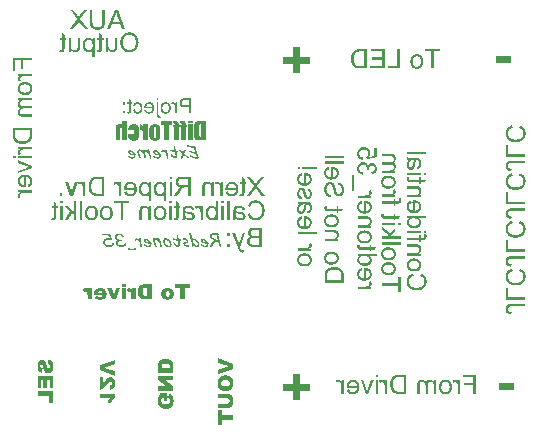
<source format=gbr>
G04 Layer_Color=32896*
%FSLAX25Y25*%
%MOIN*%
%TF.FileFunction,Legend,Bot*%
%TF.Part,Single*%
G01*
G75*
G36*
X424819Y280063D02*
X424875Y280056D01*
X424919Y280037D01*
X424956Y280025D01*
X424981Y280006D01*
X425000Y279988D01*
X425012Y279981D01*
X425019Y279975D01*
X425050Y279938D01*
X425075Y279894D01*
X425112Y279806D01*
X425125Y279763D01*
X425138Y279731D01*
X425144Y279706D01*
Y279700D01*
X425156Y279644D01*
X425163Y279600D01*
Y279569D01*
Y279562D01*
Y279556D01*
Y279506D01*
X425156Y279463D01*
Y279437D01*
Y279425D01*
X425150Y279381D01*
X425144Y279344D01*
Y279312D01*
Y279306D01*
Y279300D01*
Y279231D01*
X425150Y279175D01*
Y279150D01*
X425156Y279131D01*
Y279125D01*
Y279119D01*
X425169Y279056D01*
X425175Y279006D01*
X425181Y278969D01*
X425187Y278962D01*
Y278956D01*
X425200Y278894D01*
X425212Y278844D01*
X425219Y278806D01*
X425225Y278800D01*
Y278794D01*
X425238Y278731D01*
X425256Y278675D01*
X425262Y278650D01*
Y278638D01*
X425269Y278625D01*
Y278619D01*
X425331Y278362D01*
X425394Y278113D01*
X425456Y277881D01*
X425481Y277775D01*
X425513Y277675D01*
X425537Y277581D01*
X425556Y277500D01*
X425575Y277425D01*
X425594Y277369D01*
X425606Y277319D01*
X425619Y277281D01*
X425625Y277256D01*
Y277250D01*
X425694Y277000D01*
X425756Y276750D01*
X425819Y276519D01*
X425844Y276413D01*
X425869Y276312D01*
X425894Y276219D01*
X425919Y276137D01*
X425938Y276062D01*
X425950Y276000D01*
X425962Y275950D01*
X425975Y275912D01*
X425981Y275887D01*
Y275881D01*
X425987Y275850D01*
X425994Y275819D01*
X426000Y275800D01*
Y275794D01*
Y275763D01*
Y275731D01*
Y275712D01*
Y275706D01*
X425994Y275631D01*
X425975Y275575D01*
X425956Y275537D01*
X425950Y275531D01*
Y275525D01*
X425925Y275500D01*
X425900Y275481D01*
X425838Y275463D01*
X425812Y275456D01*
X425787Y275450D01*
X425769D01*
X425712Y275456D01*
X425669Y275475D01*
X425644Y275487D01*
X425631Y275494D01*
X425588Y275525D01*
X425550Y275563D01*
X425525Y275594D01*
X425519Y275606D01*
X425506Y275638D01*
X425500Y275675D01*
X425488Y275700D01*
Y275712D01*
X425475Y275769D01*
X425456Y275825D01*
X425450Y275863D01*
X425444Y275869D01*
Y275875D01*
X425425Y275944D01*
X425406Y276006D01*
X425400Y276031D01*
Y276050D01*
X425394Y276062D01*
Y276069D01*
X425369Y276144D01*
X425356Y276206D01*
X425344Y276231D01*
Y276250D01*
X425338Y276262D01*
Y276269D01*
X425319Y276338D01*
X425300Y276388D01*
X425294Y276425D01*
X425287Y276431D01*
Y276437D01*
X425269Y276494D01*
X425256Y276531D01*
X425250Y276562D01*
Y276569D01*
X425006Y277519D01*
Y277481D01*
X425000Y277413D01*
X424988Y277356D01*
X424975Y277319D01*
X424969Y277312D01*
Y277306D01*
X424931Y277256D01*
X424881Y277225D01*
X424844Y277206D01*
X424837Y277200D01*
X424831D01*
X424781Y277213D01*
X424731Y277219D01*
X424700Y277225D01*
X424687D01*
X424631Y277238D01*
X424575Y277244D01*
X424412D01*
X424356Y277231D01*
X424300Y277225D01*
X424256Y277213D01*
X424213Y277200D01*
X424181Y277187D01*
X424162Y277181D01*
X424156Y277175D01*
X424044Y277119D01*
X423987Y277087D01*
X423944Y277056D01*
X423906Y277031D01*
X423875Y277012D01*
X423856Y277000D01*
X423850Y276994D01*
X423744Y276906D01*
X423694Y276856D01*
X423650Y276813D01*
X423619Y276775D01*
X423594Y276744D01*
X423575Y276725D01*
X423569Y276719D01*
X423475Y276600D01*
X423438Y276544D01*
X423400Y276494D01*
X423369Y276450D01*
X423350Y276419D01*
X423338Y276394D01*
X423331Y276388D01*
X423263Y276269D01*
X423231Y276213D01*
X423206Y276163D01*
X423187Y276125D01*
X423175Y276094D01*
X423163Y276069D01*
Y276062D01*
X423112Y275950D01*
X423088Y275900D01*
X423069Y275856D01*
X423056Y275825D01*
X423044Y275800D01*
X423031Y275781D01*
Y275775D01*
X422981Y275694D01*
X422944Y275631D01*
X422925Y275606D01*
X422913Y275588D01*
X422900Y275581D01*
Y275575D01*
X422869Y275550D01*
X422837Y275531D01*
X422781Y275513D01*
X422756Y275506D01*
X422738Y275500D01*
X422719D01*
X422669Y275506D01*
X422631Y275513D01*
X422606Y275519D01*
X422594Y275525D01*
X422550Y275550D01*
X422519Y275575D01*
X422494Y275600D01*
X422487Y275606D01*
X422456Y275644D01*
X422437Y275681D01*
X422425Y275706D01*
X422419Y275719D01*
X422406Y275769D01*
X422394Y275813D01*
Y275837D01*
Y275850D01*
X422400Y275906D01*
X422406Y275956D01*
X422419Y275988D01*
X422425Y276000D01*
X422475Y276106D01*
X422531Y276206D01*
X422575Y276294D01*
X422619Y276375D01*
X422650Y276431D01*
X422675Y276481D01*
X422694Y276506D01*
X422700Y276519D01*
X422750Y276600D01*
X422794Y276675D01*
X422837Y276737D01*
X422875Y276800D01*
X422913Y276844D01*
X422937Y276875D01*
X422950Y276900D01*
X422956Y276906D01*
X423044Y277019D01*
X423088Y277063D01*
X423119Y277106D01*
X423150Y277137D01*
X423175Y277163D01*
X423187Y277175D01*
X423194Y277181D01*
X423275Y277256D01*
X423350Y277319D01*
X423375Y277338D01*
X423400Y277356D01*
X423413Y277362D01*
X423419Y277369D01*
X423494Y277425D01*
X423562Y277469D01*
X423594Y277481D01*
X423612Y277494D01*
X423625Y277506D01*
X423631D01*
X423706Y277544D01*
X423775Y277581D01*
X423806Y277594D01*
X423825Y277606D01*
X423838Y277612D01*
X423844D01*
X423806Y277638D01*
X423763Y277662D01*
X423725Y277688D01*
X423719Y277694D01*
X423712D01*
X423637Y277731D01*
X423569Y277769D01*
X423544Y277781D01*
X423519Y277794D01*
X423506Y277806D01*
X423500D01*
X423413Y277856D01*
X423331Y277894D01*
X423300Y277912D01*
X423275Y277925D01*
X423263Y277938D01*
X423256D01*
X423169Y277988D01*
X423100Y278031D01*
X423075Y278044D01*
X423056Y278056D01*
X423044Y278069D01*
X423037D01*
X422950Y278125D01*
X422869Y278187D01*
X422800Y278244D01*
X422738Y278294D01*
X422687Y278338D01*
X422650Y278369D01*
X422625Y278394D01*
X422619Y278400D01*
X422556Y278469D01*
X422500Y278538D01*
X422450Y278600D01*
X422406Y278662D01*
X422375Y278713D01*
X422350Y278750D01*
X422337Y278781D01*
X422331Y278787D01*
X422300Y278856D01*
X422275Y278919D01*
X422262Y278981D01*
X422250Y279037D01*
X422244Y279081D01*
X422237Y279119D01*
Y279144D01*
Y279150D01*
Y279187D01*
Y279225D01*
X422244Y279250D01*
Y279256D01*
X422250Y279306D01*
X422262Y279344D01*
X422269Y279375D01*
X422275Y279387D01*
X422312Y279487D01*
X422331Y279525D01*
X422350Y279562D01*
X422369Y279594D01*
X422388Y279612D01*
X422394Y279625D01*
X422400Y279631D01*
X422469Y279700D01*
X422531Y279756D01*
X422563Y279775D01*
X422581Y279787D01*
X422594Y279800D01*
X422600D01*
X422681Y279850D01*
X422756Y279888D01*
X422788Y279900D01*
X422813Y279906D01*
X422831Y279912D01*
X422837D01*
X422931Y279944D01*
X423006Y279962D01*
X423044Y279969D01*
X423069D01*
X423081Y279975D01*
X423088D01*
X423175Y279988D01*
X423250Y280000D01*
X423325D01*
X423406Y280006D01*
X423712D01*
X423744Y280000D01*
X423906D01*
X423944Y279994D01*
X423956D01*
X424006Y279988D01*
X424050D01*
X424075Y279981D01*
X424087D01*
X424131Y279975D01*
X424263D01*
X424306Y279981D01*
X424344Y279988D01*
X424356D01*
X424412Y280000D01*
X424456Y280012D01*
X424487Y280019D01*
X424494Y280025D01*
X424500D01*
X424544Y280037D01*
X424587Y280050D01*
X424619Y280056D01*
X424631D01*
X424675Y280063D01*
X424719Y280069D01*
X424762D01*
X424819Y280063D01*
D02*
G37*
G36*
X428906Y275500D02*
X428013D01*
Y276394D01*
X428906D01*
Y275500D01*
D02*
G37*
G36*
X439500D02*
X437063D01*
X436844Y275506D01*
X436644Y275519D01*
X436550Y275525D01*
X436469Y275531D01*
X436387Y275544D01*
X436319Y275556D01*
X436250Y275563D01*
X436194Y275575D01*
X436144Y275581D01*
X436106Y275588D01*
X436075Y275594D01*
X436050Y275600D01*
X436037Y275606D01*
X436031D01*
X435881Y275650D01*
X435744Y275700D01*
X435619Y275750D01*
X435519Y275800D01*
X435437Y275850D01*
X435375Y275887D01*
X435337Y275912D01*
X435325Y275919D01*
X435225Y276006D01*
X435131Y276100D01*
X435050Y276200D01*
X434987Y276294D01*
X434931Y276381D01*
X434888Y276450D01*
X434875Y276475D01*
X434863Y276494D01*
X434856Y276506D01*
Y276513D01*
X434794Y276662D01*
X434744Y276806D01*
X434713Y276950D01*
X434688Y277075D01*
X434675Y277187D01*
X434669Y277231D01*
X434662Y277275D01*
Y277306D01*
Y277331D01*
Y277344D01*
Y277350D01*
X434669Y277456D01*
X434675Y277556D01*
X434713Y277737D01*
X434762Y277906D01*
X434794Y277975D01*
X434819Y278044D01*
X434850Y278106D01*
X434881Y278163D01*
X434906Y278206D01*
X434931Y278244D01*
X434950Y278275D01*
X434969Y278300D01*
X434975Y278312D01*
X434981Y278319D01*
X435044Y278394D01*
X435106Y278463D01*
X435250Y278588D01*
X435400Y278688D01*
X435544Y278769D01*
X435675Y278831D01*
X435731Y278856D01*
X435781Y278875D01*
X435819Y278888D01*
X435850Y278900D01*
X435869Y278906D01*
X435875D01*
X435719Y278994D01*
X435581Y279087D01*
X435463Y279187D01*
X435369Y279281D01*
X435294Y279363D01*
X435244Y279425D01*
X435225Y279450D01*
X435213Y279469D01*
X435200Y279481D01*
Y279487D01*
X435125Y279625D01*
X435069Y279763D01*
X435031Y279894D01*
X435000Y280012D01*
X434987Y280113D01*
X434981Y280156D01*
Y280194D01*
X434975Y280225D01*
Y280244D01*
Y280256D01*
Y280262D01*
X434987Y280425D01*
X435012Y280581D01*
X435056Y280725D01*
X435100Y280850D01*
X435150Y280956D01*
X435169Y281000D01*
X435194Y281037D01*
X435206Y281069D01*
X435219Y281087D01*
X435231Y281100D01*
Y281106D01*
X435331Y281250D01*
X435444Y281369D01*
X435563Y281475D01*
X435669Y281556D01*
X435769Y281625D01*
X435813Y281650D01*
X435850Y281669D01*
X435881Y281687D01*
X435906Y281700D01*
X435919Y281706D01*
X435925D01*
X436013Y281744D01*
X436100Y281775D01*
X436294Y281825D01*
X436494Y281856D01*
X436681Y281881D01*
X436763Y281888D01*
X436844Y281894D01*
X436919Y281900D01*
X436981Y281906D01*
X439500D01*
Y275500D01*
D02*
G37*
G36*
X392213Y279900D02*
X392419Y279869D01*
X392606Y279819D01*
X392694Y279794D01*
X392769Y279769D01*
X392844Y279737D01*
X392906Y279713D01*
X392963Y279688D01*
X393006Y279662D01*
X393044Y279644D01*
X393069Y279631D01*
X393088Y279625D01*
X393094Y279619D01*
X393181Y279562D01*
X393256Y279513D01*
X393319Y279456D01*
X393375Y279406D01*
X393425Y279356D01*
X393462Y279312D01*
X393494Y279269D01*
X393519Y279225D01*
X393556Y279156D01*
X393575Y279100D01*
X393581Y279069D01*
Y279063D01*
Y279056D01*
X393575Y279012D01*
X393569Y278975D01*
X393544Y278919D01*
X393519Y278881D01*
X393506Y278875D01*
Y278869D01*
X393475Y278844D01*
X393444Y278831D01*
X393381Y278806D01*
X393350D01*
X393331Y278800D01*
X393313D01*
X393256Y278806D01*
X393213Y278819D01*
X393169Y278844D01*
X393131Y278869D01*
X393106Y278888D01*
X393088Y278912D01*
X393075Y278925D01*
X393069Y278931D01*
X393000Y279012D01*
X392925Y279081D01*
X392844Y279144D01*
X392762Y279200D01*
X392681Y279244D01*
X392594Y279281D01*
X392512Y279312D01*
X392431Y279338D01*
X392356Y279356D01*
X392281Y279369D01*
X392219Y279381D01*
X392162Y279387D01*
X392119Y279394D01*
X392056D01*
X391919Y279387D01*
X391794Y279363D01*
X391687Y279338D01*
X391600Y279300D01*
X391525Y279269D01*
X391475Y279238D01*
X391444Y279212D01*
X391431Y279206D01*
X391350Y279137D01*
X391294Y279063D01*
X391250Y278988D01*
X391225Y278912D01*
X391206Y278850D01*
X391200Y278800D01*
X391194Y278769D01*
Y278763D01*
Y278756D01*
X391200Y278669D01*
X391219Y278594D01*
X391244Y278519D01*
X391269Y278456D01*
X391300Y278406D01*
X391325Y278369D01*
X391344Y278344D01*
X391350Y278338D01*
X391412Y278275D01*
X391481Y278212D01*
X391550Y278163D01*
X391613Y278125D01*
X391675Y278087D01*
X391725Y278063D01*
X391756Y278050D01*
X391762Y278044D01*
X391769D01*
X391863Y278006D01*
X391931Y277981D01*
X391987Y277962D01*
X392031Y277950D01*
X392056Y277944D01*
X392075Y277938D01*
X392088D01*
X392300Y277956D01*
X392381Y277962D01*
X392531D01*
X392587Y277956D01*
X392637Y277950D01*
X392681Y277938D01*
X392712Y277925D01*
X392744Y277906D01*
X392762Y277894D01*
X392775Y277888D01*
X392781Y277881D01*
X392812Y277850D01*
X392831Y277819D01*
X392856Y277763D01*
X392863Y277737D01*
X392869Y277725D01*
Y277712D01*
Y277706D01*
X392863Y277669D01*
X392856Y277631D01*
X392831Y277575D01*
X392819Y277550D01*
X392812Y277531D01*
X392800Y277525D01*
Y277519D01*
X392769Y277494D01*
X392738Y277475D01*
X392675Y277450D01*
X392650Y277444D01*
X392625Y277437D01*
X392450D01*
X392325Y277431D01*
X392219Y277425D01*
X392131Y277413D01*
X392069Y277406D01*
X392025Y277394D01*
X392000Y277387D01*
X391994D01*
X391931Y277362D01*
X391875Y277338D01*
X391831Y277306D01*
X391788Y277275D01*
X391750Y277244D01*
X391725Y277219D01*
X391712Y277200D01*
X391706Y277194D01*
X391669Y277137D01*
X391637Y277081D01*
X391619Y277031D01*
X391600Y276975D01*
X391594Y276931D01*
X391587Y276894D01*
Y276869D01*
Y276863D01*
X391594Y276794D01*
X391600Y276731D01*
X391637Y276606D01*
X391681Y276500D01*
X391738Y276413D01*
X391794Y276338D01*
X391844Y276281D01*
X391881Y276250D01*
X391887Y276238D01*
X391894D01*
X392019Y276156D01*
X392150Y276094D01*
X392294Y276056D01*
X392431Y276025D01*
X392556Y276006D01*
X392606Y276000D01*
X392650D01*
X392694Y275994D01*
X392744D01*
X392887Y276000D01*
X393019Y276019D01*
X393138Y276050D01*
X393250Y276087D01*
X393356Y276137D01*
X393450Y276187D01*
X393531Y276238D01*
X393606Y276300D01*
X393669Y276356D01*
X393725Y276406D01*
X393769Y276463D01*
X393806Y276506D01*
X393837Y276544D01*
X393856Y276575D01*
X393869Y276594D01*
X393875Y276600D01*
X393906Y276644D01*
X393944Y276675D01*
X393987Y276694D01*
X394031Y276712D01*
X394069Y276719D01*
X394106Y276725D01*
X394138D01*
X394175Y276719D01*
X394213Y276712D01*
X394275Y276681D01*
X394300Y276662D01*
X394319Y276644D01*
X394325Y276638D01*
X394331Y276631D01*
X394356Y276594D01*
X394375Y276556D01*
X394400Y276487D01*
X394406Y276463D01*
X394412Y276437D01*
Y276425D01*
Y276419D01*
X394406Y276356D01*
X394388Y276294D01*
X394362Y276238D01*
X394331Y276181D01*
X394250Y276069D01*
X394156Y275975D01*
X394062Y275894D01*
X393981Y275837D01*
X393950Y275813D01*
X393919Y275794D01*
X393906Y275787D01*
X393900Y275781D01*
X393800Y275731D01*
X393700Y275681D01*
X393506Y275606D01*
X393313Y275556D01*
X393138Y275519D01*
X393062Y275506D01*
X392987Y275500D01*
X392925Y275487D01*
X392875D01*
X392831Y275481D01*
X392769D01*
X392625Y275487D01*
X392488Y275500D01*
X392356Y275519D01*
X392237Y275544D01*
X392125Y275575D01*
X392019Y275606D01*
X391919Y275644D01*
X391831Y275681D01*
X391756Y275712D01*
X391687Y275750D01*
X391625Y275781D01*
X391575Y275813D01*
X391537Y275837D01*
X391512Y275856D01*
X391494Y275869D01*
X391488Y275875D01*
X391400Y275950D01*
X391325Y276031D01*
X391256Y276119D01*
X391200Y276200D01*
X391156Y276288D01*
X391112Y276375D01*
X391081Y276456D01*
X391056Y276537D01*
X391038Y276612D01*
X391019Y276681D01*
X391006Y276744D01*
X391000Y276800D01*
X390994Y276844D01*
Y276881D01*
Y276900D01*
Y276906D01*
X391000Y276994D01*
X391019Y277081D01*
X391044Y277163D01*
X391075Y277238D01*
X391106Y277300D01*
X391131Y277344D01*
X391150Y277375D01*
X391156Y277387D01*
X391219Y277475D01*
X391287Y277544D01*
X391356Y277606D01*
X391419Y277656D01*
X391481Y277694D01*
X391525Y277719D01*
X391556Y277731D01*
X391569Y277737D01*
X391406Y277800D01*
X391263Y277863D01*
X391138Y277938D01*
X391038Y278006D01*
X390963Y278069D01*
X390900Y278119D01*
X390869Y278150D01*
X390856Y278163D01*
X390775Y278269D01*
X390712Y278381D01*
X390669Y278487D01*
X390637Y278588D01*
X390619Y278675D01*
X390613Y278744D01*
X390606Y278769D01*
Y278787D01*
Y278800D01*
Y278806D01*
X390613Y278894D01*
X390625Y278975D01*
X390644Y279056D01*
X390669Y279131D01*
X390731Y279262D01*
X390800Y279381D01*
X390875Y279469D01*
X390906Y279506D01*
X390937Y279538D01*
X390963Y279562D01*
X390981Y279581D01*
X390994Y279588D01*
X391000Y279594D01*
X391075Y279650D01*
X391156Y279700D01*
X391237Y279744D01*
X391319Y279781D01*
X391488Y279837D01*
X391644Y279875D01*
X391712Y279888D01*
X391781Y279894D01*
X391838Y279900D01*
X391887Y279906D01*
X391931Y279912D01*
X392100D01*
X392213Y279900D01*
D02*
G37*
G36*
X405225Y278519D02*
X405275Y278506D01*
X405312Y278494D01*
X405319Y278487D01*
X405325D01*
X405369Y278463D01*
X405400Y278437D01*
X405412Y278413D01*
X405419Y278406D01*
X405450Y278325D01*
X405481Y278244D01*
X405506Y278175D01*
X405531Y278113D01*
X405550Y278056D01*
X405569Y278019D01*
X405575Y277994D01*
X405581Y277988D01*
X405638Y277850D01*
X405662Y277787D01*
X405681Y277731D01*
X405700Y277688D01*
X405713Y277650D01*
X405719Y277625D01*
X405725Y277619D01*
X405775Y277487D01*
X405794Y277431D01*
X405819Y277381D01*
X405831Y277331D01*
X405844Y277300D01*
X405856Y277275D01*
Y277269D01*
X405900Y277137D01*
X405925Y277075D01*
X405944Y277019D01*
X405963Y276969D01*
X405975Y276925D01*
X405981Y276900D01*
X405988Y276894D01*
X406031Y276744D01*
X406056Y276675D01*
X406075Y276606D01*
X406087Y276550D01*
X406100Y276506D01*
X406112Y276481D01*
Y276469D01*
X406156Y276288D01*
X406181Y276206D01*
X406200Y276125D01*
X406213Y276056D01*
X406225Y276000D01*
X406238Y275962D01*
Y275956D01*
Y275950D01*
X406250Y275912D01*
X406256Y275875D01*
X406262Y275850D01*
Y275844D01*
Y275813D01*
Y275781D01*
Y275763D01*
Y275756D01*
X406256Y275700D01*
X406250Y275656D01*
X406238Y275625D01*
X406225Y275594D01*
X406213Y275575D01*
X406200Y275563D01*
X406187Y275550D01*
X406125Y275519D01*
X406063Y275506D01*
X406038Y275500D01*
X405950D01*
X405925Y275506D01*
X405900Y275513D01*
X405888Y275519D01*
X405881D01*
X405856Y275537D01*
X405831Y275550D01*
X405819Y275563D01*
X405813Y275569D01*
X405788Y275600D01*
X405775Y275631D01*
X405762Y275656D01*
Y275662D01*
X405744Y275731D01*
X405731Y275787D01*
X405719Y275825D01*
Y275831D01*
Y275837D01*
X405706Y275894D01*
X405700Y275944D01*
X405694Y275975D01*
Y275988D01*
X405688Y276038D01*
X405681Y276075D01*
X405675Y276100D01*
Y276113D01*
X405662Y276156D01*
X405656Y276200D01*
X405644Y276225D01*
Y276238D01*
X405625Y276331D01*
X405600Y276419D01*
X405594Y276450D01*
X405587Y276475D01*
X405581Y276494D01*
Y276500D01*
X405550Y276606D01*
X405531Y276650D01*
X405519Y276694D01*
X405513Y276725D01*
X405500Y276750D01*
X405494Y276769D01*
Y276775D01*
X405456Y276875D01*
X405444Y276912D01*
X405425Y276950D01*
X405419Y276981D01*
X405406Y277006D01*
X405400Y277019D01*
Y277025D01*
X405363Y277100D01*
X405331Y277156D01*
X405312Y277194D01*
X405306Y277206D01*
X405263Y277225D01*
X405225Y277250D01*
X405200Y277269D01*
X405188Y277275D01*
X405144Y277312D01*
X405100Y277350D01*
X405075Y277375D01*
X405062Y277387D01*
X404969Y277469D01*
X404881Y277537D01*
X404850Y277569D01*
X404825Y277588D01*
X404806Y277600D01*
X404800Y277606D01*
X404700Y277681D01*
X404656Y277712D01*
X404612Y277744D01*
X404581Y277769D01*
X404556Y277787D01*
X404537Y277794D01*
X404531Y277800D01*
X404437Y277856D01*
X404356Y277900D01*
X404325Y277919D01*
X404300Y277931D01*
X404287Y277938D01*
X404281D01*
X404194Y277969D01*
X404119Y277981D01*
X404087Y277988D01*
X404012D01*
X403981Y277975D01*
X403931Y277950D01*
X403906Y277925D01*
X403900Y277919D01*
Y277912D01*
X403875Y277856D01*
X403862Y277806D01*
X403856Y277769D01*
Y277756D01*
Y277750D01*
X403862Y277675D01*
X403869Y277606D01*
X403875Y277575D01*
X403881Y277550D01*
X403888Y277537D01*
Y277531D01*
X403906Y277444D01*
X403931Y277362D01*
X403944Y277331D01*
X403950Y277306D01*
X403956Y277288D01*
Y277281D01*
X403988Y277181D01*
X404025Y277100D01*
X404038Y277063D01*
X404044Y277038D01*
X404056Y277019D01*
Y277012D01*
X404100Y276912D01*
X404119Y276863D01*
X404131Y276819D01*
X404150Y276781D01*
X404156Y276756D01*
X404169Y276737D01*
Y276731D01*
X404219Y276606D01*
X404244Y276550D01*
X404262Y276500D01*
X404281Y276456D01*
X404294Y276425D01*
X404306Y276400D01*
Y276394D01*
X404350Y276275D01*
X404369Y276219D01*
X404388Y276169D01*
X404400Y276131D01*
X404413Y276100D01*
X404419Y276081D01*
Y276075D01*
X404450Y275975D01*
X404462Y275925D01*
X404469Y275887D01*
X404475Y275856D01*
X404481Y275831D01*
X404488Y275813D01*
Y275806D01*
X404500Y275725D01*
X404506Y275656D01*
X404513Y275631D01*
Y275619D01*
Y275606D01*
Y275600D01*
X404506Y275537D01*
X404488Y275500D01*
X404475Y275475D01*
X404469Y275469D01*
X404450Y275456D01*
X404419Y275444D01*
X404362Y275431D01*
X404338Y275425D01*
X404300D01*
X404250Y275431D01*
X404206Y275437D01*
X404181Y275444D01*
X404175D01*
X404138Y275456D01*
X404106Y275469D01*
X404087Y275481D01*
X404081Y275487D01*
X404056Y275513D01*
X404038Y275544D01*
X404025Y275569D01*
X404019Y275575D01*
X403994Y275619D01*
X403975Y275669D01*
X403963Y275706D01*
X403956Y275712D01*
Y275719D01*
X403919Y275837D01*
X403881Y275944D01*
X403850Y276050D01*
X403819Y276144D01*
X403788Y276219D01*
X403769Y276281D01*
X403756Y276319D01*
X403750Y276325D01*
Y276331D01*
X403706Y276444D01*
X403669Y276550D01*
X403631Y276644D01*
X403600Y276731D01*
X403575Y276806D01*
X403556Y276856D01*
X403544Y276894D01*
X403538Y276906D01*
X403500Y277006D01*
X403469Y277100D01*
X403444Y277187D01*
X403419Y277269D01*
X403400Y277331D01*
X403387Y277375D01*
X403375Y277406D01*
Y277419D01*
X403350Y277506D01*
X403337Y277588D01*
X403325Y277662D01*
X403312Y277725D01*
Y277775D01*
X403306Y277819D01*
Y277844D01*
Y277850D01*
X403312Y277962D01*
X403331Y278063D01*
X403356Y278144D01*
X403387Y278212D01*
X403419Y278262D01*
X403444Y278300D01*
X403463Y278325D01*
X403469Y278331D01*
X403538Y278381D01*
X403606Y278419D01*
X403681Y278450D01*
X403756Y278469D01*
X403825Y278481D01*
X403875Y278487D01*
X403925D01*
X404031Y278481D01*
X404081Y278475D01*
X404125Y278463D01*
X404163Y278456D01*
X404194Y278444D01*
X404213Y278437D01*
X404219D01*
X404325Y278394D01*
X404375Y278375D01*
X404419Y278356D01*
X404450Y278338D01*
X404481Y278319D01*
X404500Y278312D01*
X404506Y278306D01*
X404612Y278244D01*
X404656Y278212D01*
X404700Y278187D01*
X404738Y278163D01*
X404763Y278144D01*
X404781Y278131D01*
X404787Y278125D01*
X404887Y278050D01*
X404931Y278019D01*
X404975Y277988D01*
X405006Y277962D01*
X405031Y277944D01*
X405050Y277931D01*
X405056Y277925D01*
X404919Y278244D01*
X404906Y278281D01*
X404900Y278288D01*
Y278294D01*
X404894Y278312D01*
Y278319D01*
Y278325D01*
Y278362D01*
X404906Y278394D01*
X404931Y278437D01*
X404956Y278469D01*
X404962Y278475D01*
X404969D01*
X405031Y278506D01*
X405094Y278519D01*
X405119Y278525D01*
X405162D01*
X405225Y278519D01*
D02*
G37*
G36*
X411544Y279481D02*
X411587Y279463D01*
X411613Y279444D01*
X411625Y279437D01*
X411650Y279400D01*
X411675Y279363D01*
X411681Y279338D01*
X411688Y279325D01*
X411700Y279281D01*
X411713Y279244D01*
X411719Y279219D01*
Y279212D01*
X411725Y279187D01*
Y279169D01*
Y279156D01*
Y279150D01*
Y279119D01*
Y279075D01*
Y279044D01*
Y279025D01*
Y279019D01*
X411719Y278969D01*
Y278950D01*
Y278944D01*
Y278919D01*
X411725Y278888D01*
X411731Y278869D01*
Y278856D01*
X411744Y278806D01*
X411756Y278763D01*
X411763Y278725D01*
X411769Y278713D01*
Y278706D01*
X411788Y278638D01*
X411806Y278562D01*
X411819Y278531D01*
X411825Y278513D01*
X411831Y278494D01*
Y278487D01*
X411856Y278387D01*
X411875Y278294D01*
X411888Y278250D01*
X411894Y278219D01*
X411900Y278194D01*
Y278187D01*
X411912Y278150D01*
X411925Y278119D01*
X411931Y278094D01*
X411938Y278087D01*
X411956Y278056D01*
X411981Y278044D01*
X412006Y278038D01*
X412419D01*
X412450Y278031D01*
X412475Y278025D01*
X412494Y278012D01*
X412500Y278006D01*
X412525Y277988D01*
X412544Y277962D01*
X412556Y277944D01*
X412563Y277938D01*
X412575Y277906D01*
X412587Y277881D01*
X412594Y277863D01*
Y277856D01*
X412600Y277825D01*
X412606Y277806D01*
Y277794D01*
Y277787D01*
X412600Y277737D01*
X412587Y277700D01*
X412575Y277675D01*
X412569Y277662D01*
X412531Y277625D01*
X412494Y277600D01*
X412469Y277581D01*
X412456Y277575D01*
X412406Y277550D01*
X412356Y277531D01*
X412319Y277525D01*
X412313Y277519D01*
X412306D01*
X412250Y277506D01*
X412200Y277500D01*
X412162Y277494D01*
X412150D01*
X412194Y277306D01*
X412213Y277219D01*
X412231Y277137D01*
X412250Y277069D01*
X412256Y277019D01*
X412269Y276981D01*
Y276975D01*
Y276969D01*
X412288Y276869D01*
X412300Y276769D01*
X412313Y276681D01*
X412319Y276600D01*
Y276531D01*
X412325Y276481D01*
Y276450D01*
Y276437D01*
X412319Y276306D01*
X412306Y276244D01*
X412300Y276194D01*
X412288Y276150D01*
X412281Y276119D01*
X412275Y276094D01*
Y276087D01*
X412225Y275975D01*
X412200Y275925D01*
X412175Y275881D01*
X412150Y275850D01*
X412131Y275825D01*
X412119Y275806D01*
X412113Y275800D01*
X412025Y275719D01*
X411944Y275656D01*
X411906Y275638D01*
X411881Y275619D01*
X411863Y275612D01*
X411856Y275606D01*
X411794Y275581D01*
X411737Y275569D01*
X411675Y275556D01*
X411625Y275544D01*
X411575D01*
X411538Y275537D01*
X411506D01*
X411412Y275544D01*
X411325Y275550D01*
X411294Y275556D01*
X411269D01*
X411250Y275563D01*
X411244D01*
X411144Y275594D01*
X411100Y275606D01*
X411062Y275625D01*
X411031Y275638D01*
X411006Y275650D01*
X410994Y275662D01*
X410988D01*
X410938Y275694D01*
X410894Y275725D01*
X410862Y275750D01*
X410856Y275756D01*
X410850D01*
X410794Y275800D01*
X410744Y275831D01*
X410712Y275856D01*
X410700Y275869D01*
X410650Y275912D01*
X410612Y275956D01*
X410588Y275981D01*
X410575Y275994D01*
X410531Y276044D01*
X410500Y276081D01*
X410481Y276113D01*
X410475Y276125D01*
X410400Y276262D01*
X410362Y276325D01*
X410331Y276381D01*
X410306Y276431D01*
X410288Y276469D01*
X410275Y276494D01*
X410269Y276500D01*
X410200Y276644D01*
X410175Y276706D01*
X410156Y276763D01*
X410138Y276813D01*
X410125Y276850D01*
X410119Y276875D01*
Y276881D01*
Y276906D01*
Y276912D01*
Y276919D01*
Y276944D01*
X410125Y276956D01*
X410131Y276969D01*
X410138Y276975D01*
X410162Y277006D01*
X410169Y277012D01*
X410175D01*
X410206Y277031D01*
X410219Y277038D01*
X410225D01*
X410256Y277044D01*
X410269D01*
X410306Y277038D01*
X410337Y277019D01*
X410356Y276994D01*
X410362Y276988D01*
X410444Y276881D01*
X410481Y276825D01*
X410519Y276781D01*
X410550Y276737D01*
X410575Y276706D01*
X410588Y276688D01*
X410594Y276681D01*
X410687Y276569D01*
X410731Y276513D01*
X410775Y276469D01*
X410813Y276431D01*
X410838Y276406D01*
X410856Y276388D01*
X410862Y276381D01*
X410969Y276294D01*
X411019Y276256D01*
X411062Y276225D01*
X411100Y276200D01*
X411131Y276181D01*
X411150Y276169D01*
X411156Y276163D01*
X411212Y276131D01*
X411269Y276113D01*
X411325Y276094D01*
X411369Y276087D01*
X411412Y276081D01*
X411444Y276075D01*
X411469D01*
X411531Y276081D01*
X411581Y276094D01*
X411613Y276100D01*
X411625Y276106D01*
X411669Y276131D01*
X411700Y276163D01*
X411719Y276187D01*
X411725Y276194D01*
X411750Y276238D01*
X411769Y276281D01*
X411775Y276312D01*
X411781Y276319D01*
Y276325D01*
X411788Y276381D01*
X411794Y276431D01*
Y276469D01*
Y276475D01*
Y276481D01*
Y276537D01*
X411788Y276594D01*
Y276619D01*
X411781Y276638D01*
Y276650D01*
Y276656D01*
X411769Y276744D01*
X411750Y276825D01*
X411744Y276863D01*
Y276887D01*
X411737Y276906D01*
Y276912D01*
X411713Y277025D01*
X411700Y277075D01*
X411694Y277125D01*
X411681Y277163D01*
X411675Y277194D01*
X411669Y277219D01*
Y277225D01*
X411631Y277350D01*
X411619Y277406D01*
X411600Y277456D01*
X411587Y277500D01*
X411575Y277531D01*
X411562Y277556D01*
Y277562D01*
X411544D01*
X411519Y277569D01*
X411494D01*
X411456Y277575D01*
X411419Y277581D01*
X411394Y277588D01*
X411381D01*
X411325Y277600D01*
X411269Y277612D01*
X411250Y277619D01*
X411231D01*
X411219Y277625D01*
X411212D01*
X411131Y277644D01*
X411056Y277669D01*
X411025Y277675D01*
X411000Y277681D01*
X410981Y277688D01*
X410975D01*
X410906Y277700D01*
X410844Y277719D01*
X410819Y277725D01*
X410800D01*
X410787Y277731D01*
X410781D01*
X410706Y277750D01*
X410644Y277763D01*
X410625Y277769D01*
X410606Y277775D01*
X410588D01*
X410519Y277794D01*
X410469Y277806D01*
X410431Y277819D01*
X410419D01*
X410369Y277831D01*
X410325Y277837D01*
X410300Y277844D01*
X410294D01*
X410250Y277856D01*
X410219Y277869D01*
X410194Y277875D01*
X410181Y277881D01*
X410138Y277900D01*
X410106Y277925D01*
X410081Y277944D01*
X410075Y277950D01*
X410044Y277981D01*
X410019Y278012D01*
X410006Y278038D01*
X410000Y278044D01*
X409981Y278087D01*
X409975Y278131D01*
X409969Y278163D01*
Y278169D01*
Y278175D01*
X409975Y278212D01*
X409981Y278238D01*
X409987Y278256D01*
X409994Y278262D01*
X410012Y278288D01*
X410031Y278300D01*
X410050Y278312D01*
X410056D01*
X410087Y278325D01*
X410112Y278331D01*
X410138Y278338D01*
X410144D01*
X410181Y278344D01*
X410213Y278350D01*
X410269D01*
X410294Y278344D01*
X410319Y278338D01*
X410325D01*
X410362Y278325D01*
X410406Y278319D01*
X410437Y278312D01*
X410444Y278306D01*
X410450D01*
X410506Y278294D01*
X410563Y278281D01*
X410588Y278275D01*
X410606D01*
X410619Y278269D01*
X410625D01*
X410706Y278250D01*
X410781Y278238D01*
X410813Y278231D01*
X410838Y278225D01*
X410856Y278219D01*
X410862D01*
X410956Y278200D01*
X411044Y278187D01*
X411075Y278181D01*
X411100Y278175D01*
X411119Y278169D01*
X411125D01*
X411225Y278150D01*
X411312Y278137D01*
X411356Y278131D01*
X411387Y278125D01*
X411406Y278119D01*
X411412D01*
X411188Y278969D01*
X411181Y279012D01*
X411175Y279056D01*
Y279087D01*
Y279094D01*
Y279100D01*
Y279156D01*
X411181Y279200D01*
X411188Y279231D01*
X411194Y279244D01*
X411212Y279294D01*
X411231Y279331D01*
X411244Y279356D01*
X411250Y279363D01*
X411275Y279400D01*
X411306Y279425D01*
X411331Y279444D01*
X411344Y279450D01*
X411387Y279475D01*
X411431Y279481D01*
X411469Y279487D01*
X411481D01*
X411544Y279481D01*
D02*
G37*
G36*
X386919Y279912D02*
X387156Y279900D01*
X387269Y279894D01*
X387375D01*
X387475Y279888D01*
X387569Y279881D01*
X387650Y279875D01*
X387719Y279869D01*
X387775D01*
X387819Y279862D01*
X387856D01*
X388000Y279856D01*
X388125Y279844D01*
X388238Y279837D01*
X388337Y279831D01*
X388419Y279825D01*
X388494Y279819D01*
X388556Y279813D01*
X388606Y279806D01*
X388644Y279800D01*
X388681D01*
X388706Y279794D01*
X388725D01*
X388744Y279787D01*
X388750D01*
X388781Y279775D01*
X388819Y279756D01*
X388881Y279706D01*
X388913Y279681D01*
X388931Y279656D01*
X388944Y279644D01*
X388950Y279638D01*
X388994Y279588D01*
X389031Y279531D01*
X389106Y279413D01*
X389138Y279363D01*
X389162Y279319D01*
X389175Y279294D01*
X389181Y279281D01*
X389225Y279181D01*
X389275Y279069D01*
X389319Y278950D01*
X389363Y278837D01*
X389394Y278731D01*
X389412Y278681D01*
X389425Y278644D01*
X389438Y278606D01*
X389444Y278581D01*
X389450Y278569D01*
Y278562D01*
X389475Y278475D01*
X389500Y278394D01*
X389519Y278319D01*
X389538Y278250D01*
X389550Y278194D01*
X389563Y278137D01*
X389581Y278044D01*
X389594Y277975D01*
X389600Y277931D01*
Y277900D01*
Y277894D01*
X389594Y277856D01*
X389587Y277819D01*
X389563Y277763D01*
X389550Y277737D01*
X389538Y277719D01*
X389525Y277712D01*
Y277706D01*
X389494Y277681D01*
X389469Y277662D01*
X389406Y277644D01*
X389387Y277638D01*
X389369Y277631D01*
X389350D01*
X389281Y277638D01*
X389206Y277650D01*
X389125Y277662D01*
X389050Y277681D01*
X388981Y277700D01*
X388925Y277719D01*
X388888Y277725D01*
X388881Y277731D01*
X388875D01*
X388738Y277769D01*
X388619Y277800D01*
X388512Y277819D01*
X388425Y277837D01*
X388350Y277844D01*
X388300Y277850D01*
X388169D01*
X388088Y277844D01*
X387937Y277819D01*
X387819Y277781D01*
X387719Y277744D01*
X387644Y277700D01*
X387594Y277669D01*
X387562Y277644D01*
X387550Y277631D01*
X387475Y277544D01*
X387419Y277456D01*
X387381Y277362D01*
X387350Y277275D01*
X387337Y277194D01*
X387331Y277131D01*
X387325Y277106D01*
Y277087D01*
Y277081D01*
Y277075D01*
X387331Y277000D01*
X387344Y276931D01*
X387356Y276856D01*
X387381Y276794D01*
X387444Y276669D01*
X387506Y276556D01*
X387575Y276463D01*
X387606Y276431D01*
X387637Y276394D01*
X387663Y276369D01*
X387675Y276350D01*
X387687Y276344D01*
X387694Y276338D01*
X387762Y276281D01*
X387838Y276225D01*
X387919Y276181D01*
X388000Y276144D01*
X388156Y276081D01*
X388313Y276044D01*
X388381Y276031D01*
X388444Y276019D01*
X388500Y276012D01*
X388550Y276006D01*
X388594Y276000D01*
X388650D01*
X388800Y276006D01*
X388944Y276025D01*
X389069Y276062D01*
X389181Y276100D01*
X389281Y276150D01*
X389375Y276206D01*
X389450Y276262D01*
X389519Y276325D01*
X389581Y276381D01*
X389631Y276437D01*
X389669Y276494D01*
X389700Y276544D01*
X389725Y276588D01*
X389744Y276619D01*
X389750Y276638D01*
X389756Y276644D01*
X389781Y276681D01*
X389819Y276712D01*
X389862Y276731D01*
X389906Y276750D01*
X389950Y276756D01*
X389987Y276763D01*
X390025D01*
X390062Y276756D01*
X390100Y276744D01*
X390162Y276712D01*
X390200Y276675D01*
X390206Y276662D01*
X390212Y276656D01*
X390237Y276612D01*
X390256Y276575D01*
X390275Y276494D01*
X390281Y276463D01*
X390287Y276437D01*
Y276419D01*
Y276413D01*
X390281Y276356D01*
X390269Y276294D01*
X390250Y276238D01*
X390219Y276181D01*
X390150Y276075D01*
X390069Y275981D01*
X389987Y275900D01*
X389919Y275844D01*
X389887Y275819D01*
X389869Y275800D01*
X389856Y275794D01*
X389850Y275787D01*
X389762Y275731D01*
X389675Y275688D01*
X389587Y275644D01*
X389494Y275612D01*
X389313Y275556D01*
X389144Y275519D01*
X389062Y275506D01*
X388994Y275500D01*
X388931Y275494D01*
X388875Y275487D01*
X388831Y275481D01*
X388769D01*
X388600Y275487D01*
X388438Y275500D01*
X388287Y275525D01*
X388144Y275556D01*
X388013Y275588D01*
X387894Y275625D01*
X387781Y275669D01*
X387681Y275712D01*
X387587Y275756D01*
X387512Y275800D01*
X387444Y275837D01*
X387387Y275869D01*
X387344Y275900D01*
X387313Y275925D01*
X387294Y275938D01*
X387287Y275944D01*
X387188Y276031D01*
X387106Y276125D01*
X387031Y276225D01*
X386969Y276325D01*
X386919Y276425D01*
X386869Y276525D01*
X386838Y276619D01*
X386806Y276712D01*
X386781Y276800D01*
X386769Y276875D01*
X386756Y276950D01*
X386744Y277012D01*
Y277063D01*
X386737Y277100D01*
Y277125D01*
Y277131D01*
X386744Y277225D01*
X386756Y277312D01*
X386775Y277394D01*
X386800Y277475D01*
X386862Y277625D01*
X386931Y277750D01*
X386969Y277806D01*
X387000Y277856D01*
X387037Y277900D01*
X387063Y277931D01*
X387087Y277962D01*
X387106Y277981D01*
X387119Y277994D01*
X387125Y278000D01*
X387200Y278069D01*
X387275Y278125D01*
X387356Y278175D01*
X387444Y278219D01*
X387525Y278256D01*
X387613Y278281D01*
X387769Y278331D01*
X387844Y278344D01*
X387913Y278356D01*
X387975Y278362D01*
X388025Y278369D01*
X388069Y278375D01*
X388131D01*
X388306Y278369D01*
X388469Y278344D01*
X388619Y278319D01*
X388750Y278281D01*
X388806Y278262D01*
X388862Y278250D01*
X388906Y278231D01*
X388944Y278219D01*
X388975Y278206D01*
X389000Y278194D01*
X389013Y278187D01*
X389019D01*
X388956Y278406D01*
X388888Y278612D01*
X388819Y278800D01*
X388788Y278888D01*
X388756Y278962D01*
X388731Y279037D01*
X388700Y279100D01*
X388681Y279156D01*
X388656Y279200D01*
X388644Y279238D01*
X388631Y279262D01*
X388619Y279281D01*
Y279288D01*
X388275Y279312D01*
X387925Y279338D01*
X387750Y279344D01*
X387581Y279350D01*
X387419Y279356D01*
X387263D01*
X387119Y279363D01*
X386987D01*
X386869Y279369D01*
X386575D01*
X386519Y279375D01*
X386469Y279381D01*
X386425Y279400D01*
X386387Y279419D01*
X386356Y279431D01*
X386337Y279450D01*
X386325Y279456D01*
X386319Y279463D01*
X386287Y279500D01*
X386262Y279544D01*
X386244Y279581D01*
X386231Y279625D01*
X386225Y279656D01*
X386219Y279688D01*
Y279706D01*
Y279713D01*
Y279756D01*
X386225Y279794D01*
X386238Y279819D01*
X386244Y279844D01*
X386269Y279869D01*
X386275Y279875D01*
X386325Y279900D01*
X386375Y279912D01*
X386400Y279919D01*
X386675D01*
X386919Y279912D01*
D02*
G37*
G36*
X405813Y289244D02*
X405963Y289225D01*
X406106Y289200D01*
X406244Y289169D01*
X406375Y289131D01*
X406494Y289088D01*
X406606Y289037D01*
X406706Y288994D01*
X406794Y288944D01*
X406875Y288894D01*
X406950Y288850D01*
X407006Y288812D01*
X407050Y288781D01*
X407088Y288756D01*
X407106Y288738D01*
X407113Y288731D01*
X407237Y288606D01*
X407350Y288469D01*
X407444Y288325D01*
X407525Y288169D01*
X407594Y288013D01*
X407650Y287856D01*
X407700Y287694D01*
X407737Y287544D01*
X407762Y287400D01*
X407788Y287263D01*
X407800Y287138D01*
X407812Y287031D01*
X407819Y286944D01*
X407825Y286875D01*
Y286850D01*
Y286831D01*
Y286825D01*
Y286819D01*
X407819Y286606D01*
X407800Y286406D01*
X407769Y286219D01*
X407731Y286044D01*
X407688Y285881D01*
X407638Y285731D01*
X407581Y285600D01*
X407525Y285481D01*
X407469Y285369D01*
X407412Y285281D01*
X407363Y285200D01*
X407319Y285138D01*
X407281Y285081D01*
X407250Y285050D01*
X407231Y285025D01*
X407225Y285019D01*
X407106Y284906D01*
X406987Y284812D01*
X406856Y284731D01*
X406725Y284656D01*
X406594Y284600D01*
X406462Y284544D01*
X406337Y284506D01*
X406213Y284475D01*
X406100Y284444D01*
X405994Y284425D01*
X405900Y284413D01*
X405819Y284406D01*
X405750Y284400D01*
X405700Y284394D01*
X405656D01*
X405544Y284400D01*
X405431Y284406D01*
X405225Y284437D01*
X405037Y284481D01*
X404950Y284506D01*
X404869Y284538D01*
X404794Y284562D01*
X404731Y284588D01*
X404675Y284612D01*
X404625Y284631D01*
X404588Y284650D01*
X404563Y284663D01*
X404544Y284675D01*
X404537D01*
X404356Y284794D01*
X404194Y284919D01*
X404063Y285056D01*
X403950Y285181D01*
X403862Y285300D01*
X403825Y285350D01*
X403800Y285394D01*
X403775Y285425D01*
X403762Y285450D01*
X403750Y285469D01*
Y285475D01*
X403700Y285575D01*
X403662Y285681D01*
X403594Y285912D01*
X403544Y286150D01*
X403512Y286375D01*
X403506Y286481D01*
X403494Y286575D01*
X403487Y286663D01*
Y286737D01*
X403481Y286800D01*
Y286850D01*
Y286875D01*
Y286888D01*
X403487Y287087D01*
X403506Y287281D01*
X403538Y287456D01*
X403575Y287625D01*
X403625Y287781D01*
X403675Y287919D01*
X403731Y288050D01*
X403788Y288169D01*
X403844Y288275D01*
X403900Y288363D01*
X403950Y288438D01*
X404000Y288506D01*
X404038Y288556D01*
X404069Y288587D01*
X404087Y288613D01*
X404094Y288619D01*
X404213Y288731D01*
X404338Y288825D01*
X404462Y288913D01*
X404594Y288981D01*
X404725Y289044D01*
X404856Y289094D01*
X404981Y289138D01*
X405100Y289169D01*
X405219Y289200D01*
X405319Y289219D01*
X405419Y289231D01*
X405500Y289237D01*
X405562Y289244D01*
X405613Y289250D01*
X405656D01*
X405813Y289244D01*
D02*
G37*
G36*
X373213Y284500D02*
X372425D01*
Y289144D01*
X373213D01*
Y284500D01*
D02*
G37*
G36*
X379694D02*
X378906D01*
Y290906D01*
X379694D01*
Y284500D01*
D02*
G37*
G36*
X387906Y289244D02*
X388056Y289225D01*
X388200Y289200D01*
X388337Y289169D01*
X388469Y289131D01*
X388587Y289088D01*
X388700Y289037D01*
X388800Y288994D01*
X388888Y288944D01*
X388969Y288894D01*
X389044Y288850D01*
X389100Y288812D01*
X389144Y288781D01*
X389181Y288756D01*
X389200Y288738D01*
X389206Y288731D01*
X389331Y288606D01*
X389444Y288469D01*
X389538Y288325D01*
X389619Y288169D01*
X389687Y288013D01*
X389744Y287856D01*
X389794Y287694D01*
X389831Y287544D01*
X389856Y287400D01*
X389881Y287263D01*
X389894Y287138D01*
X389906Y287031D01*
X389913Y286944D01*
X389919Y286875D01*
Y286850D01*
Y286831D01*
Y286825D01*
Y286819D01*
X389913Y286606D01*
X389894Y286406D01*
X389862Y286219D01*
X389825Y286044D01*
X389781Y285881D01*
X389731Y285731D01*
X389675Y285600D01*
X389619Y285481D01*
X389563Y285369D01*
X389506Y285281D01*
X389456Y285200D01*
X389412Y285138D01*
X389375Y285081D01*
X389344Y285050D01*
X389325Y285025D01*
X389319Y285019D01*
X389200Y284906D01*
X389081Y284812D01*
X388950Y284731D01*
X388819Y284656D01*
X388687Y284600D01*
X388556Y284544D01*
X388431Y284506D01*
X388306Y284475D01*
X388194Y284444D01*
X388088Y284425D01*
X387994Y284413D01*
X387913Y284406D01*
X387844Y284400D01*
X387794Y284394D01*
X387750D01*
X387637Y284400D01*
X387525Y284406D01*
X387319Y284437D01*
X387131Y284481D01*
X387044Y284506D01*
X386963Y284538D01*
X386888Y284562D01*
X386825Y284588D01*
X386769Y284612D01*
X386719Y284631D01*
X386681Y284650D01*
X386656Y284663D01*
X386637Y284675D01*
X386631D01*
X386450Y284794D01*
X386287Y284919D01*
X386156Y285056D01*
X386044Y285181D01*
X385956Y285300D01*
X385919Y285350D01*
X385894Y285394D01*
X385869Y285425D01*
X385856Y285450D01*
X385844Y285469D01*
Y285475D01*
X385794Y285575D01*
X385756Y285681D01*
X385687Y285912D01*
X385637Y286150D01*
X385606Y286375D01*
X385600Y286481D01*
X385588Y286575D01*
X385581Y286663D01*
Y286737D01*
X385575Y286800D01*
Y286850D01*
Y286875D01*
Y286888D01*
X385581Y287087D01*
X385600Y287281D01*
X385631Y287456D01*
X385669Y287625D01*
X385719Y287781D01*
X385769Y287919D01*
X385825Y288050D01*
X385881Y288169D01*
X385938Y288275D01*
X385994Y288363D01*
X386044Y288438D01*
X386094Y288506D01*
X386131Y288556D01*
X386162Y288587D01*
X386181Y288613D01*
X386188Y288619D01*
X386306Y288731D01*
X386431Y288825D01*
X386556Y288913D01*
X386687Y288981D01*
X386819Y289044D01*
X386950Y289094D01*
X387075Y289138D01*
X387194Y289169D01*
X387313Y289200D01*
X387413Y289219D01*
X387512Y289231D01*
X387594Y289237D01*
X387656Y289244D01*
X387706Y289250D01*
X387750D01*
X387906Y289244D01*
D02*
G37*
G36*
X432281Y275487D02*
X432312Y275406D01*
X432338Y275350D01*
X432350Y275312D01*
X432356Y275300D01*
X432387Y275219D01*
X432412Y275137D01*
X432438Y275075D01*
X432463Y275012D01*
X432481Y274956D01*
X432500Y274906D01*
X432538Y274831D01*
X432562Y274775D01*
X432581Y274738D01*
X432587Y274719D01*
X432594Y274712D01*
X432631Y274656D01*
X432675Y274606D01*
X432719Y274569D01*
X432762Y274531D01*
X432800Y274506D01*
X432831Y274487D01*
X432850Y274475D01*
X432856Y274469D01*
X432919Y274437D01*
X432987Y274412D01*
X433056Y274400D01*
X433119Y274388D01*
X433181Y274381D01*
X433225Y274375D01*
X433269D01*
X433344Y274381D01*
X433419Y274388D01*
X433494Y274400D01*
X433569Y274412D01*
X433625Y274425D01*
X433675Y274437D01*
X433706Y274450D01*
X433719D01*
X433631Y273712D01*
X433531Y273681D01*
X433437Y273656D01*
X433350Y273638D01*
X433275Y273625D01*
X433213Y273619D01*
X433162Y273612D01*
X433125D01*
X432987Y273619D01*
X432869Y273644D01*
X432756Y273675D01*
X432662Y273706D01*
X432587Y273744D01*
X432531Y273769D01*
X432494Y273794D01*
X432481Y273800D01*
X432381Y273875D01*
X432288Y273962D01*
X432206Y274062D01*
X432131Y274150D01*
X432075Y274237D01*
X432031Y274306D01*
X432013Y274331D01*
X432006Y274350D01*
X431994Y274362D01*
Y274369D01*
X431962Y274425D01*
X431931Y274494D01*
X431894Y274575D01*
X431856Y274656D01*
X431787Y274825D01*
X431712Y275000D01*
X431681Y275087D01*
X431650Y275163D01*
X431619Y275231D01*
X431600Y275294D01*
X431575Y275344D01*
X431563Y275388D01*
X431550Y275413D01*
Y275419D01*
X429794Y280144D01*
X430575D01*
X431569Y277431D01*
X431637Y277238D01*
X431700Y277050D01*
X431756Y276875D01*
X431806Y276712D01*
X431825Y276638D01*
X431844Y276575D01*
X431862Y276519D01*
X431875Y276469D01*
X431887Y276431D01*
X431894Y276400D01*
X431900Y276381D01*
Y276375D01*
X431956Y276581D01*
X432019Y276781D01*
X432075Y276962D01*
X432100Y277044D01*
X432125Y277125D01*
X432150Y277194D01*
X432169Y277256D01*
X432188Y277312D01*
X432206Y277362D01*
X432219Y277400D01*
X432231Y277425D01*
X432237Y277444D01*
Y277450D01*
X433206Y280144D01*
X434044D01*
X432281Y275487D01*
D02*
G37*
G36*
X428906Y279250D02*
X428013D01*
Y280144D01*
X428906D01*
Y279250D01*
D02*
G37*
G36*
X382931Y289244D02*
X383081Y289225D01*
X383225Y289200D01*
X383363Y289169D01*
X383494Y289131D01*
X383612Y289088D01*
X383725Y289037D01*
X383825Y288994D01*
X383912Y288944D01*
X383994Y288894D01*
X384069Y288850D01*
X384125Y288812D01*
X384169Y288781D01*
X384206Y288756D01*
X384225Y288738D01*
X384231Y288731D01*
X384356Y288606D01*
X384469Y288469D01*
X384562Y288325D01*
X384644Y288169D01*
X384713Y288013D01*
X384769Y287856D01*
X384819Y287694D01*
X384856Y287544D01*
X384881Y287400D01*
X384906Y287263D01*
X384919Y287138D01*
X384931Y287031D01*
X384938Y286944D01*
X384944Y286875D01*
Y286850D01*
Y286831D01*
Y286825D01*
Y286819D01*
X384938Y286606D01*
X384919Y286406D01*
X384888Y286219D01*
X384850Y286044D01*
X384806Y285881D01*
X384756Y285731D01*
X384700Y285600D01*
X384644Y285481D01*
X384588Y285369D01*
X384531Y285281D01*
X384481Y285200D01*
X384437Y285138D01*
X384400Y285081D01*
X384369Y285050D01*
X384350Y285025D01*
X384344Y285019D01*
X384225Y284906D01*
X384106Y284812D01*
X383975Y284731D01*
X383844Y284656D01*
X383713Y284600D01*
X383581Y284544D01*
X383456Y284506D01*
X383331Y284475D01*
X383219Y284444D01*
X383113Y284425D01*
X383019Y284413D01*
X382938Y284406D01*
X382869Y284400D01*
X382819Y284394D01*
X382775D01*
X382663Y284400D01*
X382550Y284406D01*
X382344Y284437D01*
X382156Y284481D01*
X382069Y284506D01*
X381988Y284538D01*
X381912Y284562D01*
X381850Y284588D01*
X381794Y284612D01*
X381744Y284631D01*
X381706Y284650D01*
X381681Y284663D01*
X381663Y284675D01*
X381656D01*
X381475Y284794D01*
X381312Y284919D01*
X381181Y285056D01*
X381069Y285181D01*
X380981Y285300D01*
X380944Y285350D01*
X380919Y285394D01*
X380894Y285425D01*
X380881Y285450D01*
X380869Y285469D01*
Y285475D01*
X380819Y285575D01*
X380781Y285681D01*
X380713Y285912D01*
X380662Y286150D01*
X380631Y286375D01*
X380625Y286481D01*
X380612Y286575D01*
X380606Y286663D01*
Y286737D01*
X380600Y286800D01*
Y286850D01*
Y286875D01*
Y286888D01*
X380606Y287087D01*
X380625Y287281D01*
X380656Y287456D01*
X380694Y287625D01*
X380744Y287781D01*
X380794Y287919D01*
X380850Y288050D01*
X380906Y288169D01*
X380962Y288275D01*
X381019Y288363D01*
X381069Y288438D01*
X381119Y288506D01*
X381156Y288556D01*
X381188Y288587D01*
X381206Y288613D01*
X381212Y288619D01*
X381331Y288731D01*
X381456Y288825D01*
X381581Y288913D01*
X381713Y288981D01*
X381844Y289044D01*
X381975Y289094D01*
X382100Y289138D01*
X382219Y289169D01*
X382337Y289200D01*
X382437Y289219D01*
X382538Y289231D01*
X382619Y289237D01*
X382681Y289244D01*
X382731Y289250D01*
X382775D01*
X382931Y289244D01*
D02*
G37*
G36*
X399069Y278419D02*
X399113Y278406D01*
X399137Y278387D01*
X399144Y278381D01*
X399156Y278362D01*
X399169Y278344D01*
X399194Y278288D01*
X399200Y278262D01*
X399206Y278244D01*
X399213Y278231D01*
Y278225D01*
X399231Y278169D01*
X399237Y278113D01*
X399250Y278075D01*
Y278063D01*
Y278056D01*
X399256Y277988D01*
X399262Y277925D01*
Y277906D01*
Y277888D01*
Y277875D01*
Y277869D01*
Y277831D01*
Y277819D01*
Y277813D01*
X399256Y277781D01*
Y277769D01*
Y277763D01*
X399288Y277606D01*
X399300Y277525D01*
X399319Y277456D01*
X399331Y277394D01*
X399338Y277344D01*
X399350Y277312D01*
Y277300D01*
X399388Y277113D01*
X399406Y277031D01*
X399419Y276950D01*
X399437Y276881D01*
X399444Y276831D01*
X399456Y276800D01*
Y276787D01*
X399494Y276600D01*
X399513Y276513D01*
X399525Y276437D01*
X399537Y276369D01*
X399550Y276319D01*
X399556Y276288D01*
Y276275D01*
X399575Y276181D01*
X399594Y276094D01*
X399606Y276012D01*
X399619Y275944D01*
X399631Y275887D01*
X399644Y275844D01*
X399650Y275819D01*
Y275806D01*
X399656Y275769D01*
X399662Y275738D01*
Y275712D01*
Y275700D01*
X399650Y275625D01*
X399631Y275569D01*
X399619Y275544D01*
X399612Y275525D01*
X399600Y275519D01*
Y275513D01*
X399575Y275487D01*
X399544Y275469D01*
X399481Y275444D01*
X399450Y275437D01*
X399425Y275431D01*
X399406D01*
X399350Y275437D01*
X399306Y275450D01*
X399275Y275456D01*
X399262Y275463D01*
X399219Y275487D01*
X399194Y275506D01*
X399175Y275525D01*
X399169Y275531D01*
X399150Y275588D01*
X399137Y275644D01*
X399131Y275688D01*
Y275694D01*
Y275700D01*
X399125Y275769D01*
Y275831D01*
Y275850D01*
Y275869D01*
Y275881D01*
Y275887D01*
Y275962D01*
X399100Y276075D01*
X399075Y276181D01*
X399050Y276275D01*
X399025Y276362D01*
X399006Y276437D01*
X398994Y276487D01*
X398988Y276525D01*
X398981Y276537D01*
X398956Y276644D01*
X398925Y276737D01*
X398906Y276825D01*
X398881Y276906D01*
X398869Y276969D01*
X398856Y277019D01*
X398844Y277050D01*
Y277063D01*
X398787Y277144D01*
X398725Y277219D01*
X398706Y277250D01*
X398688Y277275D01*
X398675Y277288D01*
X398669Y277294D01*
X398594Y277387D01*
X398519Y277463D01*
X398494Y277494D01*
X398469Y277519D01*
X398456Y277531D01*
X398450Y277537D01*
X398356Y277612D01*
X398269Y277675D01*
X398237Y277694D01*
X398213Y277712D01*
X398194Y277719D01*
X398187Y277725D01*
X398131Y277750D01*
X398081Y277775D01*
X398031Y277787D01*
X397988Y277794D01*
X397950Y277800D01*
X397919Y277806D01*
X397831D01*
X397825Y277800D01*
X397813Y277794D01*
X397806Y277781D01*
X397800Y277769D01*
Y277763D01*
X397775Y277725D01*
X397762Y277706D01*
Y277700D01*
X397738Y277656D01*
X397725Y277638D01*
Y277631D01*
X397706Y277612D01*
X397688Y277600D01*
X397681Y277588D01*
X397675D01*
X397638Y277556D01*
X397594Y277537D01*
X397569Y277525D01*
X397556Y277519D01*
X397506Y277506D01*
X397463Y277500D01*
X397438Y277494D01*
X397425D01*
X397388Y277500D01*
X397362Y277506D01*
X397344Y277513D01*
X397338Y277519D01*
X397306Y277544D01*
X397281Y277569D01*
X397269Y277588D01*
X397263Y277594D01*
X397237Y277625D01*
X397225Y277656D01*
X397213Y277681D01*
Y277688D01*
X397200Y277725D01*
X397194Y277756D01*
Y277781D01*
Y277787D01*
Y277831D01*
X397206Y277875D01*
X397225Y277950D01*
X397237Y277975D01*
X397250Y278000D01*
X397256Y278012D01*
X397263Y278019D01*
X397312Y278094D01*
X397369Y278156D01*
X397406Y278194D01*
X397419Y278200D01*
X397425Y278206D01*
X397469Y278238D01*
X397513Y278262D01*
X397544Y278275D01*
X397550Y278281D01*
X397556D01*
X397600Y278300D01*
X397644Y278312D01*
X397669Y278319D01*
X397681D01*
X397719Y278331D01*
X397750Y278338D01*
X397775Y278344D01*
X397781D01*
X397819Y278350D01*
X397850Y278356D01*
X397881D01*
X397975Y278350D01*
X398056Y278331D01*
X398088Y278325D01*
X398113Y278312D01*
X398125Y278306D01*
X398131D01*
X398219Y278269D01*
X398294Y278225D01*
X398319Y278206D01*
X398344Y278194D01*
X398356Y278187D01*
X398362Y278181D01*
X398438Y278125D01*
X398500Y278069D01*
X398525Y278044D01*
X398544Y278031D01*
X398556Y278019D01*
X398563Y278012D01*
X398631Y277950D01*
X398688Y277894D01*
X398712Y277869D01*
X398731Y277850D01*
X398738Y277844D01*
X398744Y277837D01*
Y277863D01*
Y277888D01*
Y277912D01*
Y277919D01*
X398738Y277956D01*
Y277988D01*
Y278006D01*
Y278012D01*
Y278069D01*
X398744Y278119D01*
X398750Y278150D01*
Y278163D01*
X398756Y278212D01*
X398769Y278256D01*
X398781Y278281D01*
X398787Y278294D01*
X398813Y278338D01*
X398837Y278362D01*
X398856Y278381D01*
X398869Y278387D01*
X398913Y278413D01*
X398956Y278419D01*
X398994Y278425D01*
X399006D01*
X399069Y278419D01*
D02*
G37*
G36*
X523244Y299294D02*
X523100Y299256D01*
X522963Y299213D01*
X522831Y299169D01*
X522713Y299119D01*
X522606Y299062D01*
X522506Y299006D01*
X522412Y298950D01*
X522331Y298894D01*
X522262Y298844D01*
X522200Y298794D01*
X522144Y298744D01*
X522100Y298706D01*
X522069Y298675D01*
X522044Y298644D01*
X522031Y298631D01*
X522025Y298625D01*
X521956Y298531D01*
X521894Y298431D01*
X521838Y298331D01*
X521788Y298231D01*
X521750Y298125D01*
X521719Y298025D01*
X521669Y297837D01*
X521650Y297750D01*
X521637Y297669D01*
X521631Y297600D01*
X521625Y297537D01*
X521619Y297487D01*
Y297450D01*
Y297425D01*
Y297419D01*
X521625Y297312D01*
X521631Y297206D01*
X521669Y297000D01*
X521712Y296819D01*
X521744Y296731D01*
X521769Y296656D01*
X521800Y296581D01*
X521825Y296519D01*
X521850Y296462D01*
X521875Y296419D01*
X521894Y296381D01*
X521906Y296356D01*
X521912Y296338D01*
X521919Y296331D01*
X521981Y296244D01*
X522044Y296156D01*
X522188Y296006D01*
X522337Y295881D01*
X522487Y295775D01*
X522619Y295694D01*
X522675Y295662D01*
X522725Y295637D01*
X522769Y295619D01*
X522800Y295606D01*
X522819Y295594D01*
X522825D01*
X523063Y295513D01*
X523306Y295456D01*
X523550Y295412D01*
X523663Y295400D01*
X523769Y295388D01*
X523875Y295375D01*
X523962Y295369D01*
X524050Y295362D01*
X524119D01*
X524175Y295356D01*
X524256D01*
X524487Y295362D01*
X524713Y295388D01*
X524919Y295419D01*
X525019Y295438D01*
X525106Y295456D01*
X525187Y295475D01*
X525262Y295494D01*
X525325Y295513D01*
X525381Y295525D01*
X525425Y295537D01*
X525456Y295550D01*
X525475Y295556D01*
X525481D01*
X525594Y295600D01*
X525694Y295644D01*
X525794Y295694D01*
X525881Y295750D01*
X525969Y295806D01*
X526050Y295863D01*
X526119Y295919D01*
X526188Y295981D01*
X526244Y296031D01*
X526294Y296081D01*
X526337Y296131D01*
X526375Y296169D01*
X526400Y296206D01*
X526419Y296231D01*
X526431Y296244D01*
X526438Y296250D01*
X526500Y296344D01*
X526556Y296444D01*
X526600Y296550D01*
X526644Y296650D01*
X526681Y296756D01*
X526706Y296856D01*
X526750Y297056D01*
X526762Y297144D01*
X526775Y297225D01*
X526781Y297300D01*
X526788Y297362D01*
X526794Y297419D01*
Y297456D01*
Y297481D01*
Y297487D01*
X526788Y297606D01*
X526781Y297719D01*
X526744Y297925D01*
X526719Y298019D01*
X526694Y298106D01*
X526662Y298187D01*
X526631Y298256D01*
X526600Y298325D01*
X526569Y298381D01*
X526544Y298431D01*
X526519Y298475D01*
X526500Y298506D01*
X526481Y298531D01*
X526475Y298544D01*
X526469Y298550D01*
X526406Y298625D01*
X526331Y298700D01*
X526175Y298831D01*
X526006Y298944D01*
X525844Y299038D01*
X525763Y299075D01*
X525694Y299106D01*
X525625Y299137D01*
X525569Y299156D01*
X525525Y299175D01*
X525488Y299187D01*
X525462Y299200D01*
X525456D01*
X525650Y300038D01*
X525812Y299981D01*
X525962Y299925D01*
X526106Y299856D01*
X526237Y299781D01*
X526363Y299706D01*
X526475Y299631D01*
X526575Y299556D01*
X526669Y299481D01*
X526750Y299406D01*
X526825Y299338D01*
X526888Y299281D01*
X526937Y299225D01*
X526975Y299181D01*
X527000Y299150D01*
X527019Y299125D01*
X527025Y299119D01*
X527112Y298994D01*
X527187Y298863D01*
X527256Y298725D01*
X527313Y298587D01*
X527356Y298456D01*
X527400Y298319D01*
X527431Y298187D01*
X527456Y298069D01*
X527475Y297950D01*
X527494Y297844D01*
X527506Y297750D01*
X527513Y297669D01*
X527519Y297600D01*
Y297550D01*
Y297519D01*
Y297506D01*
X527513Y297350D01*
X527500Y297194D01*
X527481Y297050D01*
X527456Y296906D01*
X527431Y296769D01*
X527394Y296638D01*
X527362Y296519D01*
X527325Y296412D01*
X527287Y296306D01*
X527256Y296219D01*
X527219Y296137D01*
X527194Y296075D01*
X527169Y296019D01*
X527150Y295981D01*
X527138Y295956D01*
X527131Y295950D01*
X527056Y295819D01*
X526969Y295700D01*
X526881Y295587D01*
X526788Y295481D01*
X526694Y295388D01*
X526600Y295294D01*
X526506Y295213D01*
X526419Y295144D01*
X526331Y295075D01*
X526250Y295019D01*
X526181Y294975D01*
X526119Y294931D01*
X526069Y294900D01*
X526025Y294881D01*
X526000Y294869D01*
X525994Y294863D01*
X525850Y294794D01*
X525706Y294738D01*
X525556Y294688D01*
X525406Y294644D01*
X525262Y294606D01*
X525112Y294575D01*
X524975Y294550D01*
X524844Y294531D01*
X524719Y294513D01*
X524606Y294500D01*
X524506Y294494D01*
X524419Y294488D01*
X524350Y294481D01*
X524250D01*
X524081Y294488D01*
X523912Y294494D01*
X523750Y294513D01*
X523594Y294531D01*
X523444Y294563D01*
X523300Y294587D01*
X523169Y294619D01*
X523044Y294650D01*
X522931Y294681D01*
X522831Y294712D01*
X522744Y294744D01*
X522669Y294769D01*
X522612Y294788D01*
X522569Y294806D01*
X522544Y294812D01*
X522531Y294819D01*
X522388Y294887D01*
X522250Y294956D01*
X522125Y295038D01*
X522006Y295112D01*
X521894Y295194D01*
X521794Y295275D01*
X521706Y295356D01*
X521625Y295438D01*
X521550Y295513D01*
X521488Y295581D01*
X521431Y295637D01*
X521394Y295694D01*
X521356Y295738D01*
X521331Y295775D01*
X521319Y295794D01*
X521313Y295800D01*
X521238Y295925D01*
X521175Y296056D01*
X521119Y296200D01*
X521069Y296338D01*
X521031Y296481D01*
X520994Y296619D01*
X520969Y296756D01*
X520944Y296887D01*
X520931Y297012D01*
X520919Y297125D01*
X520906Y297225D01*
X520900Y297312D01*
X520894Y297388D01*
Y297444D01*
Y297475D01*
Y297487D01*
X520900Y297669D01*
X520919Y297850D01*
X520944Y298012D01*
X520981Y298175D01*
X521019Y298325D01*
X521069Y298463D01*
X521112Y298594D01*
X521169Y298712D01*
X521219Y298813D01*
X521269Y298906D01*
X521313Y298988D01*
X521350Y299056D01*
X521387Y299113D01*
X521413Y299150D01*
X521431Y299175D01*
X521438Y299181D01*
X521544Y299306D01*
X521663Y299425D01*
X521788Y299525D01*
X521919Y299625D01*
X522050Y299712D01*
X522181Y299794D01*
X522312Y299863D01*
X522444Y299925D01*
X522563Y299975D01*
X522675Y300025D01*
X522775Y300062D01*
X522862Y300094D01*
X522931Y300113D01*
X522988Y300131D01*
X523019Y300144D01*
X523031D01*
X523244Y299294D01*
D02*
G37*
G36*
X527406Y303431D02*
X522894D01*
X522800Y303425D01*
X522713D01*
X522638Y303419D01*
X522563Y303413D01*
X522500Y303400D01*
X522437Y303394D01*
X522388Y303387D01*
X522337Y303375D01*
X522300Y303369D01*
X522262Y303362D01*
X522237Y303350D01*
X522200Y303344D01*
X522188Y303338D01*
X522100Y303300D01*
X522019Y303250D01*
X521956Y303200D01*
X521900Y303144D01*
X521850Y303094D01*
X521819Y303056D01*
X521800Y303031D01*
X521794Y303019D01*
X521744Y302931D01*
X521712Y302837D01*
X521688Y302744D01*
X521669Y302656D01*
X521656Y302581D01*
X521650Y302525D01*
Y302500D01*
Y302481D01*
Y302475D01*
Y302469D01*
X521656Y302387D01*
X521663Y302319D01*
X521694Y302181D01*
X521737Y302063D01*
X521788Y301969D01*
X521831Y301887D01*
X521875Y301831D01*
X521906Y301800D01*
X521919Y301787D01*
X521975Y301744D01*
X522038Y301706D01*
X522113Y301675D01*
X522188Y301644D01*
X522356Y301594D01*
X522519Y301562D01*
X522600Y301550D01*
X522675Y301537D01*
X522744Y301531D01*
X522800Y301525D01*
X522850D01*
X522888Y301519D01*
X522919D01*
X522813Y300756D01*
X522638D01*
X522475Y300769D01*
X522325Y300787D01*
X522188Y300813D01*
X522056Y300844D01*
X521938Y300881D01*
X521831Y300919D01*
X521737Y300962D01*
X521650Y301000D01*
X521575Y301044D01*
X521519Y301081D01*
X521462Y301113D01*
X521425Y301137D01*
X521400Y301163D01*
X521381Y301175D01*
X521375Y301181D01*
X521287Y301269D01*
X521219Y301369D01*
X521150Y301469D01*
X521100Y301575D01*
X521050Y301681D01*
X521012Y301787D01*
X520981Y301894D01*
X520956Y302000D01*
X520931Y302094D01*
X520919Y302187D01*
X520906Y302269D01*
X520900Y302338D01*
Y302394D01*
X520894Y302437D01*
Y302463D01*
Y302475D01*
X520906Y302681D01*
X520931Y302869D01*
X520969Y303038D01*
X520988Y303113D01*
X521012Y303181D01*
X521031Y303244D01*
X521050Y303300D01*
X521069Y303350D01*
X521088Y303387D01*
X521106Y303419D01*
X521112Y303444D01*
X521125Y303456D01*
Y303463D01*
X521219Y303612D01*
X521325Y303737D01*
X521438Y303844D01*
X521544Y303931D01*
X521644Y304000D01*
X521688Y304025D01*
X521725Y304044D01*
X521750Y304063D01*
X521775Y304075D01*
X521788Y304081D01*
X521794D01*
X521881Y304119D01*
X521975Y304150D01*
X522175Y304200D01*
X522381Y304231D01*
X522581Y304256D01*
X522675Y304262D01*
X522762Y304269D01*
X522837Y304275D01*
X522906Y304281D01*
X527406D01*
Y303431D01*
D02*
G37*
G36*
X521756Y306481D02*
X527406D01*
Y305631D01*
X521000D01*
Y309631D01*
X521756D01*
Y306481D01*
D02*
G37*
G36*
Y290569D02*
X527406D01*
Y289719D01*
X521000D01*
Y293719D01*
X521756D01*
Y290569D01*
D02*
G37*
G36*
Y274656D02*
X527406D01*
Y273806D01*
X521000D01*
Y277806D01*
X521756D01*
Y274656D01*
D02*
G37*
G36*
X523244Y283381D02*
X523100Y283344D01*
X522963Y283300D01*
X522831Y283256D01*
X522713Y283206D01*
X522606Y283150D01*
X522506Y283094D01*
X522412Y283037D01*
X522331Y282981D01*
X522262Y282931D01*
X522200Y282881D01*
X522144Y282831D01*
X522100Y282794D01*
X522069Y282763D01*
X522044Y282731D01*
X522031Y282719D01*
X522025Y282713D01*
X521956Y282619D01*
X521894Y282519D01*
X521838Y282419D01*
X521788Y282319D01*
X521750Y282212D01*
X521719Y282113D01*
X521669Y281925D01*
X521650Y281838D01*
X521637Y281756D01*
X521631Y281687D01*
X521625Y281625D01*
X521619Y281575D01*
Y281538D01*
Y281512D01*
Y281506D01*
X521625Y281400D01*
X521631Y281294D01*
X521669Y281087D01*
X521712Y280906D01*
X521744Y280819D01*
X521769Y280744D01*
X521800Y280669D01*
X521825Y280606D01*
X521850Y280550D01*
X521875Y280506D01*
X521894Y280469D01*
X521906Y280444D01*
X521912Y280425D01*
X521919Y280419D01*
X521981Y280331D01*
X522044Y280244D01*
X522188Y280094D01*
X522337Y279969D01*
X522487Y279862D01*
X522619Y279781D01*
X522675Y279750D01*
X522725Y279725D01*
X522769Y279706D01*
X522800Y279694D01*
X522819Y279681D01*
X522825D01*
X523063Y279600D01*
X523306Y279544D01*
X523550Y279500D01*
X523663Y279487D01*
X523769Y279475D01*
X523875Y279463D01*
X523962Y279456D01*
X524050Y279450D01*
X524119D01*
X524175Y279444D01*
X524256D01*
X524487Y279450D01*
X524713Y279475D01*
X524919Y279506D01*
X525019Y279525D01*
X525106Y279544D01*
X525187Y279562D01*
X525262Y279581D01*
X525325Y279600D01*
X525381Y279612D01*
X525425Y279625D01*
X525456Y279638D01*
X525475Y279644D01*
X525481D01*
X525594Y279688D01*
X525694Y279731D01*
X525794Y279781D01*
X525881Y279837D01*
X525969Y279894D01*
X526050Y279950D01*
X526119Y280006D01*
X526188Y280069D01*
X526244Y280119D01*
X526294Y280169D01*
X526337Y280219D01*
X526375Y280256D01*
X526400Y280294D01*
X526419Y280319D01*
X526431Y280331D01*
X526438Y280338D01*
X526500Y280431D01*
X526556Y280531D01*
X526600Y280638D01*
X526644Y280737D01*
X526681Y280844D01*
X526706Y280944D01*
X526750Y281144D01*
X526762Y281231D01*
X526775Y281312D01*
X526781Y281387D01*
X526788Y281450D01*
X526794Y281506D01*
Y281544D01*
Y281569D01*
Y281575D01*
X526788Y281694D01*
X526781Y281806D01*
X526744Y282013D01*
X526719Y282106D01*
X526694Y282194D01*
X526662Y282275D01*
X526631Y282344D01*
X526600Y282413D01*
X526569Y282469D01*
X526544Y282519D01*
X526519Y282562D01*
X526500Y282594D01*
X526481Y282619D01*
X526475Y282631D01*
X526469Y282638D01*
X526406Y282713D01*
X526331Y282787D01*
X526175Y282919D01*
X526006Y283031D01*
X525844Y283125D01*
X525763Y283162D01*
X525694Y283194D01*
X525625Y283225D01*
X525569Y283244D01*
X525525Y283262D01*
X525488Y283275D01*
X525462Y283288D01*
X525456D01*
X525650Y284125D01*
X525812Y284069D01*
X525962Y284013D01*
X526106Y283944D01*
X526237Y283869D01*
X526363Y283794D01*
X526475Y283719D01*
X526575Y283644D01*
X526669Y283569D01*
X526750Y283494D01*
X526825Y283425D01*
X526888Y283369D01*
X526937Y283313D01*
X526975Y283269D01*
X527000Y283238D01*
X527019Y283212D01*
X527025Y283206D01*
X527112Y283081D01*
X527187Y282950D01*
X527256Y282812D01*
X527313Y282675D01*
X527356Y282544D01*
X527400Y282406D01*
X527431Y282275D01*
X527456Y282156D01*
X527475Y282037D01*
X527494Y281931D01*
X527506Y281838D01*
X527513Y281756D01*
X527519Y281687D01*
Y281638D01*
Y281606D01*
Y281594D01*
X527513Y281437D01*
X527500Y281281D01*
X527481Y281137D01*
X527456Y280994D01*
X527431Y280856D01*
X527394Y280725D01*
X527362Y280606D01*
X527325Y280500D01*
X527287Y280394D01*
X527256Y280306D01*
X527219Y280225D01*
X527194Y280163D01*
X527169Y280106D01*
X527150Y280069D01*
X527138Y280044D01*
X527131Y280037D01*
X527056Y279906D01*
X526969Y279787D01*
X526881Y279675D01*
X526788Y279569D01*
X526694Y279475D01*
X526600Y279381D01*
X526506Y279300D01*
X526419Y279231D01*
X526331Y279163D01*
X526250Y279106D01*
X526181Y279063D01*
X526119Y279019D01*
X526069Y278988D01*
X526025Y278969D01*
X526000Y278956D01*
X525994Y278950D01*
X525850Y278881D01*
X525706Y278825D01*
X525556Y278775D01*
X525406Y278731D01*
X525262Y278694D01*
X525112Y278662D01*
X524975Y278638D01*
X524844Y278619D01*
X524719Y278600D01*
X524606Y278588D01*
X524506Y278581D01*
X524419Y278575D01*
X524350Y278569D01*
X524250D01*
X524081Y278575D01*
X523912Y278581D01*
X523750Y278600D01*
X523594Y278619D01*
X523444Y278650D01*
X523300Y278675D01*
X523169Y278706D01*
X523044Y278737D01*
X522931Y278769D01*
X522831Y278800D01*
X522744Y278831D01*
X522669Y278856D01*
X522612Y278875D01*
X522569Y278894D01*
X522544Y278900D01*
X522531Y278906D01*
X522388Y278975D01*
X522250Y279044D01*
X522125Y279125D01*
X522006Y279200D01*
X521894Y279281D01*
X521794Y279363D01*
X521706Y279444D01*
X521625Y279525D01*
X521550Y279600D01*
X521488Y279669D01*
X521431Y279725D01*
X521394Y279781D01*
X521356Y279825D01*
X521331Y279862D01*
X521319Y279881D01*
X521313Y279888D01*
X521238Y280012D01*
X521175Y280144D01*
X521119Y280288D01*
X521069Y280425D01*
X521031Y280569D01*
X520994Y280706D01*
X520969Y280844D01*
X520944Y280975D01*
X520931Y281100D01*
X520919Y281212D01*
X520906Y281312D01*
X520900Y281400D01*
X520894Y281475D01*
Y281531D01*
Y281562D01*
Y281575D01*
X520900Y281756D01*
X520919Y281938D01*
X520944Y282100D01*
X520981Y282262D01*
X521019Y282413D01*
X521069Y282550D01*
X521112Y282681D01*
X521169Y282800D01*
X521219Y282900D01*
X521269Y282994D01*
X521313Y283075D01*
X521350Y283144D01*
X521387Y283200D01*
X521413Y283238D01*
X521431Y283262D01*
X521438Y283269D01*
X521544Y283394D01*
X521663Y283512D01*
X521788Y283612D01*
X521919Y283713D01*
X522050Y283800D01*
X522181Y283881D01*
X522312Y283950D01*
X522444Y284013D01*
X522563Y284063D01*
X522675Y284113D01*
X522775Y284150D01*
X522862Y284181D01*
X522931Y284200D01*
X522988Y284219D01*
X523019Y284231D01*
X523031D01*
X523244Y283381D01*
D02*
G37*
G36*
X527406Y287519D02*
X522894D01*
X522800Y287512D01*
X522713D01*
X522638Y287506D01*
X522563Y287500D01*
X522500Y287488D01*
X522437Y287481D01*
X522388Y287475D01*
X522337Y287462D01*
X522300Y287456D01*
X522262Y287450D01*
X522237Y287438D01*
X522200Y287431D01*
X522188Y287425D01*
X522100Y287387D01*
X522019Y287337D01*
X521956Y287287D01*
X521900Y287231D01*
X521850Y287181D01*
X521819Y287144D01*
X521800Y287119D01*
X521794Y287106D01*
X521744Y287019D01*
X521712Y286925D01*
X521688Y286831D01*
X521669Y286744D01*
X521656Y286669D01*
X521650Y286613D01*
Y286588D01*
Y286569D01*
Y286562D01*
Y286556D01*
X521656Y286475D01*
X521663Y286406D01*
X521694Y286269D01*
X521737Y286150D01*
X521788Y286056D01*
X521831Y285975D01*
X521875Y285919D01*
X521906Y285888D01*
X521919Y285875D01*
X521975Y285831D01*
X522038Y285794D01*
X522113Y285763D01*
X522188Y285731D01*
X522356Y285681D01*
X522519Y285650D01*
X522600Y285637D01*
X522675Y285625D01*
X522744Y285619D01*
X522800Y285613D01*
X522850D01*
X522888Y285606D01*
X522919D01*
X522813Y284844D01*
X522638D01*
X522475Y284856D01*
X522325Y284875D01*
X522188Y284900D01*
X522056Y284931D01*
X521938Y284969D01*
X521831Y285006D01*
X521737Y285050D01*
X521650Y285087D01*
X521575Y285131D01*
X521519Y285169D01*
X521462Y285200D01*
X521425Y285225D01*
X521400Y285250D01*
X521381Y285262D01*
X521375Y285269D01*
X521287Y285356D01*
X521219Y285456D01*
X521150Y285556D01*
X521100Y285663D01*
X521050Y285769D01*
X521012Y285875D01*
X520981Y285981D01*
X520956Y286087D01*
X520931Y286181D01*
X520919Y286275D01*
X520906Y286356D01*
X520900Y286425D01*
Y286481D01*
X520894Y286525D01*
Y286550D01*
Y286562D01*
X520906Y286769D01*
X520931Y286956D01*
X520969Y287125D01*
X520988Y287200D01*
X521012Y287269D01*
X521031Y287331D01*
X521050Y287387D01*
X521069Y287438D01*
X521088Y287475D01*
X521106Y287506D01*
X521112Y287531D01*
X521125Y287544D01*
Y287550D01*
X521219Y287700D01*
X521325Y287825D01*
X521438Y287931D01*
X521544Y288019D01*
X521644Y288088D01*
X521688Y288112D01*
X521725Y288131D01*
X521750Y288150D01*
X521775Y288162D01*
X521788Y288169D01*
X521794D01*
X521881Y288206D01*
X521975Y288238D01*
X522175Y288287D01*
X522381Y288319D01*
X522581Y288344D01*
X522675Y288350D01*
X522762Y288356D01*
X522837Y288363D01*
X522906Y288369D01*
X527406D01*
Y287519D01*
D02*
G37*
G36*
X415863Y280250D02*
X415906Y280231D01*
X415938Y280206D01*
X415950Y280200D01*
X415987Y280156D01*
X416019Y280113D01*
X416038Y280075D01*
X416044Y280069D01*
Y280063D01*
X416075Y279912D01*
X416113Y279769D01*
X416144Y279638D01*
X416175Y279513D01*
X416200Y279400D01*
X416231Y279294D01*
X416256Y279194D01*
X416275Y279106D01*
X416300Y279031D01*
X416313Y278962D01*
X416331Y278900D01*
X416344Y278856D01*
X416356Y278819D01*
X416362Y278794D01*
X416369Y278775D01*
Y278769D01*
X416394Y278688D01*
X416412Y278612D01*
X416431Y278544D01*
X416450Y278487D01*
X416463Y278431D01*
X416475Y278387D01*
X416494Y278312D01*
X416512Y278256D01*
X416519Y278225D01*
X416525Y278206D01*
Y278200D01*
X416581Y278219D01*
X416625Y278238D01*
X416663Y278244D01*
X416669Y278250D01*
X416675D01*
X416731Y278262D01*
X416787Y278269D01*
X416850D01*
X416950Y278262D01*
X417000Y278256D01*
X417044Y278250D01*
X417081Y278244D01*
X417106Y278238D01*
X417125Y278231D01*
X417131D01*
X417231Y278200D01*
X417281Y278181D01*
X417325Y278163D01*
X417362Y278150D01*
X417387Y278137D01*
X417406Y278131D01*
X417413Y278125D01*
X417513Y278075D01*
X417562Y278050D01*
X417600Y278025D01*
X417637Y278006D01*
X417662Y277988D01*
X417681Y277981D01*
X417688Y277975D01*
X417781Y277912D01*
X417863Y277856D01*
X417894Y277831D01*
X417919Y277813D01*
X417931Y277800D01*
X417938Y277794D01*
X418000Y277744D01*
X418062Y277688D01*
X418119Y277638D01*
X418162Y277594D01*
X418200Y277556D01*
X418231Y277525D01*
X418250Y277506D01*
X418256Y277500D01*
X418350Y277387D01*
X418388Y277338D01*
X418419Y277288D01*
X418450Y277250D01*
X418469Y277213D01*
X418481Y277194D01*
X418488Y277187D01*
X418550Y277069D01*
X418575Y277012D01*
X418600Y276962D01*
X418619Y276925D01*
X418631Y276894D01*
X418644Y276869D01*
Y276863D01*
X418687Y276744D01*
X418706Y276688D01*
X418719Y276638D01*
X418731Y276600D01*
X418744Y276569D01*
X418750Y276544D01*
Y276537D01*
X418762Y276475D01*
X418775Y276425D01*
X418781Y276394D01*
Y276388D01*
Y276381D01*
X418787Y276331D01*
Y276288D01*
Y276256D01*
Y276250D01*
Y276244D01*
Y276175D01*
X418775Y276113D01*
X418769Y276050D01*
X418756Y276000D01*
X418744Y275962D01*
X418738Y275931D01*
X418725Y275912D01*
Y275906D01*
X418675Y275806D01*
X418644Y275769D01*
X418619Y275731D01*
X418600Y275706D01*
X418581Y275688D01*
X418569Y275675D01*
X418563Y275669D01*
X418488Y275606D01*
X418412Y275563D01*
X418381Y275550D01*
X418356Y275537D01*
X418344Y275531D01*
X418337D01*
X418237Y275513D01*
X418156Y275500D01*
X418119Y275494D01*
X418069D01*
X417987Y275500D01*
X417912Y275506D01*
X417887D01*
X417863Y275513D01*
X417844D01*
X417763Y275531D01*
X417694Y275550D01*
X417669Y275556D01*
X417650Y275563D01*
X417637Y275569D01*
X417631D01*
X417562Y275600D01*
X417500Y275625D01*
X417475Y275638D01*
X417456Y275644D01*
X417450Y275650D01*
X417444D01*
X417381Y275688D01*
X417331Y275712D01*
X417300Y275731D01*
X417287Y275738D01*
X417263Y275750D01*
X417231Y275763D01*
X417206Y275775D01*
X417200Y275781D01*
X417156Y275806D01*
X417119Y275831D01*
X417094Y275850D01*
X417081Y275856D01*
X417031Y275887D01*
X416988Y275912D01*
X416962Y275931D01*
X416950Y275938D01*
X416906Y275969D01*
X416875Y275988D01*
X416856Y276000D01*
X416850Y276006D01*
X416838Y275975D01*
X416825Y275944D01*
Y275919D01*
Y275912D01*
X416819Y275875D01*
Y275844D01*
Y275819D01*
Y275813D01*
X416813Y275781D01*
Y275750D01*
Y275731D01*
Y275725D01*
X416806Y275700D01*
X416794Y275675D01*
X416787Y275656D01*
X416781Y275650D01*
X416762Y275631D01*
X416738Y275612D01*
X416719Y275606D01*
X416713Y275600D01*
X416669Y275594D01*
X416625Y275588D01*
X416525D01*
X416481Y275594D01*
X416456Y275600D01*
X416450D01*
X416419Y275612D01*
X416388Y275625D01*
X416375Y275638D01*
X416369Y275644D01*
X416344Y275669D01*
X416325Y275694D01*
X416319Y275719D01*
X416313Y275725D01*
X416300Y275769D01*
X416288Y275806D01*
X416275Y275837D01*
Y275850D01*
X416250Y275969D01*
X416244Y276031D01*
X416237Y276081D01*
X416231Y276125D01*
Y276156D01*
Y276181D01*
Y276187D01*
Y276294D01*
X416225Y276394D01*
Y276437D01*
X416219Y276475D01*
Y276500D01*
Y276506D01*
X416206Y276650D01*
Y276712D01*
X416200Y276775D01*
X416194Y276825D01*
X416187Y276863D01*
Y276887D01*
Y276894D01*
X416175Y277031D01*
X416162Y277094D01*
X416156Y277150D01*
X416150Y277200D01*
Y277231D01*
X416144Y277256D01*
Y277262D01*
X416131Y277325D01*
X416125Y277381D01*
X416119Y277425D01*
X416106Y277469D01*
X416100Y277494D01*
Y277519D01*
X416094Y277531D01*
Y277537D01*
X415481Y279975D01*
X415487Y280031D01*
X415494Y280075D01*
X415506Y280106D01*
X415513Y280113D01*
X415531Y280150D01*
X415556Y280175D01*
X415575Y280194D01*
X415581Y280200D01*
X415619Y280219D01*
X415650Y280231D01*
X415675Y280244D01*
X415688D01*
X415731Y280250D01*
X415769Y280256D01*
X415806D01*
X415863Y280250D01*
D02*
G37*
G36*
X401181Y278187D02*
X401244Y278181D01*
X401306Y278169D01*
X401356Y278156D01*
X401394Y278144D01*
X401419Y278137D01*
X401425Y278131D01*
X401556Y278075D01*
X401613Y278044D01*
X401662Y278012D01*
X401706Y277988D01*
X401737Y277969D01*
X401762Y277956D01*
X401769Y277950D01*
X401881Y277863D01*
X401931Y277819D01*
X401969Y277781D01*
X402006Y277750D01*
X402031Y277725D01*
X402050Y277706D01*
X402056Y277700D01*
X402150Y277600D01*
X402225Y277519D01*
X402250Y277481D01*
X402275Y277456D01*
X402287Y277437D01*
X402294Y277431D01*
X402362Y277338D01*
X402413Y277262D01*
X402437Y277231D01*
X402450Y277206D01*
X402456Y277194D01*
X402462Y277187D01*
X402506Y277113D01*
X402544Y277056D01*
X402563Y277019D01*
X402569Y277012D01*
Y277006D01*
X402606Y276994D01*
X402644Y276975D01*
X402700Y276938D01*
X402738Y276900D01*
X402744Y276894D01*
X402750Y276887D01*
X402775Y276856D01*
X402787Y276819D01*
X402812Y276744D01*
Y276712D01*
X402819Y276694D01*
Y276675D01*
Y276669D01*
X402812Y276625D01*
X402800Y276588D01*
X402794Y276569D01*
X402787Y276562D01*
X402763Y276544D01*
X402738Y276531D01*
X402719Y276525D01*
X402712D01*
X402731Y276400D01*
X402744Y276350D01*
Y276300D01*
X402750Y276262D01*
Y276231D01*
Y276213D01*
Y276206D01*
Y276144D01*
X402744Y276087D01*
X402731Y276038D01*
X402725Y275994D01*
X402712Y275956D01*
X402706Y275931D01*
X402700Y275912D01*
Y275906D01*
X402656Y275819D01*
X402612Y275756D01*
X402600Y275731D01*
X402581Y275712D01*
X402575Y275700D01*
X402569Y275694D01*
X402506Y275638D01*
X402450Y275594D01*
X402425Y275581D01*
X402406Y275569D01*
X402394Y275556D01*
X402388D01*
X402306Y275525D01*
X402244Y275506D01*
X402212Y275494D01*
X402194D01*
X402181Y275487D01*
X402175D01*
X402100Y275475D01*
X402037Y275463D01*
X402012D01*
X401994Y275456D01*
X401975D01*
X401906Y275450D01*
X401850Y275444D01*
X401800D01*
X401662Y275450D01*
X401531Y275463D01*
X401412Y275475D01*
X401306Y275494D01*
X401219Y275513D01*
X401150Y275531D01*
X401125Y275537D01*
X401106D01*
X401100Y275544D01*
X401094D01*
X400969Y275588D01*
X400856Y275644D01*
X400744Y275706D01*
X400650Y275763D01*
X400569Y275813D01*
X400506Y275863D01*
X400481Y275875D01*
X400462Y275887D01*
X400456Y275900D01*
X400450D01*
X400400Y275944D01*
X400362Y275988D01*
X400338Y276019D01*
X400331Y276025D01*
Y276031D01*
X400300Y276094D01*
X400281Y276144D01*
X400275Y276181D01*
X400269Y276187D01*
Y276194D01*
Y276213D01*
Y276225D01*
Y276262D01*
Y276269D01*
Y276275D01*
Y276306D01*
X400275Y276331D01*
X400281Y276350D01*
X400287Y276356D01*
X400313Y276381D01*
X400344Y276388D01*
X400369Y276394D01*
X400381D01*
X400444Y276388D01*
X400500Y276369D01*
X400525Y276362D01*
X400544Y276350D01*
X400556Y276344D01*
X400562D01*
X400631Y276306D01*
X400700Y276262D01*
X400725Y276244D01*
X400750Y276231D01*
X400763Y276225D01*
X400769Y276219D01*
X400831Y276175D01*
X400894Y276137D01*
X400919Y276125D01*
X400938Y276113D01*
X400950Y276100D01*
X400956D01*
X401031Y276062D01*
X401100Y276025D01*
X401131Y276012D01*
X401156Y276000D01*
X401169Y275994D01*
X401175D01*
X401263Y275962D01*
X401337Y275938D01*
X401369Y275925D01*
X401394Y275919D01*
X401412Y275912D01*
X401419D01*
X401519Y275894D01*
X401606Y275887D01*
X401644Y275881D01*
X401694D01*
X401781Y275887D01*
X401856Y275894D01*
X401925Y275912D01*
X401981Y275931D01*
X402025Y275944D01*
X402056Y275962D01*
X402075Y275969D01*
X402081Y275975D01*
X402125Y276019D01*
X402163Y276062D01*
X402187Y276106D01*
X402200Y276150D01*
X402212Y276187D01*
X402219Y276219D01*
Y276244D01*
Y276250D01*
X402212Y276312D01*
X402206Y276362D01*
X402200Y276400D01*
Y276406D01*
Y276413D01*
X402181Y276469D01*
X402163Y276513D01*
X402156Y276544D01*
X402150Y276550D01*
X402050Y276562D01*
X401956Y276569D01*
X401919Y276575D01*
X401881Y276581D01*
X401856D01*
X401731Y276600D01*
X401669Y276612D01*
X401619Y276625D01*
X401575Y276638D01*
X401538Y276644D01*
X401512Y276650D01*
X401506D01*
X401369Y276688D01*
X401306Y276700D01*
X401250Y276719D01*
X401206Y276731D01*
X401169Y276744D01*
X401144Y276756D01*
X401137D01*
X401006Y276806D01*
X400950Y276831D01*
X400900Y276856D01*
X400856Y276881D01*
X400825Y276900D01*
X400806Y276906D01*
X400800Y276912D01*
X400694Y276988D01*
X400644Y277025D01*
X400606Y277063D01*
X400575Y277094D01*
X400550Y277119D01*
X400537Y277131D01*
X400531Y277137D01*
X400488Y277187D01*
X400456Y277238D01*
X400425Y277288D01*
X400406Y277338D01*
X400387Y277375D01*
X400375Y277406D01*
X400369Y277431D01*
Y277437D01*
X400356Y277506D01*
X400344Y277569D01*
Y277594D01*
Y277612D01*
Y277625D01*
Y277631D01*
X400350Y277719D01*
X400362Y277794D01*
X400375Y277819D01*
X400381Y277837D01*
X400387Y277850D01*
Y277856D01*
X400425Y277931D01*
X400462Y277988D01*
X400500Y278025D01*
X400506Y278031D01*
X400513Y278038D01*
X400581Y278087D01*
X400650Y278125D01*
X400681Y278137D01*
X400700Y278150D01*
X400719Y278156D01*
X400725D01*
X400825Y278181D01*
X400925Y278194D01*
X400969Y278200D01*
X401106D01*
X401181Y278187D01*
D02*
G37*
G36*
X420188D02*
X420250Y278181D01*
X420312Y278169D01*
X420363Y278156D01*
X420400Y278144D01*
X420425Y278137D01*
X420431Y278131D01*
X420563Y278075D01*
X420619Y278044D01*
X420669Y278012D01*
X420713Y277988D01*
X420744Y277969D01*
X420769Y277956D01*
X420775Y277950D01*
X420888Y277863D01*
X420937Y277819D01*
X420975Y277781D01*
X421012Y277750D01*
X421037Y277725D01*
X421056Y277706D01*
X421063Y277700D01*
X421156Y277600D01*
X421231Y277519D01*
X421256Y277481D01*
X421281Y277456D01*
X421294Y277437D01*
X421300Y277431D01*
X421369Y277338D01*
X421419Y277262D01*
X421444Y277231D01*
X421456Y277206D01*
X421462Y277194D01*
X421469Y277187D01*
X421513Y277113D01*
X421550Y277056D01*
X421569Y277019D01*
X421575Y277012D01*
Y277006D01*
X421613Y276994D01*
X421650Y276975D01*
X421706Y276938D01*
X421744Y276900D01*
X421750Y276894D01*
X421756Y276887D01*
X421781Y276856D01*
X421794Y276819D01*
X421819Y276744D01*
Y276712D01*
X421825Y276694D01*
Y276675D01*
Y276669D01*
X421819Y276625D01*
X421806Y276588D01*
X421800Y276569D01*
X421794Y276562D01*
X421769Y276544D01*
X421744Y276531D01*
X421725Y276525D01*
X421719D01*
X421737Y276400D01*
X421750Y276350D01*
Y276300D01*
X421756Y276262D01*
Y276231D01*
Y276213D01*
Y276206D01*
Y276144D01*
X421750Y276087D01*
X421737Y276038D01*
X421731Y275994D01*
X421719Y275956D01*
X421712Y275931D01*
X421706Y275912D01*
Y275906D01*
X421663Y275819D01*
X421619Y275756D01*
X421606Y275731D01*
X421588Y275712D01*
X421581Y275700D01*
X421575Y275694D01*
X421513Y275638D01*
X421456Y275594D01*
X421431Y275581D01*
X421413Y275569D01*
X421400Y275556D01*
X421394D01*
X421313Y275525D01*
X421250Y275506D01*
X421219Y275494D01*
X421200D01*
X421187Y275487D01*
X421181D01*
X421106Y275475D01*
X421044Y275463D01*
X421019D01*
X421000Y275456D01*
X420981D01*
X420913Y275450D01*
X420856Y275444D01*
X420806D01*
X420669Y275450D01*
X420538Y275463D01*
X420419Y275475D01*
X420312Y275494D01*
X420225Y275513D01*
X420156Y275531D01*
X420131Y275537D01*
X420113D01*
X420106Y275544D01*
X420100D01*
X419975Y275588D01*
X419863Y275644D01*
X419750Y275706D01*
X419656Y275763D01*
X419575Y275813D01*
X419513Y275863D01*
X419487Y275875D01*
X419469Y275887D01*
X419462Y275900D01*
X419456D01*
X419406Y275944D01*
X419369Y275988D01*
X419344Y276019D01*
X419338Y276025D01*
Y276031D01*
X419306Y276094D01*
X419287Y276144D01*
X419281Y276181D01*
X419275Y276187D01*
Y276194D01*
Y276213D01*
Y276225D01*
Y276262D01*
Y276269D01*
Y276275D01*
Y276306D01*
X419281Y276331D01*
X419287Y276350D01*
X419294Y276356D01*
X419319Y276381D01*
X419350Y276388D01*
X419375Y276394D01*
X419387D01*
X419450Y276388D01*
X419506Y276369D01*
X419531Y276362D01*
X419550Y276350D01*
X419562Y276344D01*
X419569D01*
X419637Y276306D01*
X419706Y276262D01*
X419731Y276244D01*
X419756Y276231D01*
X419769Y276225D01*
X419775Y276219D01*
X419838Y276175D01*
X419900Y276137D01*
X419925Y276125D01*
X419944Y276113D01*
X419956Y276100D01*
X419963D01*
X420038Y276062D01*
X420106Y276025D01*
X420138Y276012D01*
X420162Y276000D01*
X420175Y275994D01*
X420181D01*
X420269Y275962D01*
X420344Y275938D01*
X420375Y275925D01*
X420400Y275919D01*
X420419Y275912D01*
X420425D01*
X420525Y275894D01*
X420612Y275887D01*
X420650Y275881D01*
X420700D01*
X420787Y275887D01*
X420862Y275894D01*
X420931Y275912D01*
X420988Y275931D01*
X421031Y275944D01*
X421063Y275962D01*
X421081Y275969D01*
X421088Y275975D01*
X421131Y276019D01*
X421169Y276062D01*
X421194Y276106D01*
X421206Y276150D01*
X421219Y276187D01*
X421225Y276219D01*
Y276244D01*
Y276250D01*
X421219Y276312D01*
X421212Y276362D01*
X421206Y276400D01*
Y276406D01*
Y276413D01*
X421187Y276469D01*
X421169Y276513D01*
X421163Y276544D01*
X421156Y276550D01*
X421056Y276562D01*
X420962Y276569D01*
X420925Y276575D01*
X420888Y276581D01*
X420862D01*
X420738Y276600D01*
X420675Y276612D01*
X420625Y276625D01*
X420581Y276638D01*
X420544Y276644D01*
X420519Y276650D01*
X420512D01*
X420375Y276688D01*
X420312Y276700D01*
X420256Y276719D01*
X420213Y276731D01*
X420175Y276744D01*
X420150Y276756D01*
X420144D01*
X420013Y276806D01*
X419956Y276831D01*
X419906Y276856D01*
X419863Y276881D01*
X419831Y276900D01*
X419812Y276906D01*
X419806Y276912D01*
X419700Y276988D01*
X419650Y277025D01*
X419613Y277063D01*
X419581Y277094D01*
X419556Y277119D01*
X419544Y277131D01*
X419537Y277137D01*
X419494Y277187D01*
X419462Y277238D01*
X419431Y277288D01*
X419413Y277338D01*
X419394Y277375D01*
X419381Y277406D01*
X419375Y277431D01*
Y277437D01*
X419362Y277506D01*
X419350Y277569D01*
Y277594D01*
Y277612D01*
Y277625D01*
Y277631D01*
X419356Y277719D01*
X419369Y277794D01*
X419381Y277819D01*
X419387Y277837D01*
X419394Y277850D01*
Y277856D01*
X419431Y277931D01*
X419469Y277988D01*
X419506Y278025D01*
X419513Y278031D01*
X419519Y278038D01*
X419588Y278087D01*
X419656Y278125D01*
X419688Y278137D01*
X419706Y278150D01*
X419725Y278156D01*
X419731D01*
X419831Y278181D01*
X419931Y278194D01*
X419975Y278200D01*
X420113D01*
X420188Y278187D01*
D02*
G37*
G36*
X413831Y278444D02*
X413888Y278437D01*
X413912Y278431D01*
X413931D01*
X413944Y278425D01*
X413950D01*
X414012Y278406D01*
X414069Y278387D01*
X414113Y278375D01*
X414119Y278369D01*
X414125D01*
X414187Y278344D01*
X414244Y278312D01*
X414288Y278294D01*
X414294Y278281D01*
X414300D01*
X414362Y278244D01*
X414412Y278206D01*
X414456Y278181D01*
X414463Y278169D01*
X414469D01*
X414556Y278119D01*
X414631Y278069D01*
X414663Y278044D01*
X414687Y278031D01*
X414700Y278019D01*
X414706Y278012D01*
X414787Y277944D01*
X414850Y277888D01*
X414875Y277863D01*
X414894Y277844D01*
X414906Y277831D01*
X414913Y277825D01*
X414969Y277750D01*
X415019Y277688D01*
X415031Y277662D01*
X415044Y277644D01*
X415056Y277631D01*
Y277625D01*
X415088Y277556D01*
X415100Y277500D01*
X415106Y277456D01*
Y277450D01*
Y277444D01*
Y277413D01*
X415100Y277381D01*
Y277362D01*
Y277356D01*
X415094Y277325D01*
X415088Y277294D01*
X415081Y277275D01*
Y277269D01*
X415056Y277200D01*
X415031Y277144D01*
X415013Y277100D01*
X415006Y277094D01*
Y277087D01*
X414969Y277038D01*
X414931Y276994D01*
X414906Y276969D01*
X414894Y276956D01*
X414844Y276919D01*
X414794Y276887D01*
X414762Y276863D01*
X414756Y276856D01*
X414750D01*
X414694Y276825D01*
X414644Y276800D01*
X414606Y276787D01*
X414600Y276781D01*
X414594D01*
X414494Y276737D01*
X414437Y276712D01*
X414381Y276694D01*
X414344Y276675D01*
X414337Y276669D01*
X414331D01*
X414262Y276644D01*
X414213Y276619D01*
X414175Y276600D01*
X414169Y276594D01*
X414162D01*
X414113Y276562D01*
X414069Y276531D01*
X414044Y276506D01*
X414038Y276500D01*
X414006Y276469D01*
X413994Y276437D01*
X413987Y276413D01*
Y276406D01*
X413994Y276369D01*
X414000Y276350D01*
Y276344D01*
X414006Y276319D01*
X414025Y276294D01*
X414069Y276250D01*
X414106Y276225D01*
X414119Y276213D01*
X414125D01*
X414213Y276169D01*
X414294Y276131D01*
X414331Y276119D01*
X414362Y276106D01*
X414381Y276100D01*
X414388D01*
X414506Y276069D01*
X414563Y276056D01*
X414612Y276044D01*
X414656Y276038D01*
X414687Y276031D01*
X414712Y276025D01*
X414719D01*
X414844Y276006D01*
X414894Y276000D01*
X414937D01*
X414981Y275994D01*
X415063D01*
X415088Y276000D01*
X415112D01*
X415150Y276006D01*
X415163Y276012D01*
X415169D01*
X415200Y276019D01*
X415206Y276025D01*
X415212D01*
X415244Y276031D01*
X415256D01*
X415275Y276025D01*
X415294Y276019D01*
X415306Y276012D01*
X415312Y276006D01*
X415356Y275975D01*
X415369Y275962D01*
X415375Y275956D01*
X415406Y275912D01*
X415413Y275894D01*
X415419Y275887D01*
X415431Y275863D01*
X415438Y275837D01*
Y275825D01*
Y275819D01*
X415431Y275775D01*
X415413Y275731D01*
X415394Y275706D01*
X415387Y275694D01*
X415344Y275656D01*
X415306Y275619D01*
X415275Y275594D01*
X415263Y275588D01*
X415206Y275556D01*
X415150Y275537D01*
X415112Y275525D01*
X415106Y275519D01*
X415100D01*
X415037Y275506D01*
X414988Y275500D01*
X414950Y275494D01*
X414937D01*
X414825Y275500D01*
X414775Y275506D01*
X414725Y275513D01*
X414681Y275519D01*
X414650Y275525D01*
X414625Y275531D01*
X414619D01*
X414494Y275563D01*
X414431Y275581D01*
X414381Y275600D01*
X414337Y275612D01*
X414306Y275625D01*
X414281Y275638D01*
X414275D01*
X414150Y275694D01*
X414094Y275725D01*
X414038Y275750D01*
X414000Y275775D01*
X413963Y275794D01*
X413944Y275800D01*
X413938Y275806D01*
X413825Y275881D01*
X413775Y275912D01*
X413737Y275944D01*
X413700Y275975D01*
X413675Y275994D01*
X413662Y276006D01*
X413656Y276012D01*
X413644Y276025D01*
X413625Y276044D01*
X413619Y276062D01*
X413613Y276069D01*
X413594Y276106D01*
X413575Y276144D01*
X413569Y276169D01*
X413562Y276175D01*
X413544Y276219D01*
X413525Y276262D01*
X413519Y276288D01*
X413513Y276300D01*
X413494Y276344D01*
X413487Y276375D01*
X413481Y276400D01*
Y276406D01*
X413475Y276444D01*
X413469Y276469D01*
X413462Y276487D01*
Y276494D01*
X413456Y276525D01*
Y276550D01*
Y276569D01*
Y276575D01*
X413462Y276631D01*
X413469Y276675D01*
X413475Y276706D01*
X413481Y276719D01*
X413500Y276763D01*
X413525Y276794D01*
X413544Y276819D01*
X413550Y276825D01*
X413588Y276863D01*
X413625Y276887D01*
X413650Y276906D01*
X413656Y276912D01*
X413662D01*
X413713Y276944D01*
X413756Y276975D01*
X413794Y276994D01*
X413800Y277000D01*
X413806D01*
X413856Y277025D01*
X413900Y277044D01*
X413938Y277056D01*
X413944Y277063D01*
X413950D01*
X414012Y277087D01*
X414069Y277113D01*
X414094Y277125D01*
X414106Y277131D01*
X414119Y277137D01*
X414125D01*
X414187Y277163D01*
X414244Y277187D01*
X414288Y277206D01*
X414294Y277213D01*
X414300D01*
X414356Y277238D01*
X414406Y277262D01*
X414437Y277281D01*
X414444Y277288D01*
X414450D01*
X414488Y277306D01*
X414512Y277319D01*
X414531Y277331D01*
X414537Y277338D01*
X414556Y277369D01*
X414563Y277394D01*
X414569Y277419D01*
Y277425D01*
X414563Y277463D01*
X414544Y277500D01*
X414531Y277525D01*
X414525Y277531D01*
X414481Y277575D01*
X414444Y277612D01*
X414412Y277638D01*
X414400Y277650D01*
X414344Y277694D01*
X414288Y277731D01*
X414250Y277756D01*
X414244Y277769D01*
X414237D01*
X414169Y277813D01*
X414106Y277844D01*
X414087Y277856D01*
X414069Y277869D01*
X414056Y277875D01*
X414050D01*
X413975Y277906D01*
X413912Y277925D01*
X413894Y277931D01*
X413875Y277938D01*
X413863Y277944D01*
X413856D01*
X413794Y277956D01*
X413737Y277969D01*
X413694D01*
X413656Y277962D01*
X413625Y277956D01*
X413606Y277944D01*
X413600Y277938D01*
X413569Y277919D01*
X413544Y277900D01*
X413531Y277888D01*
X413525Y277881D01*
X413494Y277863D01*
X413469Y277844D01*
X413450Y277831D01*
X413444Y277825D01*
X413406Y277813D01*
X413363Y277806D01*
X413338Y277800D01*
X413325D01*
X413294Y277806D01*
X413269Y277819D01*
X413256Y277831D01*
X413250Y277837D01*
X413231Y277869D01*
X413212Y277900D01*
X413206Y277925D01*
X413200Y277931D01*
X413188Y277969D01*
X413181Y278006D01*
X413175Y278031D01*
Y278038D01*
X413169Y278075D01*
X413163Y278100D01*
Y278119D01*
Y278125D01*
X413175Y278200D01*
X413194Y278256D01*
X413212Y278288D01*
X413225Y278300D01*
X413269Y278344D01*
X413319Y278375D01*
X413356Y278394D01*
X413363Y278400D01*
X413369D01*
X413438Y278419D01*
X413500Y278431D01*
X413525D01*
X413544Y278437D01*
X413562D01*
X413637Y278444D01*
X413700Y278450D01*
X413756D01*
X413831Y278444D01*
D02*
G37*
G36*
X523244Y315206D02*
X523100Y315169D01*
X522963Y315125D01*
X522831Y315081D01*
X522713Y315031D01*
X522606Y314975D01*
X522506Y314919D01*
X522412Y314862D01*
X522331Y314806D01*
X522262Y314756D01*
X522200Y314706D01*
X522144Y314656D01*
X522100Y314619D01*
X522069Y314587D01*
X522044Y314556D01*
X522031Y314544D01*
X522025Y314538D01*
X521956Y314444D01*
X521894Y314344D01*
X521838Y314244D01*
X521788Y314144D01*
X521750Y314037D01*
X521719Y313937D01*
X521669Y313750D01*
X521650Y313663D01*
X521637Y313581D01*
X521631Y313512D01*
X521625Y313450D01*
X521619Y313400D01*
Y313363D01*
Y313337D01*
Y313331D01*
X521625Y313225D01*
X521631Y313119D01*
X521669Y312913D01*
X521712Y312731D01*
X521744Y312644D01*
X521769Y312569D01*
X521800Y312494D01*
X521825Y312431D01*
X521850Y312375D01*
X521875Y312331D01*
X521894Y312294D01*
X521906Y312269D01*
X521912Y312250D01*
X521919Y312244D01*
X521981Y312156D01*
X522044Y312069D01*
X522188Y311919D01*
X522337Y311794D01*
X522487Y311687D01*
X522619Y311606D01*
X522675Y311575D01*
X522725Y311550D01*
X522769Y311531D01*
X522800Y311519D01*
X522819Y311506D01*
X522825D01*
X523063Y311425D01*
X523306Y311369D01*
X523550Y311325D01*
X523663Y311313D01*
X523769Y311300D01*
X523875Y311287D01*
X523962Y311281D01*
X524050Y311275D01*
X524119D01*
X524175Y311269D01*
X524256D01*
X524487Y311275D01*
X524713Y311300D01*
X524919Y311331D01*
X525019Y311350D01*
X525106Y311369D01*
X525187Y311387D01*
X525262Y311406D01*
X525325Y311425D01*
X525381Y311438D01*
X525425Y311450D01*
X525456Y311462D01*
X525475Y311469D01*
X525481D01*
X525594Y311512D01*
X525694Y311556D01*
X525794Y311606D01*
X525881Y311663D01*
X525969Y311719D01*
X526050Y311775D01*
X526119Y311831D01*
X526188Y311894D01*
X526244Y311944D01*
X526294Y311994D01*
X526337Y312044D01*
X526375Y312081D01*
X526400Y312119D01*
X526419Y312144D01*
X526431Y312156D01*
X526438Y312162D01*
X526500Y312256D01*
X526556Y312356D01*
X526600Y312462D01*
X526644Y312562D01*
X526681Y312669D01*
X526706Y312769D01*
X526750Y312969D01*
X526762Y313056D01*
X526775Y313138D01*
X526781Y313212D01*
X526788Y313275D01*
X526794Y313331D01*
Y313369D01*
Y313394D01*
Y313400D01*
X526788Y313519D01*
X526781Y313631D01*
X526744Y313838D01*
X526719Y313931D01*
X526694Y314019D01*
X526662Y314100D01*
X526631Y314169D01*
X526600Y314237D01*
X526569Y314294D01*
X526544Y314344D01*
X526519Y314387D01*
X526500Y314419D01*
X526481Y314444D01*
X526475Y314456D01*
X526469Y314462D01*
X526406Y314538D01*
X526331Y314613D01*
X526175Y314744D01*
X526006Y314856D01*
X525844Y314950D01*
X525763Y314987D01*
X525694Y315019D01*
X525625Y315050D01*
X525569Y315069D01*
X525525Y315088D01*
X525488Y315100D01*
X525462Y315112D01*
X525456D01*
X525650Y315950D01*
X525812Y315894D01*
X525962Y315838D01*
X526106Y315769D01*
X526237Y315694D01*
X526363Y315619D01*
X526475Y315544D01*
X526575Y315469D01*
X526669Y315394D01*
X526750Y315319D01*
X526825Y315250D01*
X526888Y315194D01*
X526937Y315138D01*
X526975Y315094D01*
X527000Y315062D01*
X527019Y315037D01*
X527025Y315031D01*
X527112Y314906D01*
X527187Y314775D01*
X527256Y314637D01*
X527313Y314500D01*
X527356Y314369D01*
X527400Y314231D01*
X527431Y314100D01*
X527456Y313981D01*
X527475Y313862D01*
X527494Y313756D01*
X527506Y313663D01*
X527513Y313581D01*
X527519Y313512D01*
Y313462D01*
Y313431D01*
Y313419D01*
X527513Y313263D01*
X527500Y313106D01*
X527481Y312963D01*
X527456Y312819D01*
X527431Y312681D01*
X527394Y312550D01*
X527362Y312431D01*
X527325Y312325D01*
X527287Y312219D01*
X527256Y312131D01*
X527219Y312050D01*
X527194Y311987D01*
X527169Y311931D01*
X527150Y311894D01*
X527138Y311869D01*
X527131Y311862D01*
X527056Y311731D01*
X526969Y311613D01*
X526881Y311500D01*
X526788Y311394D01*
X526694Y311300D01*
X526600Y311206D01*
X526506Y311125D01*
X526419Y311056D01*
X526331Y310987D01*
X526250Y310931D01*
X526181Y310888D01*
X526119Y310844D01*
X526069Y310812D01*
X526025Y310794D01*
X526000Y310781D01*
X525994Y310775D01*
X525850Y310706D01*
X525706Y310650D01*
X525556Y310600D01*
X525406Y310556D01*
X525262Y310519D01*
X525112Y310488D01*
X524975Y310462D01*
X524844Y310444D01*
X524719Y310425D01*
X524606Y310413D01*
X524506Y310406D01*
X524419Y310400D01*
X524350Y310394D01*
X524250D01*
X524081Y310400D01*
X523912Y310406D01*
X523750Y310425D01*
X523594Y310444D01*
X523444Y310475D01*
X523300Y310500D01*
X523169Y310531D01*
X523044Y310562D01*
X522931Y310594D01*
X522831Y310625D01*
X522744Y310656D01*
X522669Y310681D01*
X522612Y310700D01*
X522569Y310719D01*
X522544Y310725D01*
X522531Y310731D01*
X522388Y310800D01*
X522250Y310869D01*
X522125Y310950D01*
X522006Y311025D01*
X521894Y311106D01*
X521794Y311188D01*
X521706Y311269D01*
X521625Y311350D01*
X521550Y311425D01*
X521488Y311494D01*
X521431Y311550D01*
X521394Y311606D01*
X521356Y311650D01*
X521331Y311687D01*
X521319Y311706D01*
X521313Y311713D01*
X521238Y311838D01*
X521175Y311969D01*
X521119Y312112D01*
X521069Y312250D01*
X521031Y312394D01*
X520994Y312531D01*
X520969Y312669D01*
X520944Y312800D01*
X520931Y312925D01*
X520919Y313037D01*
X520906Y313138D01*
X520900Y313225D01*
X520894Y313300D01*
Y313356D01*
Y313387D01*
Y313400D01*
X520900Y313581D01*
X520919Y313762D01*
X520944Y313925D01*
X520981Y314088D01*
X521019Y314237D01*
X521069Y314375D01*
X521112Y314506D01*
X521169Y314625D01*
X521219Y314725D01*
X521269Y314819D01*
X521313Y314900D01*
X521350Y314969D01*
X521387Y315025D01*
X521413Y315062D01*
X521431Y315088D01*
X521438Y315094D01*
X521544Y315219D01*
X521663Y315337D01*
X521788Y315438D01*
X521919Y315538D01*
X522050Y315625D01*
X522181Y315706D01*
X522312Y315775D01*
X522444Y315838D01*
X522563Y315887D01*
X522675Y315937D01*
X522775Y315975D01*
X522862Y316006D01*
X522931Y316025D01*
X522988Y316044D01*
X523019Y316056D01*
X523031D01*
X523244Y315206D01*
D02*
G37*
G36*
X397556Y274975D02*
X397600Y274969D01*
X397625Y274962D01*
X397638Y274956D01*
X397675Y274938D01*
X397700Y274913D01*
X397719Y274894D01*
X397725Y274887D01*
X397750Y274856D01*
X397769Y274825D01*
X397775Y274800D01*
X397781Y274794D01*
X397794Y274756D01*
X397800Y274725D01*
Y274700D01*
Y274694D01*
X397794Y274644D01*
X397781Y274600D01*
X397769Y274575D01*
X397762Y274563D01*
X397731Y274531D01*
X397694Y274513D01*
X397669Y274506D01*
X397431D01*
X397331Y274500D01*
X397163D01*
X397100Y274494D01*
X397050D01*
X396937Y274487D01*
X396831Y274481D01*
X396725D01*
X396638Y274475D01*
X396331D01*
X396213Y274481D01*
X396106D01*
X396006Y274487D01*
X395931D01*
X395869Y274494D01*
X395813D01*
X395694Y274500D01*
X395581D01*
X395475Y274506D01*
X395062D01*
X395025Y274513D01*
X394994Y274525D01*
X394975Y274531D01*
X394969Y274537D01*
X394937Y274563D01*
X394913Y274587D01*
X394900Y274612D01*
X394894Y274619D01*
X394869Y274650D01*
X394856Y274688D01*
X394844Y274712D01*
Y274719D01*
X394831Y274756D01*
X394825Y274794D01*
Y274819D01*
Y274825D01*
X394831Y274869D01*
X394844Y274906D01*
X394856Y274931D01*
X394863Y274938D01*
X394894Y274962D01*
X394925Y274975D01*
X394950Y274981D01*
X395369D01*
X395394Y274975D01*
X395431D01*
X395513Y274969D01*
X395656D01*
X395738Y274962D01*
X395819D01*
X395850Y274956D01*
X395894D01*
X395975Y274950D01*
X396669D01*
X396762Y274956D01*
X396844D01*
X396919Y274962D01*
X396981D01*
X397031Y274969D01*
X397069D01*
X397231Y274975D01*
X397306Y274981D01*
X397500D01*
X397556Y274975D01*
D02*
G37*
G36*
X407606Y278481D02*
X407669Y278469D01*
X407725Y278450D01*
X407769Y278425D01*
X407806Y278400D01*
X407831Y278381D01*
X407850Y278369D01*
X407856Y278362D01*
X407931Y278356D01*
X407987Y278344D01*
X408012Y278338D01*
X408031Y278331D01*
X408044Y278325D01*
X408050D01*
X408112Y278300D01*
X408156Y278281D01*
X408181Y278269D01*
X408187Y278262D01*
X408294Y278194D01*
X408388Y278131D01*
X408475Y278063D01*
X408550Y278006D01*
X408606Y277956D01*
X408656Y277919D01*
X408681Y277894D01*
X408694Y277881D01*
X408769Y277806D01*
X408844Y277731D01*
X408906Y277662D01*
X408956Y277600D01*
X409000Y277544D01*
X409037Y277506D01*
X409056Y277481D01*
X409062Y277469D01*
X409119Y277387D01*
X409169Y277312D01*
X409212Y277244D01*
X409244Y277181D01*
X409275Y277125D01*
X409294Y277087D01*
X409306Y277063D01*
X409312Y277050D01*
X409375Y276900D01*
X409400Y276837D01*
X409419Y276775D01*
X409438Y276725D01*
X409444Y276688D01*
X409456Y276662D01*
Y276656D01*
X409475Y276575D01*
X409487Y276500D01*
X409494Y276431D01*
X409500Y276369D01*
X409506Y276319D01*
Y276281D01*
Y276256D01*
Y276250D01*
Y276175D01*
X409500Y276106D01*
X409487Y276050D01*
X409475Y275994D01*
X409469Y275950D01*
X409456Y275919D01*
X409450Y275894D01*
Y275887D01*
X409400Y275781D01*
X409369Y275731D01*
X409344Y275694D01*
X409319Y275656D01*
X409300Y275631D01*
X409288Y275619D01*
X409281Y275612D01*
X409188Y275537D01*
X409100Y275487D01*
X409056Y275469D01*
X409025Y275456D01*
X409006Y275444D01*
X409000D01*
X408862Y275406D01*
X408794Y275394D01*
X408731Y275388D01*
X408675D01*
X408631Y275381D01*
X408506D01*
X408419Y275394D01*
X408344Y275400D01*
X408281Y275413D01*
X408225Y275425D01*
X408187Y275431D01*
X408156Y275444D01*
X408150D01*
X408075Y275469D01*
X408006Y275500D01*
X407950Y275531D01*
X407894Y275556D01*
X407850Y275581D01*
X407819Y275606D01*
X407794Y275619D01*
X407788Y275625D01*
X407700Y275694D01*
X407619Y275763D01*
X407544Y275825D01*
X407475Y275887D01*
X407425Y275938D01*
X407381Y275975D01*
X407356Y276006D01*
X407350Y276012D01*
X407275Y276094D01*
X407212Y276175D01*
X407156Y276250D01*
X407106Y276319D01*
X407069Y276375D01*
X407037Y276425D01*
X407019Y276450D01*
X407013Y276463D01*
X406962Y276550D01*
X406919Y276638D01*
X406881Y276719D01*
X406850Y276794D01*
X406825Y276856D01*
X406806Y276906D01*
X406800Y276938D01*
X406794Y276950D01*
X406769Y277044D01*
X406750Y277131D01*
X406738Y277213D01*
X406725Y277288D01*
Y277350D01*
X406719Y277394D01*
Y277425D01*
Y277437D01*
Y277513D01*
X406725Y277569D01*
Y277594D01*
X406731Y277612D01*
Y277619D01*
Y277625D01*
X406744Y277681D01*
X406750Y277731D01*
X406756Y277763D01*
X406763Y277775D01*
X406775Y277831D01*
X406794Y277875D01*
X406806Y277900D01*
X406812Y277912D01*
X406831Y277962D01*
X406850Y278000D01*
X406869Y278031D01*
X406875Y278044D01*
X406913Y278119D01*
X406956Y278181D01*
X407000Y278238D01*
X407044Y278281D01*
X407081Y278319D01*
X407113Y278350D01*
X407131Y278362D01*
X407137Y278369D01*
X407200Y278406D01*
X407269Y278437D01*
X407338Y278456D01*
X407400Y278475D01*
X407456Y278481D01*
X407500Y278487D01*
X407538D01*
X407606Y278481D01*
D02*
G37*
G36*
X379163Y297244D02*
X379256Y297225D01*
X379344Y297200D01*
X379419Y297169D01*
X379481Y297137D01*
X379525Y297112D01*
X379556Y297094D01*
X379569Y297088D01*
X379612Y297056D01*
X379656Y297012D01*
X379744Y296919D01*
X379831Y296813D01*
X379906Y296706D01*
X379969Y296600D01*
X380000Y296556D01*
X380025Y296519D01*
X380044Y296481D01*
X380056Y296456D01*
X380063Y296444D01*
X380069Y296438D01*
Y297144D01*
X380775D01*
Y292500D01*
X379988D01*
Y294931D01*
X379981Y295112D01*
X379969Y295287D01*
X379950Y295444D01*
X379925Y295581D01*
X379912Y295637D01*
X379900Y295694D01*
X379894Y295738D01*
X379881Y295775D01*
X379875Y295806D01*
X379869Y295831D01*
X379862Y295844D01*
Y295850D01*
X379825Y295950D01*
X379781Y296031D01*
X379731Y296106D01*
X379681Y296169D01*
X379638Y296219D01*
X379600Y296250D01*
X379575Y296275D01*
X379569Y296281D01*
X379487Y296331D01*
X379406Y296369D01*
X379331Y296400D01*
X379262Y296419D01*
X379200Y296431D01*
X379150Y296438D01*
X379106D01*
X379000Y296431D01*
X378894Y296412D01*
X378800Y296381D01*
X378713Y296350D01*
X378638Y296319D01*
X378581Y296287D01*
X378544Y296269D01*
X378531Y296263D01*
X378250Y296994D01*
X378406Y297081D01*
X378550Y297144D01*
X378688Y297187D01*
X378813Y297219D01*
X378912Y297237D01*
X378956Y297244D01*
X378994D01*
X379025Y297250D01*
X379063D01*
X379163Y297244D01*
D02*
G37*
G36*
X387131Y292500D02*
X384819D01*
X384606Y292506D01*
X384413Y292519D01*
X384238Y292531D01*
X384162Y292544D01*
X384087Y292556D01*
X384025Y292563D01*
X383962Y292575D01*
X383912Y292581D01*
X383875Y292587D01*
X383838Y292594D01*
X383812Y292600D01*
X383800Y292606D01*
X383794D01*
X383631Y292650D01*
X383481Y292700D01*
X383350Y292756D01*
X383238Y292806D01*
X383150Y292850D01*
X383113Y292875D01*
X383081Y292887D01*
X383056Y292906D01*
X383037Y292919D01*
X383031Y292925D01*
X383025D01*
X382906Y293012D01*
X382800Y293106D01*
X382700Y293200D01*
X382612Y293294D01*
X382544Y293381D01*
X382488Y293444D01*
X382469Y293469D01*
X382456Y293488D01*
X382444Y293500D01*
Y293506D01*
X382350Y293650D01*
X382262Y293806D01*
X382188Y293963D01*
X382125Y294112D01*
X382100Y294175D01*
X382075Y294237D01*
X382056Y294294D01*
X382037Y294344D01*
X382025Y294381D01*
X382013Y294412D01*
X382006Y294431D01*
Y294438D01*
X381950Y294656D01*
X381906Y294881D01*
X381875Y295100D01*
X381862Y295200D01*
X381850Y295300D01*
X381844Y295394D01*
X381838Y295475D01*
Y295550D01*
X381831Y295613D01*
Y295669D01*
Y295706D01*
Y295731D01*
Y295738D01*
X381844Y296050D01*
X381856Y296194D01*
X381869Y296338D01*
X381888Y296469D01*
X381912Y296594D01*
X381938Y296712D01*
X381956Y296819D01*
X381981Y296913D01*
X382006Y297000D01*
X382025Y297075D01*
X382050Y297137D01*
X382063Y297187D01*
X382075Y297225D01*
X382087Y297250D01*
Y297256D01*
X382194Y297494D01*
X382250Y297606D01*
X382312Y297712D01*
X382375Y297806D01*
X382437Y297894D01*
X382500Y297981D01*
X382556Y298056D01*
X382619Y298119D01*
X382669Y298181D01*
X382719Y298231D01*
X382763Y298275D01*
X382794Y298306D01*
X382819Y298331D01*
X382838Y298344D01*
X382844Y298350D01*
X382994Y298469D01*
X383156Y298563D01*
X383313Y298644D01*
X383463Y298706D01*
X383531Y298731D01*
X383594Y298756D01*
X383644Y298775D01*
X383694Y298787D01*
X383731Y298800D01*
X383763Y298806D01*
X383781Y298813D01*
X383787D01*
X383862Y298831D01*
X383950Y298844D01*
X384131Y298869D01*
X384319Y298881D01*
X384506Y298894D01*
X384588Y298900D01*
X384669D01*
X384737Y298906D01*
X387131D01*
Y292500D01*
D02*
G37*
G36*
X391094Y297244D02*
X391188Y297225D01*
X391275Y297200D01*
X391350Y297169D01*
X391412Y297137D01*
X391456Y297112D01*
X391488Y297094D01*
X391500Y297088D01*
X391544Y297056D01*
X391587Y297012D01*
X391675Y296919D01*
X391762Y296813D01*
X391838Y296706D01*
X391900Y296600D01*
X391931Y296556D01*
X391956Y296519D01*
X391975Y296481D01*
X391987Y296456D01*
X391994Y296444D01*
X392000Y296438D01*
Y297144D01*
X392706D01*
Y292500D01*
X391919D01*
Y294931D01*
X391913Y295112D01*
X391900Y295287D01*
X391881Y295444D01*
X391856Y295581D01*
X391844Y295637D01*
X391831Y295694D01*
X391825Y295738D01*
X391812Y295775D01*
X391806Y295806D01*
X391800Y295831D01*
X391794Y295844D01*
Y295850D01*
X391756Y295950D01*
X391712Y296031D01*
X391663Y296106D01*
X391613Y296169D01*
X391569Y296219D01*
X391531Y296250D01*
X391506Y296275D01*
X391500Y296281D01*
X391419Y296331D01*
X391337Y296369D01*
X391263Y296400D01*
X391194Y296419D01*
X391131Y296431D01*
X391081Y296438D01*
X391038D01*
X390931Y296431D01*
X390825Y296412D01*
X390731Y296381D01*
X390644Y296350D01*
X390569Y296319D01*
X390512Y296287D01*
X390475Y296269D01*
X390462Y296263D01*
X390181Y296994D01*
X390337Y297081D01*
X390481Y297144D01*
X390619Y297187D01*
X390744Y297219D01*
X390844Y297237D01*
X390887Y297244D01*
X390925D01*
X390956Y297250D01*
X390994D01*
X391094Y297244D01*
D02*
G37*
G36*
X373088Y292500D02*
X372194D01*
Y293394D01*
X373088D01*
Y292500D01*
D02*
G37*
G36*
X426925Y290000D02*
X426137D01*
Y290906D01*
X426925D01*
Y290000D01*
D02*
G37*
G36*
X400750Y297244D02*
X400900Y297225D01*
X401031Y297194D01*
X401144Y297163D01*
X401237Y297125D01*
X401275Y297112D01*
X401306Y297100D01*
X401331Y297088D01*
X401350Y297075D01*
X401356Y297069D01*
X401363D01*
X401481Y296994D01*
X401587Y296913D01*
X401681Y296825D01*
X401769Y296738D01*
X401837Y296662D01*
X401888Y296594D01*
X401906Y296569D01*
X401919Y296556D01*
X401931Y296544D01*
Y297144D01*
X402650D01*
Y290719D01*
X401862D01*
Y292975D01*
X401781Y292881D01*
X401700Y292800D01*
X401613Y292731D01*
X401531Y292669D01*
X401456Y292619D01*
X401400Y292587D01*
X401363Y292563D01*
X401356Y292556D01*
X401350D01*
X401231Y292500D01*
X401106Y292462D01*
X400987Y292431D01*
X400881Y292412D01*
X400787Y292400D01*
X400744D01*
X400712Y292394D01*
X400644D01*
X400544Y292400D01*
X400444Y292406D01*
X400256Y292444D01*
X400081Y292488D01*
X400006Y292519D01*
X399931Y292544D01*
X399863Y292575D01*
X399800Y292600D01*
X399750Y292625D01*
X399700Y292650D01*
X399669Y292669D01*
X399638Y292681D01*
X399625Y292688D01*
X399619Y292694D01*
X399444Y292819D01*
X399294Y292963D01*
X399169Y293106D01*
X399062Y293244D01*
X398981Y293375D01*
X398950Y293425D01*
X398925Y293475D01*
X398900Y293513D01*
X398887Y293544D01*
X398875Y293563D01*
Y293569D01*
X398787Y293788D01*
X398725Y294012D01*
X398681Y294231D01*
X398662Y294331D01*
X398650Y294431D01*
X398638Y294519D01*
X398631Y294600D01*
X398625Y294675D01*
Y294738D01*
X398619Y294788D01*
Y294825D01*
Y294850D01*
Y294856D01*
X398631Y295100D01*
X398656Y295325D01*
X398675Y295431D01*
X398694Y295531D01*
X398712Y295625D01*
X398738Y295712D01*
X398762Y295794D01*
X398781Y295863D01*
X398800Y295925D01*
X398819Y295975D01*
X398831Y296019D01*
X398844Y296050D01*
X398856Y296069D01*
Y296075D01*
X398950Y296275D01*
X399006Y296362D01*
X399062Y296450D01*
X399119Y296525D01*
X399175Y296600D01*
X399231Y296662D01*
X399288Y296719D01*
X399338Y296775D01*
X399388Y296819D01*
X399431Y296856D01*
X399469Y296887D01*
X399500Y296913D01*
X399525Y296931D01*
X399537Y296937D01*
X399544Y296944D01*
X399631Y297000D01*
X399719Y297044D01*
X399806Y297088D01*
X399894Y297119D01*
X400069Y297175D01*
X400231Y297213D01*
X400306Y297225D01*
X400375Y297231D01*
X400437Y297244D01*
X400488D01*
X400531Y297250D01*
X400588D01*
X400750Y297244D01*
D02*
G37*
G36*
X405725D02*
X405875Y297225D01*
X406006Y297194D01*
X406119Y297163D01*
X406213Y297125D01*
X406250Y297112D01*
X406281Y297100D01*
X406306Y297088D01*
X406325Y297075D01*
X406331Y297069D01*
X406337D01*
X406456Y296994D01*
X406563Y296913D01*
X406656Y296825D01*
X406744Y296738D01*
X406812Y296662D01*
X406862Y296594D01*
X406881Y296569D01*
X406894Y296556D01*
X406906Y296544D01*
Y297144D01*
X407625D01*
Y290719D01*
X406838D01*
Y292975D01*
X406756Y292881D01*
X406675Y292800D01*
X406588Y292731D01*
X406506Y292669D01*
X406431Y292619D01*
X406375Y292587D01*
X406337Y292563D01*
X406331Y292556D01*
X406325D01*
X406206Y292500D01*
X406081Y292462D01*
X405963Y292431D01*
X405856Y292412D01*
X405762Y292400D01*
X405719D01*
X405688Y292394D01*
X405619D01*
X405519Y292400D01*
X405419Y292406D01*
X405231Y292444D01*
X405056Y292488D01*
X404981Y292519D01*
X404906Y292544D01*
X404838Y292575D01*
X404775Y292600D01*
X404725Y292625D01*
X404675Y292650D01*
X404644Y292669D01*
X404612Y292681D01*
X404600Y292688D01*
X404594Y292694D01*
X404419Y292819D01*
X404269Y292963D01*
X404144Y293106D01*
X404038Y293244D01*
X403956Y293375D01*
X403925Y293425D01*
X403900Y293475D01*
X403875Y293513D01*
X403862Y293544D01*
X403850Y293563D01*
Y293569D01*
X403762Y293788D01*
X403700Y294012D01*
X403656Y294231D01*
X403638Y294331D01*
X403625Y294431D01*
X403613Y294519D01*
X403606Y294600D01*
X403600Y294675D01*
Y294738D01*
X403594Y294788D01*
Y294825D01*
Y294850D01*
Y294856D01*
X403606Y295100D01*
X403631Y295325D01*
X403650Y295431D01*
X403669Y295531D01*
X403687Y295625D01*
X403713Y295712D01*
X403737Y295794D01*
X403756Y295863D01*
X403775Y295925D01*
X403794Y295975D01*
X403806Y296019D01*
X403819Y296050D01*
X403831Y296069D01*
Y296075D01*
X403925Y296275D01*
X403981Y296362D01*
X404038Y296450D01*
X404094Y296525D01*
X404150Y296600D01*
X404206Y296662D01*
X404262Y296719D01*
X404313Y296775D01*
X404362Y296819D01*
X404406Y296856D01*
X404444Y296887D01*
X404475Y296913D01*
X404500Y296931D01*
X404513Y296937D01*
X404519Y296944D01*
X404606Y297000D01*
X404694Y297044D01*
X404781Y297088D01*
X404869Y297119D01*
X405044Y297175D01*
X405206Y297213D01*
X405281Y297225D01*
X405350Y297231D01*
X405412Y297244D01*
X405463D01*
X405506Y297250D01*
X405562D01*
X405725Y297244D01*
D02*
G37*
G36*
X395944D02*
X396112Y297225D01*
X396269Y297187D01*
X396419Y297150D01*
X396556Y297100D01*
X396688Y297044D01*
X396806Y296988D01*
X396913Y296925D01*
X397012Y296863D01*
X397094Y296806D01*
X397169Y296750D01*
X397225Y296700D01*
X397275Y296662D01*
X397306Y296631D01*
X397331Y296606D01*
X397338Y296600D01*
X397444Y296475D01*
X397537Y296338D01*
X397613Y296194D01*
X397681Y296044D01*
X397744Y295887D01*
X397794Y295738D01*
X397831Y295587D01*
X397863Y295450D01*
X397887Y295312D01*
X397906Y295187D01*
X397919Y295075D01*
X397925Y294975D01*
X397931Y294894D01*
X397937Y294831D01*
Y294794D01*
Y294788D01*
Y294781D01*
X397931Y294575D01*
X397913Y294381D01*
X397881Y294194D01*
X397844Y294025D01*
X397800Y293869D01*
X397750Y293725D01*
X397694Y293594D01*
X397638Y293475D01*
X397587Y293369D01*
X397531Y293275D01*
X397481Y293200D01*
X397438Y293138D01*
X397400Y293081D01*
X397369Y293050D01*
X397350Y293025D01*
X397344Y293019D01*
X397225Y292906D01*
X397100Y292812D01*
X396969Y292731D01*
X396837Y292656D01*
X396700Y292600D01*
X396569Y292544D01*
X396438Y292506D01*
X396306Y292475D01*
X396187Y292444D01*
X396081Y292425D01*
X395981Y292412D01*
X395894Y292406D01*
X395825Y292400D01*
X395769Y292394D01*
X395725D01*
X395575Y292400D01*
X395438Y292412D01*
X395306Y292431D01*
X395175Y292456D01*
X395062Y292481D01*
X394950Y292519D01*
X394850Y292550D01*
X394762Y292587D01*
X394681Y292625D01*
X394606Y292656D01*
X394544Y292694D01*
X394494Y292719D01*
X394450Y292744D01*
X394425Y292762D01*
X394406Y292775D01*
X394400Y292781D01*
X394306Y292856D01*
X394219Y292944D01*
X394138Y293031D01*
X394069Y293119D01*
X394000Y293213D01*
X393944Y293306D01*
X393894Y293400D01*
X393844Y293488D01*
X393806Y293569D01*
X393775Y293644D01*
X393744Y293712D01*
X393725Y293775D01*
X393706Y293825D01*
X393694Y293863D01*
X393688Y293887D01*
Y293894D01*
X394500Y294000D01*
X394537Y293906D01*
X394575Y293825D01*
X394613Y293744D01*
X394650Y293669D01*
X394731Y293544D01*
X394812Y293444D01*
X394881Y293362D01*
X394937Y293306D01*
X394975Y293275D01*
X394981Y293263D01*
X394988D01*
X395106Y293187D01*
X395231Y293131D01*
X395356Y293094D01*
X395469Y293069D01*
X395575Y293050D01*
X395613Y293044D01*
X395650D01*
X395681Y293038D01*
X395725D01*
X395831Y293044D01*
X395937Y293056D01*
X396031Y293075D01*
X396125Y293100D01*
X396213Y293131D01*
X396294Y293169D01*
X396362Y293200D01*
X396431Y293244D01*
X396494Y293281D01*
X396544Y293313D01*
X396594Y293350D01*
X396631Y293381D01*
X396662Y293406D01*
X396681Y293425D01*
X396694Y293438D01*
X396700Y293444D01*
X396769Y293525D01*
X396831Y293613D01*
X396881Y293706D01*
X396931Y293800D01*
X396969Y293894D01*
X397006Y293994D01*
X397062Y294181D01*
X397081Y294275D01*
X397094Y294356D01*
X397106Y294431D01*
X397119Y294494D01*
X397125Y294544D01*
X397131Y294587D01*
Y294613D01*
Y294619D01*
X393663D01*
Y294669D01*
X393656Y294706D01*
Y294744D01*
Y294775D01*
Y294794D01*
Y294812D01*
Y294825D01*
X393663Y295038D01*
X393681Y295231D01*
X393712Y295419D01*
X393750Y295587D01*
X393794Y295750D01*
X393844Y295894D01*
X393900Y296031D01*
X393950Y296150D01*
X394006Y296256D01*
X394062Y296350D01*
X394112Y296431D01*
X394156Y296494D01*
X394194Y296544D01*
X394225Y296581D01*
X394244Y296606D01*
X394250Y296613D01*
X394362Y296725D01*
X394481Y296825D01*
X394606Y296906D01*
X394738Y296981D01*
X394863Y297044D01*
X394988Y297094D01*
X395112Y297137D01*
X395231Y297169D01*
X395338Y297194D01*
X395444Y297219D01*
X395537Y297231D01*
X395613Y297237D01*
X395681Y297244D01*
X395725Y297250D01*
X395769D01*
X395944Y297244D01*
D02*
G37*
G36*
X429763D02*
X429931Y297225D01*
X430088Y297187D01*
X430237Y297150D01*
X430375Y297100D01*
X430506Y297044D01*
X430625Y296988D01*
X430731Y296925D01*
X430831Y296863D01*
X430912Y296806D01*
X430988Y296750D01*
X431044Y296700D01*
X431094Y296662D01*
X431125Y296631D01*
X431150Y296606D01*
X431156Y296600D01*
X431262Y296475D01*
X431356Y296338D01*
X431431Y296194D01*
X431500Y296044D01*
X431563Y295887D01*
X431612Y295738D01*
X431650Y295587D01*
X431681Y295450D01*
X431706Y295312D01*
X431725Y295187D01*
X431738Y295075D01*
X431744Y294975D01*
X431750Y294894D01*
X431756Y294831D01*
Y294794D01*
Y294788D01*
Y294781D01*
X431750Y294575D01*
X431731Y294381D01*
X431700Y294194D01*
X431663Y294025D01*
X431619Y293869D01*
X431569Y293725D01*
X431512Y293594D01*
X431456Y293475D01*
X431406Y293369D01*
X431350Y293275D01*
X431300Y293200D01*
X431256Y293138D01*
X431219Y293081D01*
X431187Y293050D01*
X431169Y293025D01*
X431163Y293019D01*
X431044Y292906D01*
X430919Y292812D01*
X430788Y292731D01*
X430656Y292656D01*
X430519Y292600D01*
X430387Y292544D01*
X430256Y292506D01*
X430125Y292475D01*
X430006Y292444D01*
X429900Y292425D01*
X429800Y292412D01*
X429712Y292406D01*
X429644Y292400D01*
X429588Y292394D01*
X429544D01*
X429394Y292400D01*
X429256Y292412D01*
X429125Y292431D01*
X428994Y292456D01*
X428881Y292481D01*
X428769Y292519D01*
X428669Y292550D01*
X428581Y292587D01*
X428500Y292625D01*
X428425Y292656D01*
X428363Y292694D01*
X428312Y292719D01*
X428269Y292744D01*
X428244Y292762D01*
X428225Y292775D01*
X428219Y292781D01*
X428125Y292856D01*
X428038Y292944D01*
X427956Y293031D01*
X427887Y293119D01*
X427819Y293213D01*
X427763Y293306D01*
X427712Y293400D01*
X427663Y293488D01*
X427625Y293569D01*
X427594Y293644D01*
X427563Y293712D01*
X427544Y293775D01*
X427525Y293825D01*
X427513Y293863D01*
X427506Y293887D01*
Y293894D01*
X428319Y294000D01*
X428356Y293906D01*
X428394Y293825D01*
X428431Y293744D01*
X428469Y293669D01*
X428550Y293544D01*
X428631Y293444D01*
X428700Y293362D01*
X428756Y293306D01*
X428794Y293275D01*
X428800Y293263D01*
X428806D01*
X428925Y293187D01*
X429050Y293131D01*
X429175Y293094D01*
X429287Y293069D01*
X429394Y293050D01*
X429431Y293044D01*
X429469D01*
X429500Y293038D01*
X429544D01*
X429650Y293044D01*
X429756Y293056D01*
X429850Y293075D01*
X429944Y293100D01*
X430031Y293131D01*
X430113Y293169D01*
X430181Y293200D01*
X430250Y293244D01*
X430312Y293281D01*
X430363Y293313D01*
X430412Y293350D01*
X430450Y293381D01*
X430481Y293406D01*
X430500Y293425D01*
X430513Y293438D01*
X430519Y293444D01*
X430587Y293525D01*
X430650Y293613D01*
X430700Y293706D01*
X430750Y293800D01*
X430788Y293894D01*
X430825Y293994D01*
X430881Y294181D01*
X430900Y294275D01*
X430912Y294356D01*
X430925Y294431D01*
X430937Y294494D01*
X430944Y294544D01*
X430950Y294587D01*
Y294613D01*
Y294619D01*
X427481D01*
Y294669D01*
X427475Y294706D01*
Y294744D01*
Y294775D01*
Y294794D01*
Y294812D01*
Y294825D01*
X427481Y295038D01*
X427500Y295231D01*
X427531Y295419D01*
X427569Y295587D01*
X427612Y295750D01*
X427663Y295894D01*
X427719Y296031D01*
X427769Y296150D01*
X427825Y296256D01*
X427881Y296350D01*
X427931Y296431D01*
X427975Y296494D01*
X428013Y296544D01*
X428044Y296581D01*
X428062Y296606D01*
X428069Y296613D01*
X428181Y296725D01*
X428300Y296825D01*
X428425Y296906D01*
X428556Y296981D01*
X428681Y297044D01*
X428806Y297094D01*
X428931Y297137D01*
X429050Y297169D01*
X429156Y297194D01*
X429262Y297219D01*
X429356Y297231D01*
X429431Y297237D01*
X429500Y297244D01*
X429544Y297250D01*
X429588D01*
X429763Y297244D01*
D02*
G37*
G36*
X433838Y298288D02*
Y297144D01*
X434419D01*
Y296531D01*
X433838D01*
Y293856D01*
Y293731D01*
X433831Y293613D01*
Y293506D01*
X433825Y293412D01*
X433813Y293325D01*
X433806Y293250D01*
X433800Y293187D01*
X433787Y293125D01*
X433781Y293075D01*
X433775Y293031D01*
X433763Y293000D01*
X433756Y292969D01*
X433750Y292950D01*
Y292937D01*
X433744Y292925D01*
X433700Y292850D01*
X433650Y292775D01*
X433600Y292719D01*
X433544Y292663D01*
X433494Y292625D01*
X433450Y292594D01*
X433425Y292575D01*
X433413Y292569D01*
X433319Y292525D01*
X433206Y292494D01*
X433100Y292469D01*
X432994Y292456D01*
X432894Y292444D01*
X432856D01*
X432819Y292438D01*
X432750D01*
X432650Y292444D01*
X432544Y292450D01*
X432444Y292462D01*
X432350Y292475D01*
X432269Y292488D01*
X432206Y292494D01*
X432181Y292500D01*
X432163Y292506D01*
X432150D01*
X432263Y293200D01*
X432338Y293187D01*
X432406Y293181D01*
X432469Y293175D01*
X432519D01*
X432556Y293169D01*
X432669D01*
X432719Y293175D01*
X432769Y293187D01*
X432806Y293200D01*
X432837Y293206D01*
X432856Y293219D01*
X432869Y293225D01*
X432875D01*
X432937Y293275D01*
X432981Y293319D01*
X433006Y293362D01*
X433012Y293369D01*
Y293375D01*
X433025Y293425D01*
X433031Y293488D01*
X433044Y293556D01*
Y293631D01*
X433050Y293694D01*
Y293756D01*
Y293794D01*
Y293800D01*
Y293806D01*
Y296531D01*
X432263D01*
Y297144D01*
X433050D01*
Y298762D01*
X433838Y298288D01*
D02*
G37*
G36*
X424913Y297244D02*
X425006Y297225D01*
X425094Y297200D01*
X425169Y297169D01*
X425231Y297137D01*
X425275Y297112D01*
X425306Y297094D01*
X425319Y297088D01*
X425362Y297056D01*
X425406Y297012D01*
X425494Y296919D01*
X425581Y296813D01*
X425656Y296706D01*
X425719Y296600D01*
X425750Y296556D01*
X425775Y296519D01*
X425794Y296481D01*
X425806Y296456D01*
X425812Y296444D01*
X425819Y296438D01*
Y297144D01*
X426525D01*
Y292500D01*
X425737D01*
Y294931D01*
X425731Y295112D01*
X425719Y295287D01*
X425700Y295444D01*
X425675Y295581D01*
X425663Y295637D01*
X425650Y295694D01*
X425644Y295738D01*
X425631Y295775D01*
X425625Y295806D01*
X425619Y295831D01*
X425612Y295844D01*
Y295850D01*
X425575Y295950D01*
X425531Y296031D01*
X425481Y296106D01*
X425431Y296169D01*
X425387Y296219D01*
X425350Y296250D01*
X425325Y296275D01*
X425319Y296281D01*
X425238Y296331D01*
X425156Y296369D01*
X425081Y296400D01*
X425012Y296419D01*
X424950Y296431D01*
X424900Y296438D01*
X424856D01*
X424750Y296431D01*
X424644Y296412D01*
X424550Y296381D01*
X424463Y296350D01*
X424388Y296319D01*
X424331Y296287D01*
X424294Y296269D01*
X424281Y296263D01*
X424000Y296994D01*
X424156Y297081D01*
X424300Y297144D01*
X424438Y297187D01*
X424563Y297219D01*
X424662Y297237D01*
X424706Y297244D01*
X424744D01*
X424775Y297250D01*
X424813D01*
X424913Y297244D01*
D02*
G37*
G36*
X409606Y292500D02*
X408819D01*
Y297144D01*
X409606D01*
Y292500D01*
D02*
G37*
G36*
X415956D02*
X415106D01*
Y295344D01*
X414012D01*
X413912Y295338D01*
X413831Y295331D01*
X413769D01*
X413719Y295325D01*
X413681Y295319D01*
X413662Y295312D01*
X413656D01*
X413581Y295294D01*
X413513Y295263D01*
X413450Y295237D01*
X413394Y295206D01*
X413344Y295181D01*
X413306Y295156D01*
X413281Y295144D01*
X413275Y295138D01*
X413200Y295088D01*
X413125Y295019D01*
X413056Y294950D01*
X412988Y294881D01*
X412931Y294819D01*
X412881Y294762D01*
X412856Y294725D01*
X412844Y294719D01*
Y294712D01*
X412794Y294650D01*
X412750Y294587D01*
X412644Y294444D01*
X412544Y294300D01*
X412444Y294156D01*
X412362Y294031D01*
X412325Y293975D01*
X412294Y293925D01*
X412269Y293887D01*
X412250Y293856D01*
X412238Y293837D01*
X412231Y293831D01*
X411381Y292500D01*
X410325D01*
X411431Y294237D01*
X411556Y294419D01*
X411681Y294587D01*
X411800Y294731D01*
X411906Y294856D01*
X411956Y294913D01*
X412000Y294956D01*
X412038Y295000D01*
X412069Y295031D01*
X412094Y295056D01*
X412113Y295081D01*
X412125Y295088D01*
X412131Y295094D01*
X412206Y295150D01*
X412288Y295213D01*
X412369Y295263D01*
X412450Y295312D01*
X412525Y295350D01*
X412587Y295388D01*
X412612Y295394D01*
X412631Y295406D01*
X412638Y295412D01*
X412644D01*
X412475Y295438D01*
X412319Y295475D01*
X412175Y295513D01*
X412044Y295556D01*
X411919Y295606D01*
X411806Y295656D01*
X411706Y295706D01*
X411619Y295756D01*
X411538Y295806D01*
X411469Y295850D01*
X411412Y295894D01*
X411363Y295931D01*
X411325Y295963D01*
X411300Y295988D01*
X411287Y296000D01*
X411281Y296006D01*
X411200Y296094D01*
X411137Y296187D01*
X411075Y296287D01*
X411025Y296381D01*
X410981Y296481D01*
X410944Y296575D01*
X410919Y296669D01*
X410894Y296756D01*
X410875Y296837D01*
X410862Y296919D01*
X410850Y296981D01*
X410844Y297044D01*
X410838Y297088D01*
Y297125D01*
Y297150D01*
Y297156D01*
Y297256D01*
X410850Y297350D01*
X410881Y297531D01*
X410925Y297694D01*
X410969Y297837D01*
X410994Y297900D01*
X411019Y297950D01*
X411044Y298000D01*
X411062Y298044D01*
X411081Y298075D01*
X411094Y298100D01*
X411100Y298113D01*
X411106Y298119D01*
X411212Y298269D01*
X411331Y298400D01*
X411450Y298506D01*
X411562Y298587D01*
X411662Y298650D01*
X411706Y298675D01*
X411744Y298700D01*
X411775Y298712D01*
X411800Y298725D01*
X411812Y298731D01*
X411819D01*
X411906Y298762D01*
X412000Y298787D01*
X412206Y298831D01*
X412425Y298863D01*
X412638Y298887D01*
X412731Y298894D01*
X412825Y298900D01*
X412906D01*
X412975Y298906D01*
X415956D01*
Y292500D01*
D02*
G37*
G36*
X421531Y297244D02*
X421700Y297219D01*
X421850Y297181D01*
X421994Y297131D01*
X422125Y297075D01*
X422250Y297006D01*
X422356Y296937D01*
X422456Y296869D01*
X422544Y296794D01*
X422619Y296725D01*
X422681Y296662D01*
X422738Y296600D01*
X422775Y296550D01*
X422806Y296513D01*
X422825Y296487D01*
X422831Y296481D01*
Y297144D01*
X423537D01*
Y292500D01*
X422750D01*
Y295038D01*
X422744Y295200D01*
X422731Y295344D01*
X422719Y295481D01*
X422694Y295600D01*
X422669Y295712D01*
X422638Y295813D01*
X422600Y295900D01*
X422569Y295975D01*
X422538Y296038D01*
X422500Y296094D01*
X422469Y296144D01*
X422444Y296181D01*
X422419Y296206D01*
X422400Y296231D01*
X422394Y296237D01*
X422388Y296244D01*
X422319Y296300D01*
X422244Y296350D01*
X422175Y296394D01*
X422100Y296431D01*
X421956Y296487D01*
X421819Y296531D01*
X421700Y296550D01*
X421650Y296556D01*
X421606Y296563D01*
X421575Y296569D01*
X421525D01*
X421413Y296563D01*
X421306Y296544D01*
X421212Y296525D01*
X421131Y296500D01*
X421063Y296469D01*
X421019Y296450D01*
X420988Y296431D01*
X420975Y296425D01*
X420894Y296369D01*
X420825Y296306D01*
X420769Y296244D01*
X420725Y296181D01*
X420694Y296125D01*
X420669Y296081D01*
X420656Y296056D01*
X420650Y296044D01*
X420619Y295944D01*
X420594Y295831D01*
X420581Y295712D01*
X420569Y295594D01*
X420563Y295487D01*
X420556Y295444D01*
Y295406D01*
Y295369D01*
Y295344D01*
Y295331D01*
Y295325D01*
Y292500D01*
X419769D01*
Y295350D01*
Y295450D01*
Y295544D01*
X419775Y295625D01*
Y295700D01*
X419781Y295775D01*
Y295837D01*
X419788Y295894D01*
Y295944D01*
X419794Y295981D01*
X419800Y296019D01*
X419806Y296075D01*
X419812Y296106D01*
Y296119D01*
X419844Y296244D01*
X419881Y296350D01*
X419925Y296450D01*
X419963Y296537D01*
X420000Y296606D01*
X420031Y296656D01*
X420056Y296688D01*
X420062Y296700D01*
X420138Y296788D01*
X420219Y296863D01*
X420306Y296931D01*
X420388Y296988D01*
X420469Y297031D01*
X420531Y297069D01*
X420556Y297081D01*
X420575Y297088D01*
X420581Y297094D01*
X420587D01*
X420719Y297144D01*
X420856Y297181D01*
X420981Y297213D01*
X421100Y297231D01*
X421206Y297244D01*
X421250D01*
X421287Y297250D01*
X421356D01*
X421531Y297244D01*
D02*
G37*
G36*
X409519Y290000D02*
X408731D01*
Y290906D01*
X409519D01*
Y290000D01*
D02*
G37*
G36*
X426925Y284500D02*
X426137D01*
Y289144D01*
X426925D01*
Y284500D01*
D02*
G37*
G36*
X428931D02*
X428144D01*
Y290906D01*
X428931D01*
Y284500D01*
D02*
G37*
G36*
X437631Y291013D02*
X437787Y291000D01*
X437931Y290981D01*
X438075Y290956D01*
X438212Y290931D01*
X438344Y290894D01*
X438462Y290862D01*
X438569Y290825D01*
X438675Y290788D01*
X438763Y290756D01*
X438844Y290719D01*
X438906Y290694D01*
X438963Y290669D01*
X439000Y290650D01*
X439025Y290637D01*
X439031Y290631D01*
X439162Y290556D01*
X439281Y290469D01*
X439394Y290381D01*
X439500Y290287D01*
X439594Y290194D01*
X439687Y290100D01*
X439769Y290006D01*
X439838Y289919D01*
X439906Y289831D01*
X439962Y289750D01*
X440006Y289681D01*
X440050Y289619D01*
X440081Y289569D01*
X440100Y289525D01*
X440112Y289500D01*
X440119Y289494D01*
X440188Y289350D01*
X440244Y289206D01*
X440294Y289056D01*
X440338Y288906D01*
X440375Y288762D01*
X440406Y288613D01*
X440431Y288475D01*
X440450Y288344D01*
X440469Y288219D01*
X440481Y288106D01*
X440487Y288006D01*
X440494Y287919D01*
X440500Y287850D01*
Y287794D01*
Y287762D01*
Y287750D01*
X440494Y287581D01*
X440487Y287413D01*
X440469Y287250D01*
X440450Y287094D01*
X440419Y286944D01*
X440394Y286800D01*
X440363Y286669D01*
X440331Y286544D01*
X440300Y286431D01*
X440269Y286331D01*
X440238Y286244D01*
X440212Y286169D01*
X440194Y286112D01*
X440175Y286069D01*
X440169Y286044D01*
X440163Y286031D01*
X440094Y285888D01*
X440025Y285750D01*
X439944Y285625D01*
X439869Y285506D01*
X439787Y285394D01*
X439706Y285294D01*
X439625Y285206D01*
X439544Y285125D01*
X439469Y285050D01*
X439400Y284987D01*
X439344Y284931D01*
X439288Y284894D01*
X439244Y284856D01*
X439206Y284831D01*
X439187Y284819D01*
X439181Y284812D01*
X439056Y284737D01*
X438925Y284675D01*
X438781Y284619D01*
X438644Y284569D01*
X438500Y284531D01*
X438363Y284494D01*
X438225Y284469D01*
X438094Y284444D01*
X437969Y284431D01*
X437856Y284419D01*
X437756Y284406D01*
X437669Y284400D01*
X437594Y284394D01*
X437494D01*
X437313Y284400D01*
X437131Y284419D01*
X436969Y284444D01*
X436806Y284481D01*
X436656Y284519D01*
X436519Y284569D01*
X436387Y284612D01*
X436269Y284669D01*
X436169Y284719D01*
X436075Y284769D01*
X435994Y284812D01*
X435925Y284850D01*
X435869Y284888D01*
X435831Y284912D01*
X435806Y284931D01*
X435800Y284938D01*
X435675Y285044D01*
X435556Y285162D01*
X435456Y285287D01*
X435356Y285419D01*
X435269Y285550D01*
X435187Y285681D01*
X435119Y285812D01*
X435056Y285944D01*
X435006Y286063D01*
X434956Y286175D01*
X434919Y286275D01*
X434888Y286363D01*
X434869Y286431D01*
X434850Y286488D01*
X434837Y286519D01*
Y286531D01*
X435687Y286744D01*
X435725Y286600D01*
X435769Y286462D01*
X435813Y286331D01*
X435862Y286212D01*
X435919Y286106D01*
X435975Y286006D01*
X436031Y285912D01*
X436088Y285831D01*
X436137Y285763D01*
X436188Y285700D01*
X436237Y285644D01*
X436275Y285600D01*
X436306Y285569D01*
X436338Y285544D01*
X436350Y285531D01*
X436356Y285525D01*
X436450Y285456D01*
X436550Y285394D01*
X436650Y285337D01*
X436750Y285287D01*
X436856Y285250D01*
X436956Y285219D01*
X437144Y285169D01*
X437231Y285150D01*
X437313Y285138D01*
X437381Y285131D01*
X437444Y285125D01*
X437494Y285119D01*
X437563D01*
X437669Y285125D01*
X437775Y285131D01*
X437981Y285169D01*
X438163Y285212D01*
X438250Y285244D01*
X438325Y285269D01*
X438400Y285300D01*
X438462Y285325D01*
X438519Y285350D01*
X438562Y285375D01*
X438600Y285394D01*
X438625Y285406D01*
X438644Y285413D01*
X438650Y285419D01*
X438737Y285481D01*
X438825Y285544D01*
X438975Y285687D01*
X439100Y285838D01*
X439206Y285987D01*
X439288Y286119D01*
X439319Y286175D01*
X439344Y286225D01*
X439362Y286269D01*
X439375Y286300D01*
X439388Y286319D01*
Y286325D01*
X439469Y286562D01*
X439525Y286806D01*
X439569Y287050D01*
X439581Y287162D01*
X439594Y287269D01*
X439606Y287375D01*
X439612Y287462D01*
X439619Y287550D01*
Y287619D01*
X439625Y287675D01*
Y287719D01*
Y287750D01*
Y287756D01*
X439619Y287987D01*
X439594Y288212D01*
X439563Y288419D01*
X439544Y288519D01*
X439525Y288606D01*
X439506Y288687D01*
X439488Y288762D01*
X439469Y288825D01*
X439456Y288881D01*
X439444Y288925D01*
X439431Y288956D01*
X439425Y288975D01*
Y288981D01*
X439381Y289094D01*
X439337Y289194D01*
X439288Y289294D01*
X439231Y289381D01*
X439175Y289469D01*
X439119Y289550D01*
X439062Y289619D01*
X439000Y289687D01*
X438950Y289744D01*
X438900Y289794D01*
X438850Y289838D01*
X438812Y289875D01*
X438775Y289900D01*
X438750Y289919D01*
X438737Y289931D01*
X438731Y289937D01*
X438637Y290000D01*
X438538Y290056D01*
X438431Y290100D01*
X438331Y290144D01*
X438225Y290181D01*
X438125Y290206D01*
X437925Y290250D01*
X437838Y290263D01*
X437756Y290275D01*
X437681Y290281D01*
X437619Y290287D01*
X437563Y290294D01*
X437494D01*
X437375Y290287D01*
X437262Y290281D01*
X437056Y290244D01*
X436963Y290219D01*
X436875Y290194D01*
X436794Y290162D01*
X436725Y290131D01*
X436656Y290100D01*
X436600Y290069D01*
X436550Y290044D01*
X436506Y290019D01*
X436475Y290000D01*
X436450Y289981D01*
X436438Y289975D01*
X436431Y289969D01*
X436356Y289906D01*
X436281Y289831D01*
X436150Y289675D01*
X436037Y289506D01*
X435944Y289344D01*
X435906Y289263D01*
X435875Y289194D01*
X435844Y289125D01*
X435825Y289069D01*
X435806Y289025D01*
X435794Y288987D01*
X435781Y288963D01*
Y288956D01*
X434944Y289150D01*
X435000Y289313D01*
X435056Y289462D01*
X435125Y289606D01*
X435200Y289738D01*
X435275Y289862D01*
X435350Y289975D01*
X435425Y290075D01*
X435500Y290169D01*
X435575Y290250D01*
X435644Y290325D01*
X435700Y290388D01*
X435756Y290438D01*
X435800Y290475D01*
X435831Y290500D01*
X435856Y290519D01*
X435862Y290525D01*
X435988Y290613D01*
X436119Y290687D01*
X436256Y290756D01*
X436394Y290812D01*
X436525Y290856D01*
X436662Y290900D01*
X436794Y290931D01*
X436912Y290956D01*
X437031Y290975D01*
X437138Y290994D01*
X437231Y291006D01*
X437313Y291013D01*
X437381Y291019D01*
X437475D01*
X437631Y291013D01*
D02*
G37*
G36*
X418363Y289244D02*
X418456Y289225D01*
X418544Y289200D01*
X418619Y289169D01*
X418681Y289138D01*
X418725Y289112D01*
X418756Y289094D01*
X418769Y289088D01*
X418813Y289056D01*
X418856Y289013D01*
X418944Y288919D01*
X419031Y288812D01*
X419106Y288706D01*
X419169Y288600D01*
X419200Y288556D01*
X419225Y288519D01*
X419244Y288481D01*
X419256Y288456D01*
X419263Y288444D01*
X419269Y288438D01*
Y289144D01*
X419975D01*
Y284500D01*
X419187D01*
Y286931D01*
X419181Y287112D01*
X419169Y287287D01*
X419150Y287444D01*
X419125Y287581D01*
X419112Y287637D01*
X419100Y287694D01*
X419094Y287737D01*
X419081Y287775D01*
X419075Y287806D01*
X419069Y287831D01*
X419063Y287844D01*
Y287850D01*
X419025Y287950D01*
X418981Y288031D01*
X418931Y288106D01*
X418881Y288169D01*
X418837Y288219D01*
X418800Y288250D01*
X418775Y288275D01*
X418769Y288281D01*
X418687Y288331D01*
X418606Y288369D01*
X418531Y288400D01*
X418463Y288419D01*
X418400Y288431D01*
X418350Y288438D01*
X418306D01*
X418200Y288431D01*
X418094Y288412D01*
X418000Y288381D01*
X417912Y288350D01*
X417837Y288319D01*
X417781Y288287D01*
X417744Y288269D01*
X417731Y288263D01*
X417450Y288994D01*
X417606Y289081D01*
X417750Y289144D01*
X417887Y289188D01*
X418013Y289219D01*
X418113Y289237D01*
X418156Y289244D01*
X418194D01*
X418225Y289250D01*
X418262D01*
X418363Y289244D01*
D02*
G37*
G36*
X395481Y290150D02*
X393369D01*
Y284500D01*
X392519D01*
Y290150D01*
X390400D01*
Y290906D01*
X395481D01*
Y290150D01*
D02*
G37*
G36*
X400556Y289244D02*
X400725Y289219D01*
X400875Y289181D01*
X401019Y289131D01*
X401150Y289075D01*
X401275Y289006D01*
X401381Y288937D01*
X401481Y288869D01*
X401569Y288794D01*
X401644Y288725D01*
X401706Y288663D01*
X401762Y288600D01*
X401800Y288550D01*
X401831Y288512D01*
X401850Y288488D01*
X401856Y288481D01*
Y289144D01*
X402563D01*
Y284500D01*
X401775D01*
Y287037D01*
X401769Y287200D01*
X401756Y287344D01*
X401744Y287481D01*
X401719Y287600D01*
X401694Y287713D01*
X401662Y287812D01*
X401625Y287900D01*
X401594Y287975D01*
X401562Y288037D01*
X401525Y288094D01*
X401494Y288144D01*
X401469Y288181D01*
X401444Y288206D01*
X401425Y288231D01*
X401419Y288238D01*
X401412Y288244D01*
X401344Y288300D01*
X401269Y288350D01*
X401200Y288394D01*
X401125Y288431D01*
X400981Y288488D01*
X400844Y288531D01*
X400725Y288550D01*
X400675Y288556D01*
X400631Y288562D01*
X400600Y288569D01*
X400550D01*
X400437Y288562D01*
X400331Y288544D01*
X400238Y288525D01*
X400156Y288500D01*
X400087Y288469D01*
X400044Y288450D01*
X400012Y288431D01*
X400000Y288425D01*
X399919Y288369D01*
X399850Y288306D01*
X399794Y288244D01*
X399750Y288181D01*
X399719Y288125D01*
X399694Y288081D01*
X399681Y288056D01*
X399675Y288044D01*
X399644Y287944D01*
X399619Y287831D01*
X399606Y287713D01*
X399594Y287594D01*
X399587Y287488D01*
X399581Y287444D01*
Y287406D01*
Y287369D01*
Y287344D01*
Y287331D01*
Y287325D01*
Y284500D01*
X398794D01*
Y287350D01*
Y287450D01*
Y287544D01*
X398800Y287625D01*
Y287700D01*
X398806Y287775D01*
Y287838D01*
X398813Y287894D01*
Y287944D01*
X398819Y287981D01*
X398825Y288019D01*
X398831Y288075D01*
X398837Y288106D01*
Y288119D01*
X398869Y288244D01*
X398906Y288350D01*
X398950Y288450D01*
X398988Y288538D01*
X399025Y288606D01*
X399056Y288656D01*
X399081Y288687D01*
X399088Y288700D01*
X399163Y288788D01*
X399244Y288862D01*
X399331Y288931D01*
X399412Y288987D01*
X399494Y289031D01*
X399556Y289069D01*
X399581Y289081D01*
X399600Y289088D01*
X399606Y289094D01*
X399612D01*
X399744Y289144D01*
X399881Y289181D01*
X400006Y289212D01*
X400125Y289231D01*
X400231Y289244D01*
X400275D01*
X400313Y289250D01*
X400381D01*
X400556Y289244D01*
D02*
G37*
G36*
X409519Y284500D02*
X408731D01*
Y289144D01*
X409519D01*
Y284500D01*
D02*
G37*
G36*
X432150Y289244D02*
X432350Y289225D01*
X432531Y289194D01*
X432613Y289181D01*
X432681Y289169D01*
X432750Y289150D01*
X432812Y289138D01*
X432863Y289119D01*
X432906Y289106D01*
X432944Y289100D01*
X432969Y289088D01*
X432981Y289081D01*
X432987D01*
X433144Y289013D01*
X433287Y288937D01*
X433406Y288862D01*
X433500Y288788D01*
X433581Y288719D01*
X433638Y288663D01*
X433669Y288625D01*
X433681Y288619D01*
Y288613D01*
X433763Y288494D01*
X433831Y288363D01*
X433894Y288231D01*
X433938Y288106D01*
X433975Y287994D01*
X433988Y287944D01*
X434000Y287900D01*
X434006Y287869D01*
X434013Y287844D01*
X434019Y287825D01*
Y287819D01*
X433250Y287713D01*
X433225Y287800D01*
X433200Y287881D01*
X433169Y287963D01*
X433138Y288031D01*
X433106Y288094D01*
X433075Y288150D01*
X433006Y288244D01*
X432950Y288313D01*
X432906Y288363D01*
X432875Y288394D01*
X432863Y288400D01*
X432812Y288438D01*
X432750Y288469D01*
X432625Y288519D01*
X432487Y288550D01*
X432356Y288575D01*
X432237Y288587D01*
X432188Y288594D01*
X432137Y288600D01*
X431944D01*
X431844Y288587D01*
X431744Y288575D01*
X431663Y288556D01*
X431581Y288538D01*
X431506Y288512D01*
X431437Y288494D01*
X431381Y288469D01*
X431325Y288444D01*
X431281Y288419D01*
X431244Y288394D01*
X431213Y288375D01*
X431187Y288356D01*
X431169Y288344D01*
X431163Y288337D01*
X431156Y288331D01*
X431119Y288294D01*
X431081Y288244D01*
X431025Y288144D01*
X430988Y288025D01*
X430956Y287919D01*
X430944Y287812D01*
X430937Y287769D01*
Y287731D01*
X430931Y287694D01*
Y287669D01*
Y287656D01*
Y287650D01*
Y287631D01*
Y287600D01*
Y287531D01*
X430937Y287500D01*
Y287475D01*
Y287456D01*
Y287450D01*
X431025Y287419D01*
X431125Y287394D01*
X431231Y287363D01*
X431344Y287337D01*
X431575Y287294D01*
X431806Y287250D01*
X431913Y287238D01*
X432013Y287219D01*
X432106Y287206D01*
X432181Y287194D01*
X432244Y287188D01*
X432294Y287181D01*
X432325Y287175D01*
X432338D01*
X432500Y287156D01*
X432644Y287131D01*
X432762Y287112D01*
X432863Y287094D01*
X432937Y287081D01*
X432994Y287069D01*
X433025Y287056D01*
X433038D01*
X433150Y287019D01*
X433256Y286981D01*
X433350Y286937D01*
X433437Y286894D01*
X433506Y286856D01*
X433556Y286825D01*
X433588Y286806D01*
X433600Y286800D01*
X433687Y286731D01*
X433769Y286656D01*
X433838Y286581D01*
X433894Y286506D01*
X433944Y286444D01*
X433975Y286394D01*
X434000Y286356D01*
X434006Y286350D01*
Y286344D01*
X434056Y286238D01*
X434094Y286125D01*
X434119Y286025D01*
X434137Y285925D01*
X434150Y285844D01*
X434156Y285775D01*
Y285750D01*
Y285731D01*
Y285725D01*
Y285719D01*
X434150Y285613D01*
X434137Y285512D01*
X434119Y285413D01*
X434094Y285325D01*
X434062Y285238D01*
X434025Y285162D01*
X433994Y285087D01*
X433950Y285025D01*
X433913Y284963D01*
X433881Y284912D01*
X433844Y284869D01*
X433813Y284831D01*
X433787Y284800D01*
X433769Y284781D01*
X433756Y284769D01*
X433750Y284763D01*
X433669Y284700D01*
X433581Y284644D01*
X433488Y284594D01*
X433394Y284550D01*
X433294Y284512D01*
X433194Y284481D01*
X433006Y284437D01*
X432919Y284425D01*
X432837Y284413D01*
X432762Y284406D01*
X432700Y284400D01*
X432650Y284394D01*
X432575D01*
X432406Y284400D01*
X432244Y284419D01*
X432100Y284444D01*
X431969Y284469D01*
X431913Y284481D01*
X431862Y284494D01*
X431819Y284506D01*
X431781Y284519D01*
X431750Y284531D01*
X431731Y284538D01*
X431719Y284544D01*
X431712D01*
X431563Y284612D01*
X431406Y284694D01*
X431269Y284781D01*
X431138Y284869D01*
X431031Y284950D01*
X430981Y284981D01*
X430944Y285013D01*
X430912Y285037D01*
X430888Y285056D01*
X430875Y285069D01*
X430869Y285075D01*
X430850Y284956D01*
X430831Y284844D01*
X430806Y284750D01*
X430775Y284663D01*
X430750Y284594D01*
X430725Y284544D01*
X430713Y284512D01*
X430706Y284500D01*
X429887D01*
X429938Y284600D01*
X429981Y284700D01*
X430019Y284788D01*
X430044Y284875D01*
X430062Y284944D01*
X430075Y285000D01*
X430088Y285037D01*
Y285050D01*
X430094Y285113D01*
X430106Y285194D01*
X430113Y285287D01*
X430119Y285394D01*
Y285506D01*
X430125Y285619D01*
X430131Y285856D01*
Y285975D01*
X430137Y286081D01*
Y286181D01*
Y286269D01*
Y286337D01*
Y286394D01*
Y286431D01*
Y286444D01*
Y287494D01*
Y287587D01*
Y287675D01*
X430144Y287756D01*
Y287831D01*
X430150Y287894D01*
Y287956D01*
X430156Y288006D01*
Y288056D01*
X430169Y288125D01*
X430175Y288181D01*
X430181Y288206D01*
Y288219D01*
X430212Y288337D01*
X430250Y288438D01*
X430288Y288531D01*
X430331Y288613D01*
X430369Y288675D01*
X430394Y288719D01*
X430419Y288744D01*
X430425Y288756D01*
X430500Y288831D01*
X430581Y288900D01*
X430675Y288963D01*
X430762Y289013D01*
X430844Y289050D01*
X430906Y289081D01*
X430931Y289094D01*
X430950Y289100D01*
X430963Y289106D01*
X430969D01*
X431119Y289156D01*
X431275Y289188D01*
X431437Y289212D01*
X431588Y289231D01*
X431656Y289237D01*
X431725Y289244D01*
X431781D01*
X431831Y289250D01*
X431931D01*
X432150Y289244D01*
D02*
G37*
G36*
X424944Y284500D02*
X424213D01*
Y285075D01*
X424119Y284956D01*
X424025Y284850D01*
X423919Y284756D01*
X423819Y284681D01*
X423706Y284612D01*
X423600Y284562D01*
X423494Y284512D01*
X423394Y284481D01*
X423300Y284450D01*
X423212Y284431D01*
X423131Y284413D01*
X423063Y284406D01*
X423006Y284400D01*
X422963Y284394D01*
X422925D01*
X422775Y284400D01*
X422625Y284425D01*
X422487Y284456D01*
X422356Y284494D01*
X422231Y284544D01*
X422113Y284600D01*
X422006Y284656D01*
X421906Y284719D01*
X421819Y284781D01*
X421744Y284838D01*
X421675Y284894D01*
X421619Y284944D01*
X421575Y284981D01*
X421537Y285019D01*
X421519Y285037D01*
X421513Y285044D01*
X421406Y285169D01*
X421319Y285313D01*
X421238Y285456D01*
X421169Y285606D01*
X421112Y285763D01*
X421063Y285912D01*
X421025Y286063D01*
X420994Y286212D01*
X420969Y286350D01*
X420950Y286475D01*
X420937Y286594D01*
X420925Y286694D01*
Y286775D01*
X420919Y286838D01*
Y286856D01*
Y286875D01*
Y286881D01*
Y286888D01*
X420925Y287075D01*
X420944Y287250D01*
X420962Y287406D01*
X420988Y287550D01*
X421006Y287613D01*
X421019Y287669D01*
X421031Y287713D01*
X421037Y287756D01*
X421050Y287788D01*
X421056Y287812D01*
X421063Y287825D01*
Y287831D01*
X421119Y287994D01*
X421181Y288138D01*
X421244Y288269D01*
X421306Y288375D01*
X421362Y288462D01*
X421387Y288500D01*
X421406Y288531D01*
X421425Y288556D01*
X421438Y288575D01*
X421450Y288581D01*
Y288587D01*
X421550Y288700D01*
X421650Y288794D01*
X421756Y288881D01*
X421856Y288950D01*
X421944Y289006D01*
X422019Y289044D01*
X422044Y289056D01*
X422062Y289069D01*
X422075Y289075D01*
X422081D01*
X422225Y289131D01*
X422369Y289175D01*
X422506Y289206D01*
X422625Y289231D01*
X422731Y289244D01*
X422775D01*
X422813Y289250D01*
X422888D01*
X423031Y289244D01*
X423163Y289225D01*
X423294Y289194D01*
X423413Y289150D01*
X423525Y289106D01*
X423631Y289050D01*
X423725Y288994D01*
X423812Y288937D01*
X423887Y288881D01*
X423956Y288825D01*
X424019Y288769D01*
X424069Y288725D01*
X424106Y288681D01*
X424131Y288650D01*
X424150Y288631D01*
X424156Y288625D01*
Y290906D01*
X424944D01*
Y284500D01*
D02*
G37*
G36*
X373213Y290000D02*
X372425D01*
Y290906D01*
X373213D01*
Y290000D01*
D02*
G37*
G36*
X415244Y289244D02*
X415444Y289225D01*
X415625Y289194D01*
X415706Y289181D01*
X415775Y289169D01*
X415844Y289150D01*
X415906Y289138D01*
X415956Y289119D01*
X416000Y289106D01*
X416038Y289100D01*
X416062Y289088D01*
X416075Y289081D01*
X416081D01*
X416237Y289013D01*
X416381Y288937D01*
X416500Y288862D01*
X416594Y288788D01*
X416675Y288719D01*
X416731Y288663D01*
X416762Y288625D01*
X416775Y288619D01*
Y288613D01*
X416856Y288494D01*
X416925Y288363D01*
X416988Y288231D01*
X417031Y288106D01*
X417069Y287994D01*
X417081Y287944D01*
X417094Y287900D01*
X417100Y287869D01*
X417106Y287844D01*
X417112Y287825D01*
Y287819D01*
X416344Y287713D01*
X416319Y287800D01*
X416294Y287881D01*
X416262Y287963D01*
X416231Y288031D01*
X416200Y288094D01*
X416169Y288150D01*
X416100Y288244D01*
X416044Y288313D01*
X416000Y288363D01*
X415969Y288394D01*
X415956Y288400D01*
X415906Y288438D01*
X415844Y288469D01*
X415719Y288519D01*
X415581Y288550D01*
X415450Y288575D01*
X415331Y288587D01*
X415281Y288594D01*
X415231Y288600D01*
X415037D01*
X414937Y288587D01*
X414838Y288575D01*
X414756Y288556D01*
X414675Y288538D01*
X414600Y288512D01*
X414531Y288494D01*
X414475Y288469D01*
X414419Y288444D01*
X414375Y288419D01*
X414337Y288394D01*
X414306Y288375D01*
X414281Y288356D01*
X414262Y288344D01*
X414256Y288337D01*
X414250Y288331D01*
X414213Y288294D01*
X414175Y288244D01*
X414119Y288144D01*
X414081Y288025D01*
X414050Y287919D01*
X414038Y287812D01*
X414031Y287769D01*
Y287731D01*
X414025Y287694D01*
Y287669D01*
Y287656D01*
Y287650D01*
Y287631D01*
Y287600D01*
Y287531D01*
X414031Y287500D01*
Y287475D01*
Y287456D01*
Y287450D01*
X414119Y287419D01*
X414219Y287394D01*
X414325Y287363D01*
X414437Y287337D01*
X414669Y287294D01*
X414900Y287250D01*
X415006Y287238D01*
X415106Y287219D01*
X415200Y287206D01*
X415275Y287194D01*
X415338Y287188D01*
X415387Y287181D01*
X415419Y287175D01*
X415431D01*
X415594Y287156D01*
X415737Y287131D01*
X415856Y287112D01*
X415956Y287094D01*
X416031Y287081D01*
X416087Y287069D01*
X416119Y287056D01*
X416131D01*
X416244Y287019D01*
X416350Y286981D01*
X416444Y286937D01*
X416531Y286894D01*
X416600Y286856D01*
X416650Y286825D01*
X416681Y286806D01*
X416694Y286800D01*
X416781Y286731D01*
X416862Y286656D01*
X416931Y286581D01*
X416988Y286506D01*
X417037Y286444D01*
X417069Y286394D01*
X417094Y286356D01*
X417100Y286350D01*
Y286344D01*
X417150Y286238D01*
X417188Y286125D01*
X417212Y286025D01*
X417231Y285925D01*
X417244Y285844D01*
X417250Y285775D01*
Y285750D01*
Y285731D01*
Y285725D01*
Y285719D01*
X417244Y285613D01*
X417231Y285512D01*
X417212Y285413D01*
X417188Y285325D01*
X417156Y285238D01*
X417119Y285162D01*
X417088Y285087D01*
X417044Y285025D01*
X417006Y284963D01*
X416975Y284912D01*
X416937Y284869D01*
X416906Y284831D01*
X416881Y284800D01*
X416862Y284781D01*
X416850Y284769D01*
X416844Y284763D01*
X416762Y284700D01*
X416675Y284644D01*
X416581Y284594D01*
X416488Y284550D01*
X416388Y284512D01*
X416288Y284481D01*
X416100Y284437D01*
X416012Y284425D01*
X415931Y284413D01*
X415856Y284406D01*
X415794Y284400D01*
X415744Y284394D01*
X415669D01*
X415500Y284400D01*
X415338Y284419D01*
X415194Y284444D01*
X415063Y284469D01*
X415006Y284481D01*
X414956Y284494D01*
X414913Y284506D01*
X414875Y284519D01*
X414844Y284531D01*
X414825Y284538D01*
X414813Y284544D01*
X414806D01*
X414656Y284612D01*
X414500Y284694D01*
X414362Y284781D01*
X414231Y284869D01*
X414125Y284950D01*
X414075Y284981D01*
X414038Y285013D01*
X414006Y285037D01*
X413981Y285056D01*
X413969Y285069D01*
X413963Y285075D01*
X413944Y284956D01*
X413925Y284844D01*
X413900Y284750D01*
X413869Y284663D01*
X413844Y284594D01*
X413819Y284544D01*
X413806Y284512D01*
X413800Y284500D01*
X412981D01*
X413031Y284600D01*
X413075Y284700D01*
X413112Y284788D01*
X413137Y284875D01*
X413156Y284944D01*
X413169Y285000D01*
X413181Y285037D01*
Y285050D01*
X413188Y285113D01*
X413200Y285194D01*
X413206Y285287D01*
X413212Y285394D01*
Y285506D01*
X413219Y285619D01*
X413225Y285856D01*
Y285975D01*
X413231Y286081D01*
Y286181D01*
Y286269D01*
Y286337D01*
Y286394D01*
Y286431D01*
Y286444D01*
Y287494D01*
Y287587D01*
Y287675D01*
X413237Y287756D01*
Y287831D01*
X413244Y287894D01*
Y287956D01*
X413250Y288006D01*
Y288056D01*
X413263Y288125D01*
X413269Y288181D01*
X413275Y288206D01*
Y288219D01*
X413306Y288337D01*
X413344Y288438D01*
X413381Y288531D01*
X413425Y288613D01*
X413462Y288675D01*
X413487Y288719D01*
X413513Y288744D01*
X413519Y288756D01*
X413594Y288831D01*
X413675Y288900D01*
X413769Y288963D01*
X413856Y289013D01*
X413938Y289050D01*
X414000Y289081D01*
X414025Y289094D01*
X414044Y289100D01*
X414056Y289106D01*
X414062D01*
X414213Y289156D01*
X414369Y289188D01*
X414531Y289212D01*
X414681Y289231D01*
X414750Y289237D01*
X414819Y289244D01*
X414875D01*
X414925Y289250D01*
X415025D01*
X415244Y289244D01*
D02*
G37*
G36*
X371088Y290287D02*
Y289144D01*
X371669D01*
Y288531D01*
X371088D01*
Y285856D01*
Y285731D01*
X371081Y285613D01*
Y285506D01*
X371075Y285413D01*
X371062Y285325D01*
X371056Y285250D01*
X371050Y285188D01*
X371038Y285125D01*
X371031Y285075D01*
X371025Y285031D01*
X371012Y285000D01*
X371006Y284969D01*
X371000Y284950D01*
Y284938D01*
X370994Y284925D01*
X370950Y284850D01*
X370900Y284775D01*
X370850Y284719D01*
X370794Y284663D01*
X370744Y284625D01*
X370700Y284594D01*
X370675Y284575D01*
X370662Y284569D01*
X370569Y284525D01*
X370456Y284494D01*
X370350Y284469D01*
X370244Y284456D01*
X370144Y284444D01*
X370106D01*
X370069Y284437D01*
X370000D01*
X369900Y284444D01*
X369794Y284450D01*
X369694Y284462D01*
X369600Y284475D01*
X369519Y284488D01*
X369456Y284494D01*
X369431Y284500D01*
X369412Y284506D01*
X369400D01*
X369513Y285200D01*
X369587Y285188D01*
X369656Y285181D01*
X369719Y285175D01*
X369769D01*
X369806Y285169D01*
X369919D01*
X369969Y285175D01*
X370019Y285188D01*
X370056Y285200D01*
X370088Y285206D01*
X370106Y285219D01*
X370119Y285225D01*
X370125D01*
X370187Y285275D01*
X370231Y285319D01*
X370256Y285363D01*
X370263Y285369D01*
Y285375D01*
X370275Y285425D01*
X370281Y285488D01*
X370294Y285556D01*
Y285631D01*
X370300Y285694D01*
Y285756D01*
Y285794D01*
Y285800D01*
Y285806D01*
Y288531D01*
X369513D01*
Y289144D01*
X370300D01*
Y290762D01*
X371088Y290287D01*
D02*
G37*
G36*
X411869D02*
Y289144D01*
X412450D01*
Y288531D01*
X411869D01*
Y285856D01*
Y285731D01*
X411863Y285613D01*
Y285506D01*
X411856Y285413D01*
X411844Y285325D01*
X411837Y285250D01*
X411831Y285188D01*
X411819Y285125D01*
X411812Y285075D01*
X411806Y285031D01*
X411794Y285000D01*
X411788Y284969D01*
X411781Y284950D01*
Y284938D01*
X411775Y284925D01*
X411731Y284850D01*
X411681Y284775D01*
X411631Y284719D01*
X411575Y284663D01*
X411525Y284625D01*
X411481Y284594D01*
X411456Y284575D01*
X411444Y284569D01*
X411350Y284525D01*
X411237Y284494D01*
X411131Y284469D01*
X411025Y284456D01*
X410925Y284444D01*
X410887D01*
X410850Y284437D01*
X410781D01*
X410681Y284444D01*
X410575Y284450D01*
X410475Y284462D01*
X410381Y284475D01*
X410300Y284488D01*
X410238Y284494D01*
X410213Y284500D01*
X410194Y284506D01*
X410181D01*
X410294Y285200D01*
X410369Y285188D01*
X410437Y285181D01*
X410500Y285175D01*
X410550D01*
X410588Y285169D01*
X410700D01*
X410750Y285175D01*
X410800Y285188D01*
X410838Y285200D01*
X410869Y285206D01*
X410887Y285219D01*
X410900Y285225D01*
X410906D01*
X410969Y285275D01*
X411013Y285319D01*
X411037Y285363D01*
X411044Y285369D01*
Y285375D01*
X411056Y285425D01*
X411062Y285488D01*
X411075Y285556D01*
Y285631D01*
X411081Y285694D01*
Y285756D01*
Y285794D01*
Y285800D01*
Y285806D01*
Y288531D01*
X410294D01*
Y289144D01*
X411081D01*
Y290762D01*
X411869Y290287D01*
D02*
G37*
G36*
X377688Y284500D02*
X376900D01*
Y286337D01*
X376350Y286875D01*
X374819Y284500D01*
X373844D01*
X375794Y287419D01*
X374025Y289144D01*
X375044D01*
X376900Y287250D01*
Y290906D01*
X377688D01*
Y284500D01*
D02*
G37*
G36*
X527406Y271606D02*
X522894D01*
X522800Y271600D01*
X522713D01*
X522638Y271594D01*
X522563Y271587D01*
X522500Y271575D01*
X522437Y271569D01*
X522388Y271563D01*
X522337Y271550D01*
X522300Y271544D01*
X522262Y271537D01*
X522237Y271525D01*
X522200Y271519D01*
X522188Y271513D01*
X522100Y271475D01*
X522019Y271425D01*
X521956Y271375D01*
X521900Y271319D01*
X521850Y271269D01*
X521819Y271231D01*
X521800Y271206D01*
X521794Y271194D01*
X521744Y271106D01*
X521712Y271012D01*
X521688Y270919D01*
X521669Y270831D01*
X521656Y270756D01*
X521650Y270700D01*
Y270675D01*
Y270656D01*
Y270650D01*
Y270644D01*
X521656Y270563D01*
X521663Y270494D01*
X521694Y270356D01*
X521737Y270237D01*
X521788Y270144D01*
X521831Y270062D01*
X521875Y270006D01*
X521906Y269975D01*
X521919Y269963D01*
X521975Y269919D01*
X522038Y269881D01*
X522113Y269850D01*
X522188Y269819D01*
X522356Y269769D01*
X522519Y269738D01*
X522600Y269725D01*
X522675Y269712D01*
X522744Y269706D01*
X522800Y269700D01*
X522850D01*
X522888Y269694D01*
X522919D01*
X522813Y268931D01*
X522638D01*
X522475Y268944D01*
X522325Y268963D01*
X522188Y268987D01*
X522056Y269019D01*
X521938Y269056D01*
X521831Y269094D01*
X521737Y269138D01*
X521650Y269175D01*
X521575Y269219D01*
X521519Y269256D01*
X521462Y269287D01*
X521425Y269313D01*
X521400Y269338D01*
X521381Y269350D01*
X521375Y269356D01*
X521287Y269444D01*
X521219Y269544D01*
X521150Y269644D01*
X521100Y269750D01*
X521050Y269856D01*
X521012Y269963D01*
X520981Y270069D01*
X520956Y270175D01*
X520931Y270269D01*
X520919Y270362D01*
X520906Y270444D01*
X520900Y270513D01*
Y270569D01*
X520894Y270613D01*
Y270637D01*
Y270650D01*
X520906Y270856D01*
X520931Y271044D01*
X520969Y271213D01*
X520988Y271287D01*
X521012Y271356D01*
X521031Y271419D01*
X521050Y271475D01*
X521069Y271525D01*
X521088Y271563D01*
X521106Y271594D01*
X521112Y271619D01*
X521125Y271631D01*
Y271638D01*
X521219Y271788D01*
X521325Y271913D01*
X521438Y272019D01*
X521544Y272106D01*
X521644Y272175D01*
X521688Y272200D01*
X521725Y272219D01*
X521750Y272237D01*
X521775Y272250D01*
X521788Y272256D01*
X521794D01*
X521881Y272294D01*
X521975Y272325D01*
X522175Y272375D01*
X522381Y272406D01*
X522581Y272431D01*
X522675Y272438D01*
X522762Y272444D01*
X522837Y272450D01*
X522906Y272456D01*
X527406D01*
Y271606D01*
D02*
G37*
G36*
X474038Y268500D02*
X474231Y268481D01*
X474419Y268450D01*
X474587Y268412D01*
X474750Y268369D01*
X474894Y268319D01*
X475031Y268263D01*
X475150Y268213D01*
X475256Y268156D01*
X475350Y268100D01*
X475431Y268050D01*
X475494Y268006D01*
X475544Y267969D01*
X475581Y267937D01*
X475606Y267919D01*
X475612Y267913D01*
X475725Y267800D01*
X475825Y267681D01*
X475906Y267556D01*
X475981Y267425D01*
X476044Y267300D01*
X476094Y267175D01*
X476137Y267050D01*
X476169Y266931D01*
X476194Y266825D01*
X476219Y266719D01*
X476231Y266625D01*
X476237Y266550D01*
X476244Y266481D01*
X476250Y266438D01*
Y266406D01*
Y266394D01*
X476244Y266219D01*
X476225Y266050D01*
X476188Y265894D01*
X476150Y265744D01*
X476100Y265606D01*
X476044Y265475D01*
X475987Y265356D01*
X475925Y265250D01*
X475863Y265150D01*
X475806Y265069D01*
X475750Y264994D01*
X475700Y264937D01*
X475663Y264887D01*
X475631Y264856D01*
X475606Y264831D01*
X475600Y264825D01*
X475475Y264719D01*
X475338Y264625D01*
X475194Y264550D01*
X475044Y264481D01*
X474888Y264419D01*
X474738Y264369D01*
X474587Y264331D01*
X474450Y264300D01*
X474312Y264275D01*
X474188Y264256D01*
X474075Y264244D01*
X473975Y264237D01*
X473894Y264231D01*
X473831Y264225D01*
X473781D01*
X473575Y264231D01*
X473381Y264250D01*
X473194Y264281D01*
X473025Y264319D01*
X472869Y264363D01*
X472725Y264412D01*
X472594Y264469D01*
X472475Y264525D01*
X472369Y264575D01*
X472275Y264631D01*
X472200Y264681D01*
X472137Y264725D01*
X472081Y264762D01*
X472050Y264794D01*
X472025Y264812D01*
X472019Y264819D01*
X471906Y264937D01*
X471812Y265062D01*
X471731Y265194D01*
X471656Y265325D01*
X471600Y265462D01*
X471544Y265594D01*
X471506Y265725D01*
X471475Y265856D01*
X471444Y265975D01*
X471425Y266081D01*
X471413Y266181D01*
X471406Y266269D01*
X471400Y266337D01*
X471394Y266394D01*
Y266425D01*
Y266438D01*
X471400Y266587D01*
X471413Y266725D01*
X471431Y266856D01*
X471456Y266987D01*
X471481Y267100D01*
X471519Y267213D01*
X471550Y267313D01*
X471588Y267400D01*
X471625Y267481D01*
X471656Y267556D01*
X471694Y267619D01*
X471719Y267669D01*
X471744Y267712D01*
X471763Y267738D01*
X471775Y267756D01*
X471781Y267762D01*
X471856Y267856D01*
X471944Y267944D01*
X472031Y268025D01*
X472119Y268094D01*
X472213Y268162D01*
X472306Y268219D01*
X472400Y268269D01*
X472487Y268319D01*
X472569Y268356D01*
X472644Y268388D01*
X472713Y268419D01*
X472775Y268438D01*
X472825Y268456D01*
X472862Y268469D01*
X472888Y268475D01*
X472894D01*
X473000Y267663D01*
X472906Y267625D01*
X472825Y267587D01*
X472744Y267550D01*
X472669Y267512D01*
X472544Y267431D01*
X472444Y267350D01*
X472363Y267281D01*
X472306Y267225D01*
X472275Y267188D01*
X472262Y267181D01*
Y267175D01*
X472188Y267056D01*
X472131Y266931D01*
X472094Y266806D01*
X472069Y266694D01*
X472050Y266587D01*
X472044Y266550D01*
Y266512D01*
X472038Y266481D01*
Y266456D01*
Y266444D01*
Y266438D01*
X472044Y266331D01*
X472056Y266225D01*
X472075Y266131D01*
X472100Y266038D01*
X472131Y265950D01*
X472169Y265869D01*
X472200Y265800D01*
X472244Y265731D01*
X472281Y265669D01*
X472312Y265619D01*
X472350Y265569D01*
X472381Y265531D01*
X472406Y265500D01*
X472425Y265481D01*
X472437Y265469D01*
X472444Y265462D01*
X472525Y265394D01*
X472612Y265331D01*
X472706Y265281D01*
X472800Y265231D01*
X472894Y265194D01*
X472994Y265156D01*
X473181Y265100D01*
X473275Y265081D01*
X473356Y265069D01*
X473431Y265056D01*
X473494Y265044D01*
X473544Y265037D01*
X473588Y265031D01*
X473619D01*
Y268500D01*
X473669D01*
X473706Y268506D01*
X473825D01*
X474038Y268500D01*
D02*
G37*
G36*
X477906Y272412D02*
X475612D01*
X475712Y272331D01*
X475800Y272244D01*
X475881Y272150D01*
X475944Y272069D01*
X476000Y271994D01*
X476038Y271931D01*
X476050Y271906D01*
X476062Y271887D01*
X476069Y271881D01*
Y271875D01*
X476131Y271750D01*
X476175Y271625D01*
X476206Y271500D01*
X476225Y271381D01*
X476244Y271281D01*
Y271237D01*
X476250Y271200D01*
Y271175D01*
Y271150D01*
Y271137D01*
Y271131D01*
X476244Y271025D01*
X476237Y270925D01*
X476200Y270731D01*
X476156Y270556D01*
X476125Y270475D01*
X476100Y270400D01*
X476069Y270338D01*
X476044Y270275D01*
X476013Y270225D01*
X475994Y270181D01*
X475975Y270144D01*
X475956Y270119D01*
X475950Y270106D01*
X475944Y270100D01*
X475887Y270019D01*
X475819Y269937D01*
X475681Y269794D01*
X475537Y269675D01*
X475400Y269581D01*
X475269Y269506D01*
X475219Y269475D01*
X475169Y269450D01*
X475131Y269431D01*
X475100Y269419D01*
X475081Y269406D01*
X475075D01*
X474862Y269331D01*
X474644Y269275D01*
X474431Y269231D01*
X474325Y269219D01*
X474231Y269206D01*
X474144Y269194D01*
X474062Y269187D01*
X473994Y269181D01*
X473931D01*
X473881Y269175D01*
X473812D01*
X473556Y269187D01*
X473313Y269213D01*
X473206Y269231D01*
X473100Y269256D01*
X473006Y269275D01*
X472913Y269300D01*
X472831Y269325D01*
X472762Y269344D01*
X472700Y269369D01*
X472650Y269388D01*
X472606Y269400D01*
X472575Y269412D01*
X472556Y269425D01*
X472550D01*
X472356Y269531D01*
X472188Y269644D01*
X472044Y269762D01*
X471981Y269825D01*
X471919Y269881D01*
X471869Y269931D01*
X471825Y269981D01*
X471788Y270031D01*
X471756Y270069D01*
X471731Y270100D01*
X471712Y270125D01*
X471706Y270138D01*
X471700Y270144D01*
X471644Y270231D01*
X471600Y270325D01*
X471556Y270412D01*
X471525Y270500D01*
X471469Y270675D01*
X471431Y270831D01*
X471419Y270906D01*
X471413Y270969D01*
X471406Y271025D01*
X471400Y271075D01*
X471394Y271112D01*
Y271144D01*
Y271163D01*
Y271169D01*
X471400Y271325D01*
X471425Y271469D01*
X471456Y271606D01*
X471500Y271731D01*
X471550Y271850D01*
X471613Y271956D01*
X471669Y272056D01*
X471737Y272137D01*
X471800Y272219D01*
X471863Y272281D01*
X471919Y272338D01*
X471969Y272388D01*
X472013Y272425D01*
X472044Y272450D01*
X472069Y272463D01*
X472075Y272469D01*
X471500D01*
Y273200D01*
X477906D01*
Y272412D01*
D02*
G37*
G36*
X472200Y276156D02*
X472188Y276081D01*
X472181Y276012D01*
X472175Y275950D01*
Y275900D01*
X472169Y275863D01*
Y275837D01*
Y275819D01*
Y275813D01*
Y275750D01*
X472175Y275700D01*
X472188Y275650D01*
X472200Y275612D01*
X472206Y275581D01*
X472219Y275563D01*
X472225Y275550D01*
Y275544D01*
X472275Y275481D01*
X472319Y275437D01*
X472363Y275413D01*
X472369Y275406D01*
X472375D01*
X472425Y275394D01*
X472487Y275388D01*
X472556Y275375D01*
X472631D01*
X472694Y275369D01*
X475531D01*
Y276156D01*
X476144D01*
Y275369D01*
X477763D01*
X477287Y274581D01*
X476144D01*
Y274000D01*
X475531D01*
Y274581D01*
X472731D01*
X472612Y274587D01*
X472506D01*
X472412Y274594D01*
X472325Y274606D01*
X472250Y274612D01*
X472188Y274619D01*
X472125Y274631D01*
X472075Y274638D01*
X472031Y274644D01*
X472000Y274656D01*
X471969Y274662D01*
X471950Y274669D01*
X471938D01*
X471925Y274675D01*
X471850Y274719D01*
X471775Y274769D01*
X471719Y274819D01*
X471663Y274875D01*
X471625Y274925D01*
X471594Y274969D01*
X471575Y274994D01*
X471569Y275006D01*
X471525Y275100D01*
X471494Y275213D01*
X471469Y275319D01*
X471456Y275425D01*
X471444Y275525D01*
Y275563D01*
X471438Y275600D01*
Y275631D01*
Y275650D01*
Y275662D01*
Y275669D01*
X471444Y275769D01*
X471450Y275875D01*
X471462Y275975D01*
X471475Y276069D01*
X471488Y276150D01*
X471494Y276213D01*
X471500Y276238D01*
X471506Y276256D01*
Y276262D01*
Y276269D01*
X472200Y276156D01*
D02*
G37*
G36*
X476081Y263869D02*
X476144Y263725D01*
X476188Y263587D01*
X476219Y263462D01*
X476237Y263363D01*
X476244Y263319D01*
Y263281D01*
X476250Y263250D01*
Y263231D01*
Y263219D01*
Y263212D01*
X476244Y263112D01*
X476225Y263019D01*
X476200Y262931D01*
X476169Y262856D01*
X476137Y262794D01*
X476113Y262750D01*
X476094Y262719D01*
X476088Y262706D01*
X476056Y262663D01*
X476013Y262619D01*
X475919Y262531D01*
X475812Y262444D01*
X475706Y262369D01*
X475600Y262306D01*
X475556Y262275D01*
X475519Y262250D01*
X475481Y262231D01*
X475456Y262219D01*
X475444Y262212D01*
X475437Y262206D01*
X476144D01*
Y261500D01*
X471500D01*
Y262287D01*
X473931D01*
X474113Y262294D01*
X474288Y262306D01*
X474444Y262325D01*
X474581Y262350D01*
X474638Y262363D01*
X474694Y262375D01*
X474738Y262381D01*
X474775Y262394D01*
X474806Y262400D01*
X474831Y262406D01*
X474844Y262413D01*
X474850D01*
X474950Y262450D01*
X475031Y262494D01*
X475106Y262544D01*
X475169Y262594D01*
X475219Y262637D01*
X475250Y262675D01*
X475275Y262700D01*
X475281Y262706D01*
X475331Y262788D01*
X475369Y262869D01*
X475400Y262944D01*
X475419Y263013D01*
X475431Y263075D01*
X475437Y263125D01*
Y263156D01*
Y263169D01*
X475431Y263275D01*
X475413Y263381D01*
X475381Y263475D01*
X475350Y263562D01*
X475319Y263637D01*
X475287Y263694D01*
X475269Y263731D01*
X475262Y263744D01*
X475994Y264025D01*
X476081Y263869D01*
D02*
G37*
G36*
X463037Y302231D02*
X463231Y302213D01*
X463419Y302181D01*
X463588Y302144D01*
X463750Y302100D01*
X463894Y302050D01*
X464031Y301994D01*
X464150Y301944D01*
X464256Y301887D01*
X464350Y301831D01*
X464431Y301781D01*
X464494Y301737D01*
X464544Y301700D01*
X464581Y301669D01*
X464606Y301650D01*
X464612Y301644D01*
X464725Y301531D01*
X464825Y301413D01*
X464906Y301288D01*
X464981Y301156D01*
X465044Y301031D01*
X465094Y300906D01*
X465137Y300781D01*
X465169Y300662D01*
X465194Y300556D01*
X465219Y300450D01*
X465231Y300356D01*
X465238Y300281D01*
X465244Y300213D01*
X465250Y300169D01*
Y300137D01*
Y300125D01*
X465244Y299950D01*
X465225Y299781D01*
X465188Y299625D01*
X465150Y299475D01*
X465100Y299338D01*
X465044Y299206D01*
X464988Y299088D01*
X464925Y298981D01*
X464862Y298881D01*
X464806Y298800D01*
X464750Y298725D01*
X464700Y298669D01*
X464663Y298619D01*
X464631Y298587D01*
X464606Y298563D01*
X464600Y298556D01*
X464475Y298450D01*
X464337Y298356D01*
X464194Y298281D01*
X464044Y298213D01*
X463888Y298150D01*
X463737Y298100D01*
X463588Y298062D01*
X463450Y298031D01*
X463312Y298006D01*
X463188Y297988D01*
X463075Y297975D01*
X462975Y297969D01*
X462894Y297962D01*
X462831Y297956D01*
X462781D01*
X462575Y297962D01*
X462381Y297981D01*
X462194Y298012D01*
X462025Y298050D01*
X461869Y298094D01*
X461725Y298144D01*
X461594Y298200D01*
X461475Y298256D01*
X461369Y298306D01*
X461275Y298362D01*
X461200Y298412D01*
X461137Y298456D01*
X461081Y298494D01*
X461050Y298525D01*
X461025Y298544D01*
X461019Y298550D01*
X460906Y298669D01*
X460813Y298794D01*
X460731Y298925D01*
X460656Y299056D01*
X460600Y299194D01*
X460544Y299325D01*
X460506Y299456D01*
X460475Y299587D01*
X460444Y299706D01*
X460425Y299813D01*
X460413Y299913D01*
X460406Y300000D01*
X460400Y300069D01*
X460394Y300125D01*
Y300156D01*
Y300169D01*
X460400Y300319D01*
X460413Y300456D01*
X460431Y300588D01*
X460456Y300719D01*
X460481Y300831D01*
X460519Y300944D01*
X460550Y301044D01*
X460588Y301131D01*
X460625Y301213D01*
X460656Y301288D01*
X460694Y301350D01*
X460719Y301400D01*
X460744Y301444D01*
X460763Y301469D01*
X460775Y301487D01*
X460781Y301494D01*
X460856Y301588D01*
X460944Y301675D01*
X461031Y301756D01*
X461119Y301825D01*
X461212Y301894D01*
X461306Y301950D01*
X461400Y302000D01*
X461487Y302050D01*
X461569Y302087D01*
X461644Y302119D01*
X461713Y302150D01*
X461775Y302169D01*
X461825Y302187D01*
X461863Y302200D01*
X461888Y302206D01*
X461894D01*
X462000Y301394D01*
X461906Y301356D01*
X461825Y301319D01*
X461744Y301281D01*
X461669Y301244D01*
X461544Y301163D01*
X461444Y301081D01*
X461363Y301012D01*
X461306Y300956D01*
X461275Y300919D01*
X461263Y300912D01*
Y300906D01*
X461188Y300787D01*
X461131Y300662D01*
X461094Y300537D01*
X461069Y300425D01*
X461050Y300319D01*
X461044Y300281D01*
Y300244D01*
X461037Y300213D01*
Y300187D01*
Y300175D01*
Y300169D01*
X461044Y300062D01*
X461056Y299956D01*
X461075Y299863D01*
X461100Y299769D01*
X461131Y299681D01*
X461169Y299600D01*
X461200Y299531D01*
X461244Y299463D01*
X461281Y299400D01*
X461312Y299350D01*
X461350Y299300D01*
X461381Y299262D01*
X461406Y299231D01*
X461425Y299213D01*
X461438Y299200D01*
X461444Y299194D01*
X461525Y299125D01*
X461613Y299062D01*
X461706Y299012D01*
X461800Y298962D01*
X461894Y298925D01*
X461994Y298887D01*
X462181Y298831D01*
X462275Y298813D01*
X462356Y298800D01*
X462431Y298787D01*
X462494Y298775D01*
X462544Y298769D01*
X462587Y298762D01*
X462619D01*
Y302231D01*
X462669D01*
X462706Y302238D01*
X462825D01*
X463037Y302231D01*
D02*
G37*
G36*
X466906Y303181D02*
X460500D01*
Y303969D01*
X466906D01*
Y303181D01*
D02*
G37*
G36*
Y305169D02*
X460500D01*
Y305956D01*
X466906D01*
Y305169D01*
D02*
G37*
G36*
X470288Y294106D02*
X469719D01*
Y299312D01*
X470288D01*
Y294106D01*
D02*
G37*
G36*
X473506Y303781D02*
X473619Y303775D01*
X473819Y303737D01*
X473906Y303713D01*
X473994Y303688D01*
X474069Y303656D01*
X474144Y303631D01*
X474206Y303600D01*
X474263Y303569D01*
X474312Y303544D01*
X474350Y303519D01*
X474381Y303500D01*
X474406Y303481D01*
X474419Y303475D01*
X474425Y303469D01*
X474500Y303406D01*
X474569Y303344D01*
X474681Y303200D01*
X474781Y303050D01*
X474850Y302912D01*
X474906Y302781D01*
X474925Y302731D01*
X474944Y302681D01*
X474956Y302644D01*
X474963Y302612D01*
X474969Y302594D01*
Y302588D01*
X475050Y302744D01*
X475138Y302875D01*
X475225Y302988D01*
X475313Y303081D01*
X475387Y303156D01*
X475450Y303206D01*
X475475Y303225D01*
X475494Y303238D01*
X475500Y303250D01*
X475506D01*
X475637Y303325D01*
X475769Y303381D01*
X475894Y303419D01*
X476013Y303450D01*
X476113Y303463D01*
X476156Y303469D01*
X476194D01*
X476225Y303475D01*
X476263D01*
X476425Y303463D01*
X476575Y303437D01*
X476719Y303400D01*
X476837Y303356D01*
X476944Y303312D01*
X476988Y303294D01*
X477019Y303275D01*
X477050Y303262D01*
X477069Y303250D01*
X477081Y303238D01*
X477087D01*
X477225Y303144D01*
X477350Y303038D01*
X477456Y302925D01*
X477544Y302813D01*
X477612Y302712D01*
X477644Y302675D01*
X477663Y302638D01*
X477681Y302606D01*
X477694Y302581D01*
X477706Y302569D01*
Y302562D01*
X477781Y302394D01*
X477838Y302225D01*
X477875Y302069D01*
X477906Y301919D01*
X477913Y301850D01*
X477919Y301787D01*
X477925Y301737D01*
Y301688D01*
X477931Y301650D01*
Y301625D01*
Y301606D01*
Y301600D01*
X477925Y301463D01*
X477913Y301325D01*
X477894Y301200D01*
X477863Y301081D01*
X477831Y300969D01*
X477794Y300863D01*
X477756Y300763D01*
X477712Y300675D01*
X477675Y300600D01*
X477631Y300525D01*
X477594Y300469D01*
X477563Y300419D01*
X477531Y300375D01*
X477513Y300350D01*
X477500Y300331D01*
X477494Y300325D01*
X477406Y300237D01*
X477319Y300150D01*
X477219Y300075D01*
X477119Y300012D01*
X477019Y299950D01*
X476912Y299900D01*
X476813Y299850D01*
X476719Y299813D01*
X476625Y299775D01*
X476544Y299750D01*
X476463Y299725D01*
X476400Y299706D01*
X476344Y299694D01*
X476306Y299681D01*
X476275Y299675D01*
X476269D01*
X476131Y300463D01*
X476237Y300481D01*
X476331Y300500D01*
X476425Y300531D01*
X476506Y300556D01*
X476587Y300588D01*
X476656Y300619D01*
X476719Y300656D01*
X476781Y300688D01*
X476831Y300719D01*
X476875Y300750D01*
X476912Y300775D01*
X476937Y300800D01*
X476963Y300819D01*
X476981Y300837D01*
X476988Y300844D01*
X476994Y300850D01*
X477044Y300906D01*
X477094Y300969D01*
X477163Y301100D01*
X477219Y301225D01*
X477250Y301350D01*
X477275Y301456D01*
X477281Y301500D01*
Y301544D01*
X477287Y301575D01*
Y301600D01*
Y301612D01*
Y301619D01*
Y301706D01*
X477275Y301781D01*
X477244Y301931D01*
X477194Y302063D01*
X477144Y302169D01*
X477094Y302256D01*
X477044Y302325D01*
X477025Y302344D01*
X477012Y302362D01*
X477006Y302369D01*
X477000Y302375D01*
X476944Y302425D01*
X476888Y302475D01*
X476769Y302544D01*
X476650Y302600D01*
X476538Y302631D01*
X476438Y302656D01*
X476394Y302662D01*
X476356D01*
X476325Y302669D01*
X476281D01*
X476181Y302662D01*
X476094Y302650D01*
X476006Y302631D01*
X475925Y302606D01*
X475856Y302575D01*
X475787Y302537D01*
X475725Y302506D01*
X475675Y302469D01*
X475625Y302425D01*
X475588Y302394D01*
X475550Y302356D01*
X475525Y302325D01*
X475500Y302300D01*
X475488Y302281D01*
X475481Y302269D01*
X475475Y302262D01*
X475387Y302106D01*
X475325Y301950D01*
X475275Y301800D01*
X475244Y301656D01*
X475238Y301594D01*
X475225Y301537D01*
X475219Y301487D01*
Y301444D01*
X475212Y301406D01*
Y301381D01*
Y301362D01*
Y301356D01*
Y301319D01*
X475219Y301275D01*
X475225Y301244D01*
Y301238D01*
Y301231D01*
X474538Y301144D01*
X474563Y301262D01*
X474587Y301369D01*
X474600Y301463D01*
X474606Y301544D01*
X474613Y301606D01*
X474619Y301656D01*
Y301681D01*
Y301694D01*
X474613Y301794D01*
X474606Y301887D01*
X474563Y302063D01*
X474506Y302219D01*
X474475Y302288D01*
X474444Y302350D01*
X474412Y302406D01*
X474381Y302450D01*
X474350Y302494D01*
X474325Y302531D01*
X474300Y302556D01*
X474281Y302575D01*
X474275Y302588D01*
X474269Y302594D01*
X474200Y302656D01*
X474131Y302712D01*
X474056Y302756D01*
X473981Y302800D01*
X473906Y302837D01*
X473831Y302863D01*
X473694Y302906D01*
X473625Y302919D01*
X473569Y302931D01*
X473513Y302938D01*
X473469Y302944D01*
X473425Y302950D01*
X473375D01*
X473269Y302944D01*
X473169Y302931D01*
X473075Y302912D01*
X472988Y302894D01*
X472825Y302831D01*
X472750Y302794D01*
X472687Y302763D01*
X472625Y302725D01*
X472575Y302688D01*
X472531Y302656D01*
X472494Y302631D01*
X472463Y302606D01*
X472444Y302588D01*
X472431Y302575D01*
X472425Y302569D01*
X472356Y302494D01*
X472300Y302419D01*
X472250Y302344D01*
X472206Y302262D01*
X472169Y302181D01*
X472137Y302106D01*
X472094Y301956D01*
X472075Y301887D01*
X472062Y301825D01*
X472056Y301775D01*
X472050Y301725D01*
X472044Y301688D01*
Y301656D01*
Y301638D01*
Y301631D01*
X472050Y301544D01*
X472056Y301463D01*
X472087Y301312D01*
X472137Y301175D01*
X472194Y301056D01*
X472244Y300962D01*
X472269Y300925D01*
X472294Y300894D01*
X472312Y300869D01*
X472325Y300850D01*
X472337Y300844D01*
Y300837D01*
X472400Y300781D01*
X472463Y300725D01*
X472612Y300631D01*
X472775Y300550D01*
X472931Y300487D01*
X473006Y300463D01*
X473075Y300437D01*
X473144Y300419D01*
X473194Y300406D01*
X473244Y300394D01*
X473275Y300388D01*
X473300Y300381D01*
X473306D01*
X473200Y299594D01*
X473050Y299612D01*
X472913Y299644D01*
X472781Y299681D01*
X472656Y299725D01*
X472538Y299775D01*
X472431Y299825D01*
X472331Y299881D01*
X472244Y299938D01*
X472162Y299994D01*
X472094Y300044D01*
X472038Y300094D01*
X471987Y300137D01*
X471944Y300175D01*
X471919Y300200D01*
X471900Y300219D01*
X471894Y300225D01*
X471806Y300331D01*
X471731Y300444D01*
X471663Y300563D01*
X471606Y300681D01*
X471556Y300794D01*
X471519Y300912D01*
X471481Y301025D01*
X471456Y301131D01*
X471438Y301238D01*
X471419Y301331D01*
X471406Y301413D01*
X471400Y301487D01*
Y301544D01*
X471394Y301588D01*
Y301612D01*
Y301625D01*
X471400Y301800D01*
X471419Y301962D01*
X471450Y302119D01*
X471488Y302262D01*
X471531Y302400D01*
X471575Y302525D01*
X471631Y302644D01*
X471688Y302750D01*
X471737Y302850D01*
X471794Y302931D01*
X471838Y303006D01*
X471887Y303063D01*
X471919Y303113D01*
X471950Y303150D01*
X471969Y303169D01*
X471975Y303175D01*
X472087Y303281D01*
X472200Y303375D01*
X472325Y303456D01*
X472444Y303531D01*
X472563Y303588D01*
X472681Y303638D01*
X472794Y303681D01*
X472900Y303713D01*
X473006Y303737D01*
X473100Y303756D01*
X473181Y303769D01*
X473256Y303781D01*
X473313D01*
X473356Y303787D01*
X473394D01*
X473506Y303781D01*
D02*
G37*
G36*
X473838Y308806D02*
X474000Y308787D01*
X474150Y308756D01*
X474294Y308725D01*
X474425Y308675D01*
X474550Y308631D01*
X474662Y308575D01*
X474762Y308525D01*
X474856Y308469D01*
X474937Y308413D01*
X475006Y308369D01*
X475063Y308325D01*
X475106Y308288D01*
X475144Y308256D01*
X475163Y308238D01*
X475169Y308231D01*
X475269Y308119D01*
X475362Y308006D01*
X475437Y307888D01*
X475506Y307769D01*
X475562Y307650D01*
X475606Y307531D01*
X475644Y307413D01*
X475675Y307306D01*
X475700Y307206D01*
X475719Y307113D01*
X475731Y307025D01*
X475744Y306956D01*
Y306894D01*
X475750Y306850D01*
Y306825D01*
Y306813D01*
X475744Y306694D01*
X475731Y306575D01*
X475712Y306463D01*
X475688Y306356D01*
X475619Y306150D01*
X475588Y306056D01*
X475550Y305969D01*
X475506Y305888D01*
X475475Y305819D01*
X475437Y305750D01*
X475406Y305700D01*
X475381Y305656D01*
X475362Y305625D01*
X475350Y305606D01*
X475344Y305600D01*
X477075Y305944D01*
Y308512D01*
X477825D01*
Y305319D01*
X474531Y304700D01*
X474438Y305437D01*
X474531Y305506D01*
X474619Y305588D01*
X474694Y305662D01*
X474762Y305744D01*
X474813Y305806D01*
X474850Y305862D01*
X474875Y305900D01*
X474881Y305906D01*
Y305912D01*
X474937Y306031D01*
X474981Y306150D01*
X475012Y306262D01*
X475037Y306369D01*
X475050Y306463D01*
Y306500D01*
X475056Y306538D01*
Y306562D01*
Y306581D01*
Y306594D01*
Y306600D01*
X475050Y306713D01*
X475037Y306819D01*
X475019Y306919D01*
X474994Y307019D01*
X474963Y307106D01*
X474931Y307188D01*
X474894Y307262D01*
X474862Y307331D01*
X474825Y307387D01*
X474788Y307444D01*
X474756Y307488D01*
X474725Y307525D01*
X474700Y307556D01*
X474681Y307575D01*
X474669Y307588D01*
X474662Y307594D01*
X474587Y307663D01*
X474506Y307719D01*
X474419Y307769D01*
X474331Y307812D01*
X474244Y307850D01*
X474156Y307881D01*
X473987Y307925D01*
X473906Y307944D01*
X473831Y307956D01*
X473769Y307962D01*
X473712Y307969D01*
X473663Y307975D01*
X473600D01*
X473469Y307969D01*
X473350Y307956D01*
X473231Y307938D01*
X473125Y307912D01*
X473025Y307881D01*
X472931Y307850D01*
X472844Y307812D01*
X472769Y307781D01*
X472700Y307744D01*
X472638Y307706D01*
X472581Y307675D01*
X472544Y307644D01*
X472506Y307619D01*
X472481Y307600D01*
X472469Y307588D01*
X472463Y307581D01*
X472388Y307506D01*
X472325Y307425D01*
X472269Y307344D01*
X472219Y307262D01*
X472175Y307181D01*
X472144Y307106D01*
X472094Y306950D01*
X472075Y306881D01*
X472062Y306819D01*
X472050Y306763D01*
X472044Y306713D01*
X472038Y306675D01*
Y306644D01*
Y306625D01*
Y306619D01*
X472044Y306531D01*
X472050Y306450D01*
X472087Y306294D01*
X472131Y306156D01*
X472188Y306037D01*
X472244Y305938D01*
X472269Y305900D01*
X472294Y305869D01*
X472312Y305844D01*
X472325Y305825D01*
X472331Y305813D01*
X472337Y305806D01*
X472400Y305750D01*
X472463Y305694D01*
X472612Y305600D01*
X472762Y305531D01*
X472906Y305475D01*
X473044Y305431D01*
X473100Y305419D01*
X473150Y305406D01*
X473194Y305400D01*
X473225Y305394D01*
X473244Y305387D01*
X473250D01*
X473181Y304562D01*
X473031Y304581D01*
X472894Y304612D01*
X472762Y304650D01*
X472638Y304694D01*
X472519Y304744D01*
X472412Y304794D01*
X472312Y304850D01*
X472225Y304906D01*
X472150Y304956D01*
X472081Y305012D01*
X472019Y305056D01*
X471969Y305100D01*
X471931Y305137D01*
X471906Y305163D01*
X471887Y305181D01*
X471881Y305188D01*
X471794Y305294D01*
X471719Y305406D01*
X471656Y305525D01*
X471600Y305644D01*
X471550Y305769D01*
X471513Y305888D01*
X471481Y306000D01*
X471456Y306113D01*
X471438Y306219D01*
X471419Y306312D01*
X471406Y306400D01*
X471400Y306475D01*
Y306538D01*
X471394Y306581D01*
Y306606D01*
Y306619D01*
X471400Y306813D01*
X471425Y307000D01*
X471462Y307169D01*
X471513Y307331D01*
X471575Y307481D01*
X471637Y307619D01*
X471706Y307744D01*
X471781Y307862D01*
X471856Y307962D01*
X471925Y308050D01*
X471987Y308125D01*
X472050Y308188D01*
X472100Y308238D01*
X472137Y308269D01*
X472162Y308294D01*
X472169Y308300D01*
X472288Y308387D01*
X472412Y308469D01*
X472544Y308538D01*
X472669Y308594D01*
X472794Y308644D01*
X472919Y308687D01*
X473044Y308719D01*
X473156Y308750D01*
X473263Y308769D01*
X473362Y308787D01*
X473450Y308800D01*
X473525Y308806D01*
X473588D01*
X473631Y308812D01*
X473669D01*
X473838Y308806D01*
D02*
G37*
G36*
X476081Y294213D02*
X476144Y294069D01*
X476188Y293931D01*
X476219Y293806D01*
X476237Y293706D01*
X476244Y293663D01*
Y293625D01*
X476250Y293594D01*
Y293575D01*
Y293563D01*
Y293556D01*
X476244Y293456D01*
X476225Y293362D01*
X476200Y293275D01*
X476169Y293200D01*
X476137Y293138D01*
X476113Y293094D01*
X476094Y293062D01*
X476088Y293050D01*
X476056Y293006D01*
X476013Y292963D01*
X475919Y292875D01*
X475812Y292788D01*
X475706Y292712D01*
X475600Y292650D01*
X475556Y292619D01*
X475519Y292594D01*
X475481Y292575D01*
X475456Y292563D01*
X475444Y292556D01*
X475437Y292550D01*
X476144D01*
Y291844D01*
X471500D01*
Y292631D01*
X473931D01*
X474113Y292637D01*
X474288Y292650D01*
X474444Y292669D01*
X474581Y292694D01*
X474638Y292706D01*
X474694Y292719D01*
X474738Y292725D01*
X474775Y292738D01*
X474806Y292744D01*
X474831Y292750D01*
X474844Y292756D01*
X474850D01*
X474950Y292794D01*
X475031Y292838D01*
X475106Y292887D01*
X475169Y292937D01*
X475219Y292981D01*
X475250Y293019D01*
X475275Y293044D01*
X475281Y293050D01*
X475331Y293131D01*
X475369Y293213D01*
X475400Y293287D01*
X475419Y293356D01*
X475431Y293419D01*
X475437Y293469D01*
Y293500D01*
Y293513D01*
X475431Y293619D01*
X475413Y293725D01*
X475381Y293819D01*
X475350Y293906D01*
X475319Y293981D01*
X475287Y294038D01*
X475269Y294075D01*
X475262Y294088D01*
X475994Y294369D01*
X476081Y294213D01*
D02*
G37*
G36*
X474087Y280975D02*
X474281Y280956D01*
X474456Y280925D01*
X474625Y280888D01*
X474781Y280837D01*
X474919Y280787D01*
X475050Y280731D01*
X475169Y280675D01*
X475275Y280619D01*
X475362Y280562D01*
X475437Y280512D01*
X475506Y280463D01*
X475556Y280425D01*
X475588Y280394D01*
X475612Y280375D01*
X475619Y280369D01*
X475731Y280250D01*
X475825Y280125D01*
X475913Y280000D01*
X475981Y279869D01*
X476044Y279737D01*
X476094Y279606D01*
X476137Y279481D01*
X476169Y279363D01*
X476200Y279244D01*
X476219Y279144D01*
X476231Y279044D01*
X476237Y278962D01*
X476244Y278900D01*
X476250Y278850D01*
Y278819D01*
Y278806D01*
X476244Y278650D01*
X476225Y278500D01*
X476200Y278356D01*
X476169Y278219D01*
X476131Y278087D01*
X476088Y277969D01*
X476038Y277856D01*
X475994Y277756D01*
X475944Y277669D01*
X475894Y277588D01*
X475850Y277513D01*
X475812Y277456D01*
X475781Y277413D01*
X475756Y277375D01*
X475737Y277356D01*
X475731Y277350D01*
X475606Y277225D01*
X475469Y277113D01*
X475325Y277019D01*
X475169Y276938D01*
X475012Y276869D01*
X474856Y276813D01*
X474694Y276763D01*
X474544Y276725D01*
X474400Y276700D01*
X474263Y276675D01*
X474137Y276662D01*
X474031Y276650D01*
X473944Y276644D01*
X473875Y276638D01*
X473819D01*
X473606Y276644D01*
X473406Y276662D01*
X473219Y276694D01*
X473044Y276731D01*
X472881Y276775D01*
X472731Y276825D01*
X472600Y276881D01*
X472481Y276938D01*
X472369Y276994D01*
X472281Y277050D01*
X472200Y277100D01*
X472137Y277144D01*
X472081Y277181D01*
X472050Y277213D01*
X472025Y277231D01*
X472019Y277238D01*
X471906Y277356D01*
X471812Y277475D01*
X471731Y277606D01*
X471656Y277737D01*
X471600Y277869D01*
X471544Y278000D01*
X471506Y278125D01*
X471475Y278250D01*
X471444Y278362D01*
X471425Y278469D01*
X471413Y278562D01*
X471406Y278644D01*
X471400Y278713D01*
X471394Y278763D01*
Y278794D01*
Y278806D01*
X471400Y278919D01*
X471406Y279031D01*
X471438Y279238D01*
X471481Y279425D01*
X471506Y279513D01*
X471537Y279594D01*
X471562Y279669D01*
X471588Y279731D01*
X471613Y279787D01*
X471631Y279837D01*
X471650Y279875D01*
X471663Y279900D01*
X471675Y279919D01*
Y279925D01*
X471794Y280106D01*
X471919Y280269D01*
X472056Y280400D01*
X472181Y280512D01*
X472300Y280600D01*
X472350Y280638D01*
X472394Y280662D01*
X472425Y280687D01*
X472450Y280700D01*
X472469Y280713D01*
X472475D01*
X472575Y280763D01*
X472681Y280800D01*
X472913Y280869D01*
X473150Y280919D01*
X473375Y280950D01*
X473481Y280956D01*
X473575Y280969D01*
X473663Y280975D01*
X473737D01*
X473800Y280981D01*
X473887D01*
X474087Y280975D01*
D02*
G37*
G36*
X474625Y285663D02*
X474700D01*
X474775Y285656D01*
X474837D01*
X474894Y285650D01*
X474944D01*
X474981Y285644D01*
X475019Y285637D01*
X475075Y285631D01*
X475106Y285625D01*
X475119D01*
X475244Y285594D01*
X475350Y285556D01*
X475450Y285512D01*
X475537Y285475D01*
X475606Y285437D01*
X475656Y285406D01*
X475688Y285381D01*
X475700Y285375D01*
X475787Y285300D01*
X475863Y285219D01*
X475931Y285131D01*
X475987Y285050D01*
X476031Y284969D01*
X476069Y284906D01*
X476081Y284881D01*
X476088Y284862D01*
X476094Y284856D01*
Y284850D01*
X476144Y284719D01*
X476181Y284581D01*
X476213Y284456D01*
X476231Y284337D01*
X476244Y284231D01*
Y284188D01*
X476250Y284150D01*
Y284125D01*
Y284100D01*
Y284087D01*
Y284081D01*
X476244Y283906D01*
X476219Y283737D01*
X476181Y283588D01*
X476131Y283444D01*
X476075Y283313D01*
X476006Y283188D01*
X475938Y283081D01*
X475869Y282981D01*
X475794Y282894D01*
X475725Y282819D01*
X475663Y282756D01*
X475600Y282700D01*
X475550Y282663D01*
X475513Y282631D01*
X475488Y282612D01*
X475481Y282606D01*
X476144D01*
Y281900D01*
X471500D01*
Y282687D01*
X474038D01*
X474200Y282694D01*
X474344Y282706D01*
X474481Y282719D01*
X474600Y282744D01*
X474713Y282769D01*
X474813Y282800D01*
X474900Y282838D01*
X474975Y282869D01*
X475037Y282900D01*
X475094Y282938D01*
X475144Y282969D01*
X475181Y282994D01*
X475206Y283019D01*
X475231Y283037D01*
X475238Y283044D01*
X475244Y283050D01*
X475300Y283119D01*
X475350Y283194D01*
X475394Y283262D01*
X475431Y283337D01*
X475488Y283481D01*
X475531Y283619D01*
X475550Y283737D01*
X475556Y283787D01*
X475562Y283831D01*
X475569Y283862D01*
Y283888D01*
Y283906D01*
Y283912D01*
X475562Y284025D01*
X475544Y284131D01*
X475525Y284225D01*
X475500Y284306D01*
X475469Y284375D01*
X475450Y284419D01*
X475431Y284450D01*
X475425Y284462D01*
X475369Y284544D01*
X475306Y284612D01*
X475244Y284669D01*
X475181Y284713D01*
X475125Y284744D01*
X475081Y284769D01*
X475056Y284781D01*
X475044Y284788D01*
X474944Y284819D01*
X474831Y284844D01*
X474713Y284856D01*
X474594Y284869D01*
X474487Y284875D01*
X474444Y284881D01*
X471500D01*
Y285669D01*
X474544D01*
X474625Y285663D01*
D02*
G37*
G36*
X474038Y290887D02*
X474231Y290869D01*
X474419Y290838D01*
X474587Y290800D01*
X474750Y290756D01*
X474894Y290706D01*
X475031Y290650D01*
X475150Y290600D01*
X475256Y290544D01*
X475350Y290488D01*
X475431Y290438D01*
X475494Y290394D01*
X475544Y290356D01*
X475581Y290325D01*
X475606Y290306D01*
X475612Y290300D01*
X475725Y290188D01*
X475825Y290069D01*
X475906Y289944D01*
X475981Y289812D01*
X476044Y289687D01*
X476094Y289563D01*
X476137Y289438D01*
X476169Y289319D01*
X476194Y289212D01*
X476219Y289106D01*
X476231Y289013D01*
X476237Y288937D01*
X476244Y288869D01*
X476250Y288825D01*
Y288794D01*
Y288781D01*
X476244Y288606D01*
X476225Y288438D01*
X476188Y288281D01*
X476150Y288131D01*
X476100Y287994D01*
X476044Y287862D01*
X475987Y287744D01*
X475925Y287637D01*
X475863Y287538D01*
X475806Y287456D01*
X475750Y287381D01*
X475700Y287325D01*
X475663Y287275D01*
X475631Y287244D01*
X475606Y287219D01*
X475600Y287212D01*
X475475Y287106D01*
X475338Y287013D01*
X475194Y286937D01*
X475044Y286869D01*
X474888Y286806D01*
X474738Y286756D01*
X474587Y286719D01*
X474450Y286687D01*
X474312Y286663D01*
X474188Y286644D01*
X474075Y286631D01*
X473975Y286625D01*
X473894Y286619D01*
X473831Y286613D01*
X473781D01*
X473575Y286619D01*
X473381Y286637D01*
X473194Y286669D01*
X473025Y286706D01*
X472869Y286750D01*
X472725Y286800D01*
X472594Y286856D01*
X472475Y286912D01*
X472369Y286963D01*
X472275Y287019D01*
X472200Y287069D01*
X472137Y287112D01*
X472081Y287150D01*
X472050Y287181D01*
X472025Y287200D01*
X472019Y287206D01*
X471906Y287325D01*
X471812Y287450D01*
X471731Y287581D01*
X471656Y287713D01*
X471600Y287850D01*
X471544Y287981D01*
X471506Y288112D01*
X471475Y288244D01*
X471444Y288363D01*
X471425Y288469D01*
X471413Y288569D01*
X471406Y288656D01*
X471400Y288725D01*
X471394Y288781D01*
Y288812D01*
Y288825D01*
X471400Y288975D01*
X471413Y289112D01*
X471431Y289244D01*
X471456Y289375D01*
X471481Y289488D01*
X471519Y289600D01*
X471550Y289700D01*
X471588Y289788D01*
X471625Y289869D01*
X471656Y289944D01*
X471694Y290006D01*
X471719Y290056D01*
X471744Y290100D01*
X471763Y290125D01*
X471775Y290144D01*
X471781Y290150D01*
X471856Y290244D01*
X471944Y290331D01*
X472031Y290412D01*
X472119Y290481D01*
X472213Y290550D01*
X472306Y290606D01*
X472400Y290656D01*
X472487Y290706D01*
X472569Y290744D01*
X472644Y290775D01*
X472713Y290806D01*
X472775Y290825D01*
X472825Y290844D01*
X472862Y290856D01*
X472888Y290862D01*
X472894D01*
X473000Y290050D01*
X472906Y290013D01*
X472825Y289975D01*
X472744Y289937D01*
X472669Y289900D01*
X472544Y289819D01*
X472444Y289738D01*
X472363Y289669D01*
X472306Y289613D01*
X472275Y289575D01*
X472262Y289569D01*
Y289563D01*
X472188Y289444D01*
X472131Y289319D01*
X472094Y289194D01*
X472069Y289081D01*
X472050Y288975D01*
X472044Y288937D01*
Y288900D01*
X472038Y288869D01*
Y288844D01*
Y288831D01*
Y288825D01*
X472044Y288719D01*
X472056Y288613D01*
X472075Y288519D01*
X472100Y288425D01*
X472131Y288337D01*
X472169Y288256D01*
X472200Y288188D01*
X472244Y288119D01*
X472281Y288056D01*
X472312Y288006D01*
X472350Y287956D01*
X472381Y287919D01*
X472406Y287888D01*
X472425Y287869D01*
X472437Y287856D01*
X472444Y287850D01*
X472525Y287781D01*
X472612Y287719D01*
X472706Y287669D01*
X472800Y287619D01*
X472894Y287581D01*
X472994Y287544D01*
X473181Y287488D01*
X473275Y287469D01*
X473356Y287456D01*
X473431Y287444D01*
X473494Y287431D01*
X473544Y287425D01*
X473588Y287419D01*
X473619D01*
Y290887D01*
X473669D01*
X473706Y290894D01*
X473825D01*
X474038Y290887D01*
D02*
G37*
G36*
X462494Y297150D02*
X462669Y297119D01*
X462825Y297075D01*
X462956Y297031D01*
X463013Y297006D01*
X463069Y296981D01*
X463112Y296956D01*
X463150Y296937D01*
X463181Y296919D01*
X463200Y296906D01*
X463212Y296900D01*
X463219Y296894D01*
X463294Y296837D01*
X463363Y296781D01*
X463487Y296650D01*
X463600Y296513D01*
X463694Y296381D01*
X463769Y296256D01*
X463800Y296206D01*
X463825Y296163D01*
X463844Y296125D01*
X463856Y296094D01*
X463869Y296075D01*
Y296069D01*
X463900Y295988D01*
X463938Y295894D01*
X463969Y295794D01*
X464006Y295681D01*
X464075Y295450D01*
X464138Y295213D01*
X464169Y295100D01*
X464194Y294994D01*
X464219Y294894D01*
X464237Y294812D01*
X464250Y294744D01*
X464262Y294688D01*
X464275Y294656D01*
Y294644D01*
X464319Y294462D01*
X464362Y294294D01*
X464406Y294144D01*
X464450Y294012D01*
X464488Y293894D01*
X464525Y293788D01*
X464563Y293700D01*
X464594Y293619D01*
X464625Y293556D01*
X464656Y293500D01*
X464681Y293456D01*
X464700Y293425D01*
X464712Y293400D01*
X464725Y293381D01*
X464738Y293375D01*
Y293369D01*
X464825Y293287D01*
X464919Y293225D01*
X465013Y293187D01*
X465106Y293156D01*
X465181Y293138D01*
X465250Y293131D01*
X465275Y293125D01*
X465306D01*
X465381Y293131D01*
X465450Y293138D01*
X465575Y293181D01*
X465694Y293237D01*
X465794Y293300D01*
X465869Y293362D01*
X465931Y293419D01*
X465969Y293462D01*
X465981Y293469D01*
Y293475D01*
X466031Y293544D01*
X466075Y293625D01*
X466113Y293706D01*
X466150Y293800D01*
X466200Y293981D01*
X466231Y294169D01*
X466244Y294250D01*
X466256Y294331D01*
X466262Y294406D01*
Y294469D01*
X466269Y294519D01*
Y294563D01*
Y294587D01*
Y294594D01*
X466262Y294725D01*
X466256Y294856D01*
X466237Y294969D01*
X466219Y295081D01*
X466194Y295181D01*
X466169Y295269D01*
X466144Y295350D01*
X466113Y295425D01*
X466081Y295494D01*
X466056Y295550D01*
X466031Y295600D01*
X466006Y295637D01*
X465987Y295669D01*
X465969Y295688D01*
X465963Y295700D01*
X465956Y295706D01*
X465894Y295775D01*
X465825Y295837D01*
X465756Y295887D01*
X465681Y295937D01*
X465531Y296019D01*
X465381Y296075D01*
X465312Y296094D01*
X465250Y296112D01*
X465194Y296131D01*
X465144Y296137D01*
X465100Y296150D01*
X465069D01*
X465050Y296156D01*
X465044D01*
X465106Y296969D01*
X465212Y296962D01*
X465312Y296950D01*
X465500Y296906D01*
X465675Y296856D01*
X465750Y296831D01*
X465819Y296800D01*
X465887Y296769D01*
X465944Y296744D01*
X465994Y296719D01*
X466038Y296694D01*
X466069Y296675D01*
X466094Y296662D01*
X466106Y296656D01*
X466113Y296650D01*
X466269Y296531D01*
X466406Y296394D01*
X466519Y296256D01*
X466619Y296119D01*
X466694Y296000D01*
X466719Y295950D01*
X466744Y295900D01*
X466762Y295863D01*
X466775Y295837D01*
X466787Y295819D01*
Y295813D01*
X466862Y295600D01*
X466919Y295388D01*
X466962Y295175D01*
X466975Y295075D01*
X466988Y294981D01*
X467000Y294894D01*
X467006Y294812D01*
X467013Y294738D01*
Y294675D01*
X467019Y294625D01*
Y294587D01*
Y294563D01*
Y294556D01*
X467013Y294319D01*
X466988Y294100D01*
X466969Y294000D01*
X466950Y293900D01*
X466931Y293812D01*
X466913Y293725D01*
X466888Y293650D01*
X466869Y293581D01*
X466850Y293525D01*
X466838Y293475D01*
X466819Y293438D01*
X466813Y293406D01*
X466800Y293388D01*
Y293381D01*
X466713Y293194D01*
X466606Y293038D01*
X466500Y292900D01*
X466394Y292788D01*
X466300Y292694D01*
X466262Y292663D01*
X466225Y292631D01*
X466200Y292613D01*
X466175Y292594D01*
X466162Y292587D01*
X466156Y292581D01*
X466075Y292531D01*
X465994Y292494D01*
X465837Y292425D01*
X465681Y292375D01*
X465544Y292344D01*
X465481Y292331D01*
X465425Y292319D01*
X465375Y292313D01*
X465331D01*
X465300Y292306D01*
X465250D01*
X465088Y292319D01*
X464937Y292344D01*
X464800Y292375D01*
X464681Y292419D01*
X464587Y292462D01*
X464544Y292481D01*
X464512Y292494D01*
X464488Y292512D01*
X464469Y292519D01*
X464456Y292531D01*
X464450D01*
X464325Y292625D01*
X464206Y292731D01*
X464106Y292844D01*
X464019Y292956D01*
X463944Y293056D01*
X463919Y293100D01*
X463894Y293138D01*
X463875Y293169D01*
X463863Y293194D01*
X463850Y293206D01*
Y293213D01*
X463812Y293287D01*
X463781Y293369D01*
X463744Y293456D01*
X463706Y293556D01*
X463644Y293762D01*
X463581Y293963D01*
X463550Y294062D01*
X463525Y294150D01*
X463506Y294237D01*
X463487Y294306D01*
X463469Y294369D01*
X463462Y294412D01*
X463450Y294438D01*
Y294450D01*
X463413Y294606D01*
X463375Y294750D01*
X463344Y294881D01*
X463312Y295000D01*
X463287Y295106D01*
X463263Y295200D01*
X463237Y295281D01*
X463219Y295350D01*
X463200Y295412D01*
X463181Y295462D01*
X463169Y295500D01*
X463156Y295531D01*
X463150Y295556D01*
X463144Y295575D01*
X463137Y295587D01*
X463081Y295731D01*
X463019Y295850D01*
X462956Y295950D01*
X462894Y296031D01*
X462844Y296094D01*
X462800Y296137D01*
X462775Y296163D01*
X462762Y296169D01*
X462675Y296225D01*
X462587Y296269D01*
X462500Y296300D01*
X462419Y296325D01*
X462344Y296338D01*
X462288Y296344D01*
X462238D01*
X462125Y296338D01*
X462025Y296319D01*
X461931Y296287D01*
X461850Y296256D01*
X461781Y296219D01*
X461731Y296194D01*
X461700Y296169D01*
X461688Y296163D01*
X461600Y296088D01*
X461519Y296000D01*
X461456Y295906D01*
X461400Y295819D01*
X461350Y295738D01*
X461319Y295669D01*
X461306Y295644D01*
X461300Y295625D01*
X461294Y295613D01*
Y295606D01*
X461244Y295462D01*
X461212Y295319D01*
X461188Y295175D01*
X461169Y295044D01*
X461156Y294931D01*
Y294881D01*
X461150Y294837D01*
Y294806D01*
Y294775D01*
Y294762D01*
Y294756D01*
X461156Y294556D01*
X461181Y294369D01*
X461212Y294200D01*
X461225Y294125D01*
X461244Y294056D01*
X461263Y293994D01*
X461281Y293937D01*
X461294Y293887D01*
X461306Y293844D01*
X461319Y293812D01*
X461331Y293788D01*
X461338Y293775D01*
Y293769D01*
X461412Y293619D01*
X461500Y293488D01*
X461581Y293375D01*
X461662Y293287D01*
X461731Y293219D01*
X461788Y293169D01*
X461825Y293144D01*
X461831Y293131D01*
X461837D01*
X461963Y293062D01*
X462094Y293006D01*
X462225Y292956D01*
X462350Y292925D01*
X462463Y292900D01*
X462506Y292887D01*
X462550Y292881D01*
X462587Y292875D01*
X462612Y292869D01*
X462631D01*
X462563Y292069D01*
X462444Y292075D01*
X462331Y292088D01*
X462113Y292125D01*
X462006Y292156D01*
X461912Y292181D01*
X461825Y292213D01*
X461744Y292244D01*
X461669Y292275D01*
X461600Y292306D01*
X461544Y292337D01*
X461494Y292362D01*
X461456Y292381D01*
X461431Y292400D01*
X461412Y292406D01*
X461406Y292412D01*
X461231Y292550D01*
X461075Y292700D01*
X460944Y292856D01*
X460838Y293000D01*
X460787Y293069D01*
X460750Y293131D01*
X460719Y293194D01*
X460694Y293244D01*
X460669Y293281D01*
X460656Y293313D01*
X460650Y293331D01*
X460644Y293337D01*
X460600Y293450D01*
X460563Y293569D01*
X460500Y293812D01*
X460456Y294056D01*
X460437Y294175D01*
X460425Y294287D01*
X460413Y294394D01*
X460406Y294488D01*
X460400Y294575D01*
Y294650D01*
X460394Y294712D01*
Y294756D01*
Y294781D01*
Y294794D01*
X460406Y295044D01*
X460431Y295275D01*
X460450Y295381D01*
X460475Y295487D01*
X460494Y295581D01*
X460519Y295669D01*
X460544Y295744D01*
X460563Y295819D01*
X460588Y295875D01*
X460606Y295931D01*
X460619Y295969D01*
X460631Y296000D01*
X460644Y296019D01*
Y296025D01*
X460744Y296219D01*
X460856Y296388D01*
X460919Y296462D01*
X460975Y296531D01*
X461031Y296594D01*
X461088Y296656D01*
X461137Y296706D01*
X461188Y296750D01*
X461231Y296781D01*
X461269Y296813D01*
X461300Y296837D01*
X461325Y296856D01*
X461338Y296863D01*
X461344Y296869D01*
X461431Y296919D01*
X461513Y296969D01*
X461681Y297038D01*
X461844Y297094D01*
X461994Y297125D01*
X462063Y297137D01*
X462119Y297150D01*
X462175Y297156D01*
X462219D01*
X462256Y297163D01*
X462400D01*
X462494Y297150D01*
D02*
G37*
G36*
X451600Y290650D02*
X451700Y290606D01*
X451788Y290569D01*
X451875Y290544D01*
X451944Y290525D01*
X452000Y290512D01*
X452037Y290500D01*
X452050D01*
X452112Y290494D01*
X452194Y290481D01*
X452287Y290475D01*
X452394Y290469D01*
X452506D01*
X452619Y290462D01*
X452856Y290456D01*
X452975D01*
X453081Y290450D01*
X454675D01*
X454756Y290444D01*
X454831D01*
X454894Y290438D01*
X454956D01*
X455006Y290431D01*
X455056D01*
X455125Y290419D01*
X455181Y290412D01*
X455206Y290406D01*
X455219D01*
X455337Y290375D01*
X455438Y290337D01*
X455531Y290300D01*
X455613Y290256D01*
X455675Y290219D01*
X455719Y290194D01*
X455744Y290169D01*
X455756Y290162D01*
X455831Y290088D01*
X455900Y290006D01*
X455963Y289913D01*
X456012Y289825D01*
X456050Y289744D01*
X456081Y289681D01*
X456094Y289656D01*
X456100Y289637D01*
X456106Y289625D01*
Y289619D01*
X456156Y289469D01*
X456187Y289313D01*
X456213Y289150D01*
X456231Y289000D01*
X456238Y288931D01*
X456244Y288862D01*
Y288806D01*
X456250Y288756D01*
Y288713D01*
Y288681D01*
Y288663D01*
Y288656D01*
X456244Y288438D01*
X456225Y288238D01*
X456194Y288056D01*
X456181Y287975D01*
X456169Y287906D01*
X456150Y287838D01*
X456138Y287775D01*
X456119Y287725D01*
X456106Y287681D01*
X456100Y287644D01*
X456087Y287619D01*
X456081Y287606D01*
Y287600D01*
X456012Y287444D01*
X455937Y287300D01*
X455863Y287181D01*
X455788Y287087D01*
X455719Y287006D01*
X455662Y286950D01*
X455625Y286919D01*
X455619Y286906D01*
X455613D01*
X455494Y286825D01*
X455363Y286756D01*
X455231Y286694D01*
X455106Y286650D01*
X454994Y286613D01*
X454944Y286600D01*
X454900Y286588D01*
X454869Y286581D01*
X454844Y286575D01*
X454825Y286569D01*
X454819D01*
X454712Y287337D01*
X454800Y287363D01*
X454881Y287387D01*
X454962Y287419D01*
X455031Y287450D01*
X455094Y287481D01*
X455150Y287512D01*
X455244Y287581D01*
X455312Y287637D01*
X455363Y287681D01*
X455394Y287713D01*
X455400Y287725D01*
X455438Y287775D01*
X455469Y287838D01*
X455519Y287963D01*
X455550Y288100D01*
X455575Y288231D01*
X455587Y288350D01*
X455594Y288400D01*
X455600Y288450D01*
Y288488D01*
Y288512D01*
Y288531D01*
Y288538D01*
Y288644D01*
X455587Y288744D01*
X455575Y288844D01*
X455556Y288925D01*
X455538Y289006D01*
X455513Y289081D01*
X455494Y289150D01*
X455469Y289206D01*
X455444Y289263D01*
X455419Y289306D01*
X455394Y289344D01*
X455375Y289375D01*
X455356Y289400D01*
X455344Y289419D01*
X455337Y289425D01*
X455331Y289431D01*
X455294Y289469D01*
X455244Y289506D01*
X455144Y289563D01*
X455025Y289600D01*
X454919Y289631D01*
X454812Y289644D01*
X454769Y289650D01*
X454731D01*
X454694Y289656D01*
X454531D01*
X454500Y289650D01*
X454450D01*
X454419Y289563D01*
X454394Y289462D01*
X454362Y289356D01*
X454338Y289244D01*
X454294Y289013D01*
X454250Y288781D01*
X454238Y288675D01*
X454219Y288575D01*
X454206Y288481D01*
X454194Y288406D01*
X454187Y288344D01*
X454181Y288294D01*
X454175Y288263D01*
Y288250D01*
X454156Y288088D01*
X454131Y287944D01*
X454112Y287825D01*
X454094Y287725D01*
X454081Y287650D01*
X454069Y287594D01*
X454056Y287562D01*
Y287550D01*
X454019Y287438D01*
X453981Y287331D01*
X453937Y287238D01*
X453894Y287150D01*
X453856Y287081D01*
X453825Y287031D01*
X453806Y287000D01*
X453800Y286987D01*
X453731Y286900D01*
X453656Y286819D01*
X453581Y286750D01*
X453506Y286694D01*
X453444Y286644D01*
X453394Y286613D01*
X453356Y286588D01*
X453350Y286581D01*
X453344D01*
X453237Y286531D01*
X453125Y286494D01*
X453025Y286469D01*
X452925Y286450D01*
X452844Y286438D01*
X452775Y286431D01*
X452719D01*
X452612Y286438D01*
X452513Y286450D01*
X452413Y286469D01*
X452325Y286494D01*
X452238Y286525D01*
X452163Y286562D01*
X452087Y286594D01*
X452025Y286637D01*
X451963Y286675D01*
X451912Y286706D01*
X451869Y286744D01*
X451831Y286775D01*
X451800Y286800D01*
X451781Y286819D01*
X451769Y286831D01*
X451762Y286838D01*
X451700Y286919D01*
X451644Y287006D01*
X451594Y287100D01*
X451550Y287194D01*
X451512Y287294D01*
X451481Y287394D01*
X451438Y287581D01*
X451425Y287669D01*
X451412Y287750D01*
X451406Y287825D01*
X451400Y287888D01*
X451394Y287937D01*
Y287981D01*
Y288006D01*
Y288013D01*
X451400Y288181D01*
X451419Y288344D01*
X451444Y288488D01*
X451469Y288619D01*
X451481Y288675D01*
X451494Y288725D01*
X451506Y288769D01*
X451519Y288806D01*
X451531Y288838D01*
X451538Y288856D01*
X451544Y288869D01*
Y288875D01*
X451613Y289025D01*
X451694Y289181D01*
X451781Y289319D01*
X451869Y289450D01*
X451950Y289556D01*
X451981Y289606D01*
X452012Y289644D01*
X452037Y289675D01*
X452056Y289700D01*
X452069Y289713D01*
X452075Y289719D01*
X451956Y289738D01*
X451844Y289756D01*
X451750Y289781D01*
X451662Y289812D01*
X451594Y289838D01*
X451544Y289862D01*
X451512Y289875D01*
X451500Y289881D01*
Y290700D01*
X451600Y290650D01*
D02*
G37*
G36*
X453006Y295206D02*
X453137Y295181D01*
X453250Y295150D01*
X453350Y295119D01*
X453425Y295081D01*
X453481Y295050D01*
X453519Y295025D01*
X453531Y295019D01*
X453631Y294944D01*
X453713Y294856D01*
X453781Y294775D01*
X453844Y294688D01*
X453888Y294613D01*
X453919Y294556D01*
X453931Y294531D01*
X453937Y294513D01*
X453944Y294506D01*
Y294500D01*
X453969Y294431D01*
X454000Y294356D01*
X454031Y294275D01*
X454063Y294181D01*
X454125Y293987D01*
X454181Y293800D01*
X454206Y293706D01*
X454231Y293619D01*
X454256Y293544D01*
X454275Y293475D01*
X454294Y293419D01*
X454300Y293375D01*
X454313Y293350D01*
Y293337D01*
X454344Y293237D01*
X454369Y293144D01*
X454388Y293062D01*
X454413Y292987D01*
X454431Y292925D01*
X454444Y292863D01*
X454456Y292819D01*
X454469Y292775D01*
X454481Y292738D01*
X454488Y292712D01*
X454506Y292669D01*
X454513Y292650D01*
Y292644D01*
X454550Y292569D01*
X454581Y292512D01*
X454619Y292456D01*
X454650Y292419D01*
X454681Y292388D01*
X454706Y292362D01*
X454719Y292350D01*
X454725Y292344D01*
X454775Y292313D01*
X454819Y292287D01*
X454869Y292275D01*
X454913Y292263D01*
X454944Y292256D01*
X454975Y292250D01*
X455000D01*
X455088Y292263D01*
X455169Y292287D01*
X455244Y292325D01*
X455306Y292369D01*
X455356Y292406D01*
X455394Y292444D01*
X455419Y292469D01*
X455425Y292481D01*
X455456Y292531D01*
X455487Y292581D01*
X455531Y292700D01*
X455562Y292825D01*
X455581Y292950D01*
X455600Y293069D01*
Y293119D01*
X455606Y293162D01*
Y293200D01*
Y293225D01*
Y293244D01*
Y293250D01*
X455600Y293412D01*
X455575Y293556D01*
X455544Y293681D01*
X455506Y293781D01*
X455463Y293856D01*
X455431Y293919D01*
X455406Y293950D01*
X455400Y293963D01*
X455319Y294050D01*
X455231Y294119D01*
X455137Y294169D01*
X455050Y294213D01*
X454969Y294237D01*
X454900Y294256D01*
X454881Y294263D01*
X454862Y294269D01*
X454844D01*
X454950Y295038D01*
X455106Y295006D01*
X455250Y294963D01*
X455369Y294919D01*
X455475Y294875D01*
X455556Y294831D01*
X455613Y294794D01*
X455650Y294769D01*
X455662Y294762D01*
X455756Y294681D01*
X455844Y294587D01*
X455912Y294481D01*
X455975Y294381D01*
X456025Y294294D01*
X456056Y294219D01*
X456069Y294187D01*
X456081Y294169D01*
X456087Y294156D01*
Y294150D01*
X456144Y293994D01*
X456181Y293825D01*
X456213Y293669D01*
X456231Y293519D01*
X456238Y293450D01*
X456244Y293388D01*
Y293331D01*
X456250Y293287D01*
Y293244D01*
Y293219D01*
Y293200D01*
Y293194D01*
X456244Y293062D01*
X456238Y292937D01*
X456219Y292819D01*
X456200Y292719D01*
X456181Y292631D01*
X456169Y292569D01*
X456163Y292544D01*
X456156Y292525D01*
X456150Y292519D01*
Y292512D01*
X456112Y292400D01*
X456075Y292300D01*
X456038Y292219D01*
X456000Y292144D01*
X455969Y292088D01*
X455950Y292050D01*
X455931Y292019D01*
X455925Y292013D01*
X455856Y291925D01*
X455781Y291850D01*
X455706Y291781D01*
X455638Y291725D01*
X455575Y291681D01*
X455525Y291650D01*
X455494Y291631D01*
X455487Y291625D01*
X455481D01*
X455381Y291581D01*
X455281Y291544D01*
X455181Y291519D01*
X455094Y291506D01*
X455019Y291494D01*
X454962Y291488D01*
X454906D01*
X454781Y291494D01*
X454669Y291512D01*
X454563Y291544D01*
X454469Y291575D01*
X454394Y291600D01*
X454338Y291631D01*
X454300Y291650D01*
X454294Y291656D01*
X454287D01*
X454187Y291731D01*
X454100Y291812D01*
X454025Y291894D01*
X453963Y291975D01*
X453912Y292050D01*
X453875Y292106D01*
X453862Y292131D01*
X453850Y292150D01*
X453844Y292156D01*
Y292162D01*
X453813Y292231D01*
X453781Y292313D01*
X453750Y292400D01*
X453719Y292494D01*
X453656Y292694D01*
X453600Y292887D01*
X453569Y292981D01*
X453544Y293075D01*
X453525Y293150D01*
X453506Y293225D01*
X453487Y293281D01*
X453481Y293325D01*
X453469Y293350D01*
Y293362D01*
X453438Y293475D01*
X453412Y293581D01*
X453381Y293675D01*
X453356Y293762D01*
X453337Y293837D01*
X453312Y293900D01*
X453294Y293956D01*
X453275Y294006D01*
X453256Y294050D01*
X453244Y294081D01*
X453231Y294112D01*
X453219Y294131D01*
X453206Y294163D01*
X453200Y294169D01*
X453137Y294250D01*
X453069Y294306D01*
X453000Y294350D01*
X452931Y294375D01*
X452869Y294394D01*
X452819Y294400D01*
X452787Y294406D01*
X452719D01*
X452669Y294394D01*
X452569Y294362D01*
X452481Y294319D01*
X452406Y294275D01*
X452344Y294225D01*
X452294Y294181D01*
X452269Y294150D01*
X452256Y294144D01*
Y294138D01*
X452219Y294088D01*
X452181Y294025D01*
X452131Y293900D01*
X452094Y293769D01*
X452063Y293637D01*
X452050Y293519D01*
X452044Y293462D01*
Y293419D01*
X452037Y293381D01*
Y293356D01*
Y293337D01*
Y293331D01*
X452050Y293144D01*
X452075Y292975D01*
X452112Y292831D01*
X452138Y292769D01*
X452163Y292712D01*
X452181Y292663D01*
X452206Y292619D01*
X452225Y292581D01*
X452244Y292550D01*
X452256Y292525D01*
X452269Y292506D01*
X452281Y292500D01*
Y292494D01*
X452388Y292394D01*
X452500Y292313D01*
X452619Y292250D01*
X452738Y292200D01*
X452844Y292169D01*
X452887Y292156D01*
X452931Y292144D01*
X452962Y292138D01*
X452987D01*
X453000Y292131D01*
X453006D01*
X452881Y291356D01*
X452750Y291381D01*
X452625Y291419D01*
X452506Y291456D01*
X452394Y291500D01*
X452294Y291550D01*
X452206Y291600D01*
X452125Y291650D01*
X452050Y291706D01*
X451981Y291750D01*
X451925Y291800D01*
X451881Y291844D01*
X451837Y291881D01*
X451806Y291913D01*
X451788Y291937D01*
X451775Y291950D01*
X451769Y291956D01*
X451700Y292050D01*
X451644Y292150D01*
X451594Y292263D01*
X451550Y292375D01*
X451519Y292488D01*
X451487Y292600D01*
X451444Y292825D01*
X451425Y292931D01*
X451412Y293025D01*
X451406Y293112D01*
X451400Y293187D01*
X451394Y293250D01*
Y293300D01*
Y293325D01*
Y293337D01*
X451400Y293537D01*
X451425Y293725D01*
X451456Y293887D01*
X451469Y293963D01*
X451487Y294038D01*
X451506Y294100D01*
X451525Y294156D01*
X451538Y294200D01*
X451550Y294244D01*
X451562Y294275D01*
X451575Y294300D01*
X451581Y294313D01*
Y294319D01*
X451656Y294469D01*
X451744Y294606D01*
X451831Y294719D01*
X451919Y294812D01*
X452000Y294887D01*
X452063Y294937D01*
X452087Y294956D01*
X452106Y294969D01*
X452112Y294981D01*
X452119D01*
X452250Y295056D01*
X452381Y295112D01*
X452506Y295156D01*
X452625Y295181D01*
X452719Y295200D01*
X452763Y295206D01*
X452794D01*
X452825Y295213D01*
X452863D01*
X453006Y295206D01*
D02*
G37*
G36*
X454038Y300156D02*
X454231Y300137D01*
X454419Y300106D01*
X454588Y300069D01*
X454750Y300025D01*
X454894Y299975D01*
X455031Y299919D01*
X455150Y299869D01*
X455256Y299813D01*
X455350Y299756D01*
X455431Y299706D01*
X455494Y299662D01*
X455544Y299625D01*
X455581Y299594D01*
X455606Y299575D01*
X455613Y299569D01*
X455725Y299456D01*
X455825Y299338D01*
X455906Y299213D01*
X455981Y299081D01*
X456044Y298956D01*
X456094Y298831D01*
X456138Y298706D01*
X456169Y298587D01*
X456194Y298481D01*
X456219Y298375D01*
X456231Y298281D01*
X456238Y298206D01*
X456244Y298137D01*
X456250Y298094D01*
Y298062D01*
Y298050D01*
X456244Y297875D01*
X456225Y297706D01*
X456187Y297550D01*
X456150Y297400D01*
X456100Y297263D01*
X456044Y297131D01*
X455988Y297012D01*
X455925Y296906D01*
X455863Y296806D01*
X455806Y296725D01*
X455750Y296650D01*
X455700Y296594D01*
X455662Y296544D01*
X455631Y296513D01*
X455606Y296487D01*
X455600Y296481D01*
X455475Y296375D01*
X455337Y296281D01*
X455194Y296206D01*
X455044Y296137D01*
X454887Y296075D01*
X454738Y296025D01*
X454588Y295988D01*
X454450Y295956D01*
X454313Y295931D01*
X454187Y295913D01*
X454075Y295900D01*
X453975Y295894D01*
X453894Y295887D01*
X453831Y295881D01*
X453781D01*
X453575Y295887D01*
X453381Y295906D01*
X453194Y295937D01*
X453025Y295975D01*
X452869Y296019D01*
X452725Y296069D01*
X452594Y296125D01*
X452475Y296181D01*
X452369Y296231D01*
X452275Y296287D01*
X452200Y296338D01*
X452138Y296381D01*
X452081Y296419D01*
X452050Y296450D01*
X452025Y296469D01*
X452019Y296475D01*
X451906Y296594D01*
X451813Y296719D01*
X451731Y296850D01*
X451656Y296981D01*
X451600Y297119D01*
X451544Y297250D01*
X451506Y297381D01*
X451475Y297513D01*
X451444Y297631D01*
X451425Y297738D01*
X451412Y297837D01*
X451406Y297925D01*
X451400Y297994D01*
X451394Y298050D01*
Y298081D01*
Y298094D01*
X451400Y298244D01*
X451412Y298381D01*
X451431Y298513D01*
X451456Y298644D01*
X451481Y298756D01*
X451519Y298869D01*
X451550Y298969D01*
X451587Y299056D01*
X451625Y299137D01*
X451656Y299213D01*
X451694Y299275D01*
X451719Y299325D01*
X451744Y299369D01*
X451762Y299394D01*
X451775Y299412D01*
X451781Y299419D01*
X451856Y299513D01*
X451944Y299600D01*
X452031Y299681D01*
X452119Y299750D01*
X452212Y299819D01*
X452306Y299875D01*
X452400Y299925D01*
X452488Y299975D01*
X452569Y300012D01*
X452644Y300044D01*
X452712Y300075D01*
X452775Y300094D01*
X452825Y300113D01*
X452863Y300125D01*
X452887Y300131D01*
X452894D01*
X453000Y299319D01*
X452906Y299281D01*
X452825Y299244D01*
X452744Y299206D01*
X452669Y299169D01*
X452544Y299088D01*
X452444Y299006D01*
X452362Y298938D01*
X452306Y298881D01*
X452275Y298844D01*
X452262Y298837D01*
Y298831D01*
X452187Y298712D01*
X452131Y298587D01*
X452094Y298463D01*
X452069Y298350D01*
X452050Y298244D01*
X452044Y298206D01*
Y298169D01*
X452037Y298137D01*
Y298113D01*
Y298100D01*
Y298094D01*
X452044Y297988D01*
X452056Y297881D01*
X452075Y297787D01*
X452100Y297694D01*
X452131Y297606D01*
X452169Y297525D01*
X452200Y297456D01*
X452244Y297388D01*
X452281Y297325D01*
X452313Y297275D01*
X452350Y297225D01*
X452381Y297187D01*
X452406Y297156D01*
X452425Y297137D01*
X452437Y297125D01*
X452444Y297119D01*
X452525Y297050D01*
X452612Y296988D01*
X452706Y296937D01*
X452800Y296887D01*
X452894Y296850D01*
X452994Y296813D01*
X453181Y296756D01*
X453275Y296738D01*
X453356Y296725D01*
X453431Y296712D01*
X453494Y296700D01*
X453544Y296694D01*
X453587Y296688D01*
X453619D01*
Y300156D01*
X453669D01*
X453706Y300163D01*
X453825D01*
X454038Y300156D01*
D02*
G37*
G36*
Y285731D02*
X454231Y285713D01*
X454419Y285681D01*
X454588Y285644D01*
X454750Y285600D01*
X454894Y285550D01*
X455031Y285494D01*
X455150Y285444D01*
X455256Y285387D01*
X455350Y285331D01*
X455431Y285281D01*
X455494Y285238D01*
X455544Y285200D01*
X455581Y285169D01*
X455606Y285150D01*
X455613Y285144D01*
X455725Y285031D01*
X455825Y284912D01*
X455906Y284788D01*
X455981Y284656D01*
X456044Y284531D01*
X456094Y284406D01*
X456138Y284281D01*
X456169Y284162D01*
X456194Y284056D01*
X456219Y283950D01*
X456231Y283856D01*
X456238Y283781D01*
X456244Y283713D01*
X456250Y283669D01*
Y283637D01*
Y283625D01*
X456244Y283450D01*
X456225Y283281D01*
X456187Y283125D01*
X456150Y282975D01*
X456100Y282838D01*
X456044Y282706D01*
X455988Y282588D01*
X455925Y282481D01*
X455863Y282381D01*
X455806Y282300D01*
X455750Y282225D01*
X455700Y282169D01*
X455662Y282119D01*
X455631Y282087D01*
X455606Y282063D01*
X455600Y282056D01*
X455475Y281950D01*
X455337Y281856D01*
X455194Y281781D01*
X455044Y281713D01*
X454887Y281650D01*
X454738Y281600D01*
X454588Y281562D01*
X454450Y281531D01*
X454313Y281506D01*
X454187Y281487D01*
X454075Y281475D01*
X453975Y281469D01*
X453894Y281463D01*
X453831Y281456D01*
X453781D01*
X453575Y281463D01*
X453381Y281481D01*
X453194Y281512D01*
X453025Y281550D01*
X452869Y281594D01*
X452725Y281644D01*
X452594Y281700D01*
X452475Y281756D01*
X452369Y281806D01*
X452275Y281862D01*
X452200Y281912D01*
X452138Y281956D01*
X452081Y281994D01*
X452050Y282025D01*
X452025Y282044D01*
X452019Y282050D01*
X451906Y282169D01*
X451813Y282294D01*
X451731Y282425D01*
X451656Y282556D01*
X451600Y282694D01*
X451544Y282825D01*
X451506Y282956D01*
X451475Y283087D01*
X451444Y283206D01*
X451425Y283313D01*
X451412Y283413D01*
X451406Y283500D01*
X451400Y283569D01*
X451394Y283625D01*
Y283656D01*
Y283669D01*
X451400Y283819D01*
X451412Y283956D01*
X451431Y284087D01*
X451456Y284219D01*
X451481Y284331D01*
X451519Y284444D01*
X451550Y284544D01*
X451587Y284631D01*
X451625Y284713D01*
X451656Y284788D01*
X451694Y284850D01*
X451719Y284900D01*
X451744Y284944D01*
X451762Y284969D01*
X451775Y284987D01*
X451781Y284994D01*
X451856Y285087D01*
X451944Y285175D01*
X452031Y285256D01*
X452119Y285325D01*
X452212Y285394D01*
X452306Y285450D01*
X452400Y285500D01*
X452488Y285550D01*
X452569Y285588D01*
X452644Y285619D01*
X452712Y285650D01*
X452775Y285669D01*
X452825Y285687D01*
X452863Y285700D01*
X452887Y285706D01*
X452894D01*
X453000Y284894D01*
X452906Y284856D01*
X452825Y284819D01*
X452744Y284781D01*
X452669Y284744D01*
X452544Y284663D01*
X452444Y284581D01*
X452362Y284512D01*
X452306Y284456D01*
X452275Y284419D01*
X452262Y284413D01*
Y284406D01*
X452187Y284288D01*
X452131Y284162D01*
X452094Y284037D01*
X452069Y283925D01*
X452050Y283819D01*
X452044Y283781D01*
Y283744D01*
X452037Y283713D01*
Y283687D01*
Y283675D01*
Y283669D01*
X452044Y283562D01*
X452056Y283456D01*
X452075Y283363D01*
X452100Y283269D01*
X452131Y283181D01*
X452169Y283100D01*
X452200Y283031D01*
X452244Y282962D01*
X452281Y282900D01*
X452313Y282850D01*
X452350Y282800D01*
X452381Y282763D01*
X452406Y282731D01*
X452425Y282713D01*
X452437Y282700D01*
X452444Y282694D01*
X452525Y282625D01*
X452612Y282562D01*
X452706Y282512D01*
X452800Y282463D
... [332794 chars truncated]
</source>
